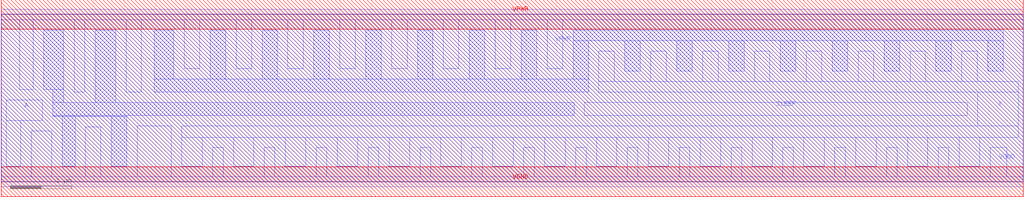
<source format=lef>


VERSION 5.7 ;
NAMESCASESENSITIVE ON ;
BUSBITCHARS "[]" ;
DIVIDERCHAR "/" ;


UNITS
  TIME NANOSECONDS 1 ;
  CAPACITANCE PICOFARADS 1 ;
  RESISTANCE OHMS 1 ;
  DATABASE MICRONS 1000 ;
END UNITS

MANUFACTURINGGRID 0.005 ;
USEMINSPACING OBS OFF ;

PROPERTYDEFINITIONS
  LAYER LEF58_TYPE STRING ;
END PROPERTYDEFINITIONS

# High density, single height
SITE unithd
  SYMMETRY Y ;
  CLASS CORE ;
  SIZE 0.46 BY 2.72 ;
END unithd

# High density, double height
SITE unithddbl
  SYMMETRY Y ;
  CLASS CORE ;
  SIZE 0.46 BY 5.44 ;
END unithddbl

LAYER nwell
  TYPE MASTERSLICE ;
  PROPERTY LEF58_TYPE "TYPE NWELL ;" ;
END nwell

LAYER pwell
  TYPE MASTERSLICE ;
  PROPERTY LEF58_TYPE "TYPE PWELL ;" ;
END pwell

LAYER licon
  TYPE CUT ;
END licon

LAYER li1
  TYPE ROUTING ;
  DIRECTION VERTICAL ;

  PITCH 0.46 0.34 ;
  OFFSET 0.23 0.17 ;

  WIDTH 0.17 ;          # LI 1
  # SPACING  0.17 ;     # LI 2
  SPACINGTABLE
     PARALLELRUNLENGTH 0
     WIDTH 0 0.17 ;
  AREA 0.0561 ;         # LI 6
  THICKNESS 0.1 ;
  EDGECAPACITANCE 40.697E-6 ;
  CAPACITANCE CPERSQDIST 36.9866E-6 ;
  RESISTANCE RPERSQ 17.0 ;

  ANTENNAMODEL OXIDE1 ;
  ANTENNADIFFSIDEAREARATIO PWL ( ( 0 75 ) ( 0.0125 75 ) ( 0.0225 85.125 ) ( 22.5 10200 ) ) ;
END li1

LAYER mcon
  TYPE CUT ;

  WIDTH 0.17 ;                # Mcon 1
  SPACING 0.19 ;              # Mcon 2
  ENCLOSURE BELOW 0 0 ;       # Mcon 4
  ENCLOSURE ABOVE 0.03 0.06 ; # Met1 4 / Met1 5
  RESISTANCE 23.0 ;

  ANTENNADIFFAREARATIO PWL ( ( 0 3 ) ( 0.0125 3 ) ( 0.0225 3.405 ) ( 22.5 408 ) ) ;
  DCCURRENTDENSITY AVERAGE 0.36 ; # mA per via Iavg_max at Tj = 90oC

END mcon

LAYER met1
  TYPE ROUTING ;
  DIRECTION HORIZONTAL ;

  PITCH 0.34 ;
  OFFSET 0.17 ;

  WIDTH 0.14 ;                     # Met1 1
  # SPACING 0.14 ;                 # Met1 2
  # SPACING 0.28 RANGE 3.001 100 ; # Met1 3b
  SPACINGTABLE
     PARALLELRUNLENGTH 0
     WIDTH 0 0.14
     WIDTH 3 0.28 ;
  AREA 0.083 ;                     # Met1 6
  THICKNESS 0.35 ;
  MINENCLOSEDAREA 0.14 ;

  ANTENNAMODEL OXIDE1 ;
  ANTENNADIFFSIDEAREARATIO PWL ( ( 0 400 ) ( 0.0125 400 ) ( 0.0225 2609 ) ( 22.5 11600 ) ) ;

  EDGECAPACITANCE 40.567E-6 ;
  CAPACITANCE CPERSQDIST 25.7784E-6 ;
  DCCURRENTDENSITY AVERAGE 2.8 ; # mA/um Iavg_max at Tj = 90oC
  ACCURRENTDENSITY RMS 6.1 ; # mA/um Irms_max at Tj = 90oC
  MAXIMUMDENSITY 70 ;
  DENSITYCHECKWINDOW 700 700 ;
  DENSITYCHECKSTEP 70 ;

  RESISTANCE RPERSQ 0.145 ;
END met1

LAYER via
  TYPE CUT ;
  WIDTH 0.15 ;                  # Via 1a
  SPACING 0.17 ;                # Via 2
  ENCLOSURE BELOW 0.055 0.085 ; # Via 4a / Via 5a
  ENCLOSURE ABOVE 0.055 0.085 ; # Met2 4 / Met2 5
  RESISTANCE 15.0 ;

  ANTENNADIFFAREARATIO PWL ( ( 0 6 ) ( 0.0125 6 ) ( 0.0225 6.81 ) ( 22.5 816 ) ) ;
  DCCURRENTDENSITY AVERAGE 0.29 ; # mA per via Iavg_max at Tj = 90oC
END via

LAYER met2
  TYPE ROUTING ;
  DIRECTION VERTICAL ;

  PITCH 0.46 ;
  OFFSET 0.23 ;

  WIDTH 0.14 ;                        # Met2 1
  # SPACING  0.14 ;                   # Met2 2
  # SPACING  0.28 RANGE 3.001 100 ;   # Met2 3b
  SPACINGTABLE
     PARALLELRUNLENGTH 0
     WIDTH 0 0.14
     WIDTH 3 0.28 ;
  AREA 0.0676 ;                       # Met2 6
  THICKNESS 0.35 ;
  MINENCLOSEDAREA 0.14 ;

  EDGECAPACITANCE 37.759E-6 ;
  CAPACITANCE CPERSQDIST 16.9423E-6 ;
  RESISTANCE RPERSQ 0.145 ;
  DCCURRENTDENSITY AVERAGE 2.8 ; # mA/um Iavg_max at Tj = 90oC
  ACCURRENTDENSITY RMS 6.1 ; # mA/um Irms_max at Tj = 90oC

  ANTENNAMODEL OXIDE1 ;
  ANTENNADIFFSIDEAREARATIO PWL ( ( 0 400 ) ( 0.0125 400 ) ( 0.0225 2609 ) ( 22.5 11600 ) ) ;

  MAXIMUMDENSITY 70 ;
  DENSITYCHECKWINDOW 700 700 ;
  DENSITYCHECKSTEP 70 ;
END met2

# ******** Layer via2, type routing, number 44 **************
LAYER via2
  TYPE CUT ;
  WIDTH 0.2 ;                   # Via2 1
  SPACING 0.2 ;                 # Via2 2
  ENCLOSURE BELOW 0.04 0.085 ;  # Via2 4
  ENCLOSURE ABOVE 0.065 0.065 ; # Met3 4
  RESISTANCE 8.0 ;
  ANTENNADIFFAREARATIO PWL ( ( 0 6 ) ( 0.0125 6 ) ( 0.0225 6.81 ) ( 22.5 816 ) ) ;
  DCCURRENTDENSITY AVERAGE 0.48 ; # mA per via Iavg_max at Tj = 90oC
END via2

LAYER met3
  TYPE ROUTING ;
  DIRECTION HORIZONTAL ;

  PITCH 0.68 ;
  OFFSET 0.34 ;

  WIDTH 0.3 ;              # Met3 1
  # SPACING 0.3 ;          # Met3 2
  SPACINGTABLE
     PARALLELRUNLENGTH 0
     WIDTH 0 0.3
     WIDTH 3 0.4 ;
  AREA 0.24 ;              # Met3 6
  THICKNESS 0.8 ;

  EDGECAPACITANCE 40.989E-6 ;
  CAPACITANCE CPERSQDIST 12.3729E-6 ;
  RESISTANCE RPERSQ 0.056 ;
  DCCURRENTDENSITY AVERAGE 6.8 ; # mA/um Iavg_max at Tj = 90oC
  ACCURRENTDENSITY RMS 14.9 ; # mA/um Irms_max at Tj = 90oC

  ANTENNAMODEL OXIDE1 ;
  ANTENNADIFFSIDEAREARATIO PWL ( ( 0 400 ) ( 0.0125 400 ) ( 0.0225 2609 ) ( 22.5 11600 ) ) ;

  MAXIMUMDENSITY 70 ;
  DENSITYCHECKWINDOW 700 700 ;
  DENSITYCHECKSTEP 70 ;
END met3

LAYER via3
  TYPE CUT ;
  WIDTH 0.2 ;                   # Via3 1
  SPACING 0.2 ;                 # Via3 2
  ENCLOSURE BELOW 0.06 0.09 ;   # Via3 4 / Via3 5
  ENCLOSURE ABOVE 0.065 0.065 ; # Met4 3
  RESISTANCE 8.0 ;
  ANTENNADIFFAREARATIO PWL ( ( 0 6 ) ( 0.0125 6 ) ( 0.0225 6.81 ) ( 22.5 816 ) ) ;
  DCCURRENTDENSITY AVERAGE 0.48 ; # mA per via Iavg_max at Tj = 90oC
END via3

LAYER met4
  TYPE ROUTING ;
  DIRECTION VERTICAL ;

  PITCH 0.92 ;
  OFFSET 0.46 ;

  WIDTH 0.3 ;             # Met4 1
  # SPACING  0.3 ;             # Met4 2
  SPACINGTABLE
     PARALLELRUNLENGTH 0
     WIDTH 0 0.3
     WIDTH 3 0.4 ;
  AREA 0.24 ;            # Met4 4a

  THICKNESS 0.8 ;

  EDGECAPACITANCE 36.676E-6 ;
  CAPACITANCE CPERSQDIST 8.41537E-6 ;
  RESISTANCE RPERSQ 0.056 ;
  DCCURRENTDENSITY AVERAGE 6.8 ; # mA/um Iavg_max at Tj = 90oC
  ACCURRENTDENSITY RMS 14.9 ; # mA/um Irms_max at Tj = 90oC

  ANTENNAMODEL OXIDE1 ;
  ANTENNADIFFSIDEAREARATIO PWL ( ( 0 400 ) ( 0.0125 400 ) ( 0.0225 2609 ) ( 22.5 11600 ) ) ;

  MAXIMUMDENSITY 70 ;
  DENSITYCHECKWINDOW 700 700 ;
  DENSITYCHECKSTEP 70 ;
END met4

LAYER via4
  TYPE CUT ;

  WIDTH 0.8 ;                 # Via4 1
  SPACING 0.8 ;               # Via4 2
  ENCLOSURE BELOW 0.19 0.19 ; # Via4 4
  ENCLOSURE ABOVE 0.31 0.31 ; # Met5 3
  RESISTANCE 0.891 ;
  ANTENNADIFFAREARATIO PWL ( ( 0 6 ) ( 0.0125 6 ) ( 0.0225 6.81 ) ( 22.5 816 ) ) ;
  DCCURRENTDENSITY AVERAGE 2.49 ; # mA per via Iavg_max at Tj = 90oC
END via4

LAYER met5
  TYPE ROUTING ;
  DIRECTION HORIZONTAL ;

  PITCH 3.4 ;
  OFFSET 1.7 ;

  WIDTH 1.6 ;            # Met5 1
  #SPACING  1.6 ;        # Met5 2
  SPACINGTABLE
     PARALLELRUNLENGTH 0
     WIDTH 0 1.6 ;
  AREA 4 ;               # Met5 4

  THICKNESS 1.2 ;

  EDGECAPACITANCE 38.851E-6 ;
  CAPACITANCE CPERSQDIST 6.32063E-6 ;
  RESISTANCE RPERSQ 0.0358 ;
  DCCURRENTDENSITY AVERAGE 10.17 ; # mA/um Iavg_max at Tj = 90oC
  ACCURRENTDENSITY RMS 22.34 ; # mA/um Irms_max at Tj = 90oC

  ANTENNAMODEL OXIDE1 ;
  ANTENNADIFFSIDEAREARATIO PWL ( ( 0 400 ) ( 0.0125 400 ) ( 0.0225 2609 ) ( 22.5 11600 ) ) ;
END met5


### Routing via cells section   ###
# Plus via rule, metals are along the prefered direction
VIA L1M1_PR DEFAULT
  LAYER mcon ;
  RECT -0.085 -0.085 0.085 0.085 ;
  LAYER li1 ;
  RECT -0.085 -0.085 0.085 0.085 ;
  LAYER met1 ;
  RECT -0.145 -0.115 0.145 0.115 ;
END L1M1_PR

VIARULE L1M1_PR GENERATE
  LAYER li1 ;
  ENCLOSURE 0 0 ;
  LAYER met1 ;
  ENCLOSURE 0.06 0.03 ;
  LAYER mcon ;
  RECT -0.085 -0.085 0.085 0.085 ;
  SPACING 0.36 BY 0.36 ;
END L1M1_PR

# Plus via rule, metals are along the non prefered direction
VIA L1M1_PR_R DEFAULT
  LAYER mcon ;
  RECT -0.085 -0.085 0.085 0.085 ;
  LAYER li1 ;
  RECT -0.085 -0.085 0.085 0.085 ;
  LAYER met1 ;
  RECT -0.115 -0.145 0.115 0.145 ;
END L1M1_PR_R

VIARULE L1M1_PR_R GENERATE
  LAYER li1 ;
  ENCLOSURE 0 0 ;
  LAYER met1 ;
  ENCLOSURE 0.03 0.06 ;
  LAYER mcon ;
  RECT -0.085 -0.085 0.085 0.085 ;
  SPACING 0.36 BY 0.36 ;
END L1M1_PR_R

# Minus via rule, lower layer metal is along prefered direction
VIA L1M1_PR_M DEFAULT
  LAYER mcon ;
  RECT -0.085 -0.085 0.085 0.085 ;
  LAYER li1 ;
  RECT -0.085 -0.085 0.085 0.085 ;
  LAYER met1 ;
  RECT -0.115 -0.145 0.115 0.145 ;
END L1M1_PR_M

VIARULE L1M1_PR_M GENERATE
  LAYER li1 ;
  ENCLOSURE 0 0 ;
  LAYER met1 ;
  ENCLOSURE 0.03 0.06 ;
  LAYER mcon ;
  RECT -0.085 -0.085 0.085 0.085 ;
  SPACING 0.36 BY 0.36 ;
END L1M1_PR_M

# Minus via rule, upper layer metal is along prefered direction
VIA L1M1_PR_MR DEFAULT
  LAYER mcon ;
  RECT -0.085 -0.085 0.085 0.085 ;
  LAYER li1 ;
  RECT -0.085 -0.085 0.085 0.085 ;
  LAYER met1 ;
  RECT -0.145 -0.115 0.145 0.115 ;
END L1M1_PR_MR

VIARULE L1M1_PR_MR GENERATE
  LAYER li1 ;
  ENCLOSURE 0 0 ;
  LAYER met1 ;
  ENCLOSURE 0.06 0.03 ;
  LAYER mcon ;
  RECT -0.085 -0.085 0.085 0.085 ;
  SPACING 0.36 BY 0.36 ;
END L1M1_PR_MR

# Centered via rule, we really do not want to use it
VIA L1M1_PR_C DEFAULT
  LAYER mcon ;
  RECT -0.085 -0.085 0.085 0.085 ;
  LAYER li1 ;
  RECT -0.085 -0.085 0.085 0.085 ;
  LAYER met1 ;
  RECT -0.145 -0.145 0.145 0.145 ;
END L1M1_PR_C

VIARULE L1M1_PR_C GENERATE
  LAYER li1 ;
  ENCLOSURE 0 0 ;
  LAYER met1 ;
  ENCLOSURE 0.06 0.06 ;
  LAYER mcon ;
  RECT -0.085 -0.085 0.085 0.085 ;
  SPACING 0.36 BY 0.36 ;
END L1M1_PR_C

# Plus via rule, metals are along the prefered direction
VIA M1M2_PR DEFAULT
  LAYER via ;
  RECT -0.075 -0.075 0.075 0.075 ;
  LAYER met1 ;
  RECT -0.16 -0.13 0.16 0.13 ;
  LAYER met2 ;
  RECT -0.13 -0.16 0.13 0.16 ;
END M1M2_PR

VIARULE M1M2_PR GENERATE
  LAYER met1 ;
  ENCLOSURE 0.085 0.055 ;
  LAYER met2 ;
  ENCLOSURE 0.055 0.085 ;
  LAYER via ;
  RECT -0.075 -0.075 0.075 0.075 ;
  SPACING 0.32 BY 0.32 ;
END M1M2_PR

# Plus via rule, metals are along the non prefered direction
VIA M1M2_PR_R DEFAULT
  LAYER via ;
  RECT -0.075 -0.075 0.075 0.075 ;
  LAYER met1 ;
  RECT -0.13 -0.16 0.13 0.16 ;
  LAYER met2 ;
  RECT -0.16 -0.13 0.16 0.13 ;
END M1M2_PR_R

VIARULE M1M2_PR_R GENERATE
  LAYER met1 ;
  ENCLOSURE 0.055 0.085 ;
  LAYER met2 ;
  ENCLOSURE 0.085 0.055 ;
  LAYER via ;
  RECT -0.075 -0.075 0.075 0.075 ;
  SPACING 0.32 BY 0.32 ;
END M1M2_PR_R

# Minus via rule, lower layer metal is along prefered direction
VIA M1M2_PR_M DEFAULT
  LAYER via ;
  RECT -0.075 -0.075 0.075 0.075 ;
  LAYER met1 ;
  RECT -0.16 -0.13 0.16 0.13 ;
  LAYER met2 ;
  RECT -0.16 -0.13 0.16 0.13 ;
END M1M2_PR_M

VIARULE M1M2_PR_M GENERATE
  LAYER met1 ;
  ENCLOSURE 0.085 0.055 ;
  LAYER met2 ;
  ENCLOSURE 0.085 0.055 ;
  LAYER via ;
  RECT -0.075 -0.075 0.075 0.075 ;
  SPACING 0.32 BY 0.32 ;
END M1M2_PR_M

# Minus via rule, upper layer metal is along prefered direction
VIA M1M2_PR_MR DEFAULT
  LAYER via ;
  RECT -0.075 -0.075 0.075 0.075 ;
  LAYER met1 ;
  RECT -0.13 -0.16 0.13 0.16 ;
  LAYER met2 ;
  RECT -0.13 -0.16 0.13 0.16 ;
END M1M2_PR_MR

VIARULE M1M2_PR_MR GENERATE
  LAYER met1 ;
  ENCLOSURE 0.055 0.085 ;
  LAYER met2 ;
  ENCLOSURE 0.055 0.085 ;
  LAYER via ;
  RECT -0.075 -0.075 0.075 0.075 ;
  SPACING 0.32 BY 0.32 ;
END M1M2_PR_MR

# Centered via rule, we really do not want to use it
VIA M1M2_PR_C DEFAULT
  LAYER via ;
  RECT -0.075 -0.075 0.075 0.075 ;
  LAYER met1 ;
  RECT -0.16 -0.16 0.16 0.16 ;
  LAYER met2 ;
  RECT -0.16 -0.16 0.16 0.16 ;
END M1M2_PR_C

VIARULE M1M2_PR_C GENERATE
  LAYER met1 ;
  ENCLOSURE 0.085 0.085 ;
  LAYER met2 ;
  ENCLOSURE 0.085 0.085 ;
  LAYER via ;
  RECT -0.075 -0.075 0.075 0.075 ;
  SPACING 0.32 BY 0.32 ;
END M1M2_PR_C

# Plus via rule, metals are along the prefered direction
VIA M2M3_PR DEFAULT
  LAYER via2 ;
  RECT -0.1 -0.1 0.1 0.1 ;
  LAYER met2 ;
  RECT -0.14 -0.185 0.14 0.185 ;
  LAYER met3 ;
  RECT -0.165 -0.165 0.165 0.165 ;
END M2M3_PR

VIARULE M2M3_PR GENERATE
  LAYER met2 ;
  ENCLOSURE 0.04 0.085 ;
  LAYER met3 ;
  ENCLOSURE 0.065 0.065 ;
  LAYER via2 ;
  RECT -0.1 -0.1 0.1 0.1 ;
  SPACING 0.4 BY 0.4 ;
END M2M3_PR

# Plus via rule, metals are along the non prefered direction
VIA M2M3_PR_R DEFAULT
  LAYER via2 ;
  RECT -0.1 -0.1 0.1 0.1 ;
  LAYER met2 ;
  RECT -0.185 -0.14 0.185 0.14 ;
  LAYER met3 ;
  RECT -0.165 -0.165 0.165 0.165 ;
END M2M3_PR_R

VIARULE M2M3_PR_R GENERATE
  LAYER met2 ;
  ENCLOSURE 0.085 0.04 ;
  LAYER met3 ;
  ENCLOSURE 0.065 0.065 ;
  LAYER via2 ;
  RECT -0.1 -0.1 0.1 0.1 ;
  SPACING 0.4 BY 0.4 ;
END M2M3_PR_R

# Minus via rule, lower layer metal is along prefered direction
VIA M2M3_PR_M DEFAULT
  LAYER via2 ;
  RECT -0.1 -0.1 0.1 0.1 ;
  LAYER met2 ;
  RECT -0.14 -0.185 0.14 0.185 ;
  LAYER met3 ;
  RECT -0.165 -0.165 0.165 0.165 ;
END M2M3_PR_M

VIARULE M2M3_PR_M GENERATE
  LAYER met2 ;
  ENCLOSURE 0.04 0.085 ;
  LAYER met3 ;
  ENCLOSURE 0.065 0.065 ;
  LAYER via2 ;
  RECT -0.1 -0.1 0.1 0.1 ;
  SPACING 0.4 BY 0.4 ;
END M2M3_PR_M

# Minus via rule, upper layer metal is along prefered direction
VIA M2M3_PR_MR DEFAULT
  LAYER via2 ;
  RECT -0.1 -0.1 0.1 0.1 ;
  LAYER met2 ;
  RECT -0.185 -0.14 0.185 0.14 ;
  LAYER met3 ;
  RECT -0.165 -0.165 0.165 0.165 ;
END M2M3_PR_MR

VIARULE M2M3_PR_MR GENERATE
  LAYER met2 ;
  ENCLOSURE 0.085 0.04 ;
  LAYER met3 ;
  ENCLOSURE 0.065 0.065 ;
  LAYER via2 ;
  RECT -0.1 -0.1 0.1 0.1 ;
  SPACING 0.4 BY 0.4 ;
END M2M3_PR_MR

# Centered via rule, we really do not want to use it
VIA M2M3_PR_C DEFAULT
  LAYER via2 ;
  RECT -0.1 -0.1 0.1 0.1 ;
  LAYER met2 ;
  RECT -0.185 -0.185 0.185 0.185 ;
  LAYER met3 ;
  RECT -0.165 -0.165 0.165 0.165 ;
END M2M3_PR_C

VIARULE M2M3_PR_C GENERATE
  LAYER met2 ;
  ENCLOSURE 0.085 0.085 ;
  LAYER met3 ;
  ENCLOSURE 0.065 0.065 ;
  LAYER via2 ;
  RECT -0.1 -0.1 0.1 0.1 ;
  SPACING 0.4 BY 0.4 ;
END M2M3_PR_C

# Plus via rule, metals are along the prefered direction
VIA M3M4_PR DEFAULT
  LAYER via3 ;
  RECT -0.1 -0.1 0.1 0.1 ;
  LAYER met3 ;
  RECT -0.19 -0.16 0.19 0.16 ;
  LAYER met4 ;
  RECT -0.165 -0.165 0.165 0.165 ;
END M3M4_PR

VIARULE M3M4_PR GENERATE
  LAYER met3 ;
  ENCLOSURE 0.09 0.06 ;
  LAYER met4 ;
  ENCLOSURE 0.065 0.065 ;
  LAYER via3 ;
  RECT -0.1 -0.1 0.1 0.1 ;
  SPACING 0.4 BY 0.4 ;
END M3M4_PR

# Plus via rule, metals are along the non prefered direction
VIA M3M4_PR_R DEFAULT
  LAYER via3 ;
  RECT -0.1 -0.1 0.1 0.1 ;
  LAYER met3 ;
  RECT -0.16 -0.19 0.16 0.19 ;
  LAYER met4 ;
  RECT -0.165 -0.165 0.165 0.165 ;
END M3M4_PR_R

VIARULE M3M4_PR_R GENERATE
  LAYER met3 ;
  ENCLOSURE 0.06 0.09 ;
  LAYER met4 ;
  ENCLOSURE 0.065 0.065 ;
  LAYER via3 ;
  RECT -0.1 -0.1 0.1 0.1 ;
  SPACING 0.4 BY 0.4 ;
END M3M4_PR_R

# Minus via rule, lower layer metal is along prefered direction
VIA M3M4_PR_M DEFAULT
  LAYER via3 ;
  RECT -0.1 -0.1 0.1 0.1 ;
  LAYER met3 ;
  RECT -0.19 -0.16 0.19 0.16 ;
  LAYER met4 ;
  RECT -0.165 -0.165 0.165 0.165 ;
END M3M4_PR_M

VIARULE M3M4_PR_M GENERATE
  LAYER met3 ;
  ENCLOSURE 0.09 0.06 ;
  LAYER met4 ;
  ENCLOSURE 0.065 0.065 ;
  LAYER via3 ;
  RECT -0.1 -0.1 0.1 0.1 ;
  SPACING 0.4 BY 0.4 ;
END M3M4_PR_M

# Minus via rule, upper layer metal is along prefered direction
VIA M3M4_PR_MR DEFAULT
  LAYER via3 ;
  RECT -0.1 -0.1 0.1 0.1 ;
  LAYER met3 ;
  RECT -0.16 -0.19 0.16 0.19 ;
  LAYER met4 ;
  RECT -0.165 -0.165 0.165 0.165 ;
END M3M4_PR_MR

VIARULE M3M4_PR_MR GENERATE
  LAYER met3 ;
  ENCLOSURE 0.06 0.09 ;
  LAYER met4 ;
  ENCLOSURE 0.065 0.065 ;
  LAYER via3 ;
  RECT -0.1 -0.1 0.1 0.1 ;
  SPACING 0.4 BY 0.4 ;
END M3M4_PR_MR

# Centered via rule, we really do not want to use it
VIA M3M4_PR_C DEFAULT
  LAYER via3 ;
  RECT -0.1 -0.1 0.1 0.1 ;
  LAYER met3 ;
  RECT -0.19 -0.19 0.19 0.19 ;
  LAYER met4 ;
  RECT -0.165 -0.165 0.165 0.165 ;
END M3M4_PR_C

VIARULE M3M4_PR_C GENERATE
  LAYER met3 ;
  ENCLOSURE 0.09 0.09 ;
  LAYER met4 ;
  ENCLOSURE 0.065 0.065 ;
  LAYER via3 ;
  RECT -0.1 -0.1 0.1 0.1 ;
  SPACING 0.4 BY 0.4 ;
END M3M4_PR_C

# Plus via rule, metals are along the prefered direction
VIA M4M5_PR DEFAULT
  LAYER via4 ;
  RECT -0.4 -0.4 0.4 0.4 ;
  LAYER met4 ;
  RECT -0.59 -0.59 0.59 0.59 ;
  LAYER met5 ;
  RECT -0.71 -0.71 0.71 0.71 ;
END M4M5_PR

VIARULE M4M5_PR GENERATE
  LAYER met4 ;
  ENCLOSURE 0.19 0.19 ;
  LAYER met5 ;
  ENCLOSURE 0.31 0.31 ;
  LAYER via4 ;
  RECT -0.4 -0.4 0.4 0.4 ;
  SPACING 1.6 BY 1.6 ;
END M4M5_PR

# Plus via rule, metals are along the non prefered direction
VIA M4M5_PR_R DEFAULT
  LAYER via4 ;
  RECT -0.4 -0.4 0.4 0.4 ;
  LAYER met4 ;
  RECT -0.59 -0.59 0.59 0.59 ;
  LAYER met5 ;
  RECT -0.71 -0.71 0.71 0.71 ;
END M4M5_PR_R

VIARULE M4M5_PR_R GENERATE
  LAYER met4 ;
  ENCLOSURE 0.19 0.19 ;
  LAYER met5 ;
  ENCLOSURE 0.31 0.31 ;
  LAYER via4 ;
  RECT -0.4 -0.4 0.4 0.4 ;
  SPACING 1.6 BY 1.6 ;
END M4M5_PR_R

# Minus via rule, lower layer metal is along prefered direction
VIA M4M5_PR_M DEFAULT
  LAYER via4 ;
  RECT -0.4 -0.4 0.4 0.4 ;
  LAYER met4 ;
  RECT -0.59 -0.59 0.59 0.59 ;
  LAYER met5 ;
  RECT -0.71 -0.71 0.71 0.71 ;
END M4M5_PR_M

VIARULE M4M5_PR_M GENERATE
  LAYER met4 ;
  ENCLOSURE 0.19 0.19 ;
  LAYER met5 ;
  ENCLOSURE 0.31 0.31 ;
  LAYER via4 ;
  RECT -0.4 -0.4 0.4 0.4 ;
  SPACING 1.6 BY 1.6 ;
END M4M5_PR_M

# Minus via rule, upper layer metal is along prefered direction
VIA M4M5_PR_MR DEFAULT
  LAYER via4 ;
  RECT -0.4 -0.4 0.4 0.4 ;
  LAYER met4 ;
  RECT -0.59 -0.59 0.59 0.59 ;
  LAYER met5 ;
  RECT -0.71 -0.71 0.71 0.71 ;
END M4M5_PR_MR

VIARULE M4M5_PR_MR GENERATE
  LAYER met4 ;
  ENCLOSURE 0.19 0.19 ;
  LAYER met5 ;
  ENCLOSURE 0.31 0.31 ;
  LAYER via4 ;
  RECT -0.4 -0.4 0.4 0.4 ;
  SPACING 1.6 BY 1.6 ;
END M4M5_PR_MR

# Centered via rule, we really do not want to use it
VIA M4M5_PR_C DEFAULT
  LAYER via4 ;
  RECT -0.4 -0.4 0.4 0.4 ;
  LAYER met4 ;
  RECT -0.59 -0.59 0.59 0.59 ;
  LAYER met5 ;
  RECT -0.71 -0.71 0.71 0.71 ;
END M4M5_PR_C

VIARULE M4M5_PR_C GENERATE
  LAYER met4 ;
  ENCLOSURE 0.19 0.19 ;
  LAYER met5 ;
  ENCLOSURE 0.31 0.31 ;
  LAYER via4 ;
  RECT -0.4 -0.4 0.4 0.4 ;
  SPACING 1.6 BY 1.6 ;
END M4M5_PR_C
###  end of single via cells   ###




MACRO sky130_fd_sc_hd__a2bb2o_1
  CLASS CORE ;
  SOURCE USER ;
  ORIGIN  0.000000  0.000000 ;
  SIZE  3.680000 BY  2.720000 ;
  SYMMETRY X Y R90 ;
  SITE unithd ;
  PIN A1_N
    ANTENNAGATEAREA  0.126000 ;
    DIRECTION INPUT ;
    USE SIGNAL ;
    PORT
      LAYER li1 ;
        RECT 0.910000 0.995000 1.240000 1.615000 ;
    END
  END A1_N
  PIN A2_N
    ANTENNAGATEAREA  0.126000 ;
    DIRECTION INPUT ;
    USE SIGNAL ;
    PORT
      LAYER li1 ;
        RECT 1.410000 0.995000 1.700000 1.375000 ;
    END
  END A2_N
  PIN B1
    ANTENNAGATEAREA  0.126000 ;
    DIRECTION INPUT ;
    USE SIGNAL ;
    PORT
      LAYER li1 ;
        RECT 3.280000 0.765000 3.540000 1.655000 ;
    END
  END B1
  PIN B2
    ANTENNAGATEAREA  0.126000 ;
    DIRECTION INPUT ;
    USE SIGNAL ;
    PORT
      LAYER li1 ;
        RECT 2.600000 1.355000 3.080000 1.655000 ;
        RECT 2.820000 0.765000 3.080000 1.355000 ;
    END
  END B2
  PIN X
    ANTENNADIFFAREA  0.429000 ;
    DIRECTION OUTPUT ;
    USE SIGNAL ;
    PORT
      LAYER li1 ;
        RECT 0.085000 0.255000 0.345000 0.810000 ;
        RECT 0.085000 0.810000 0.260000 1.525000 ;
        RECT 0.085000 1.525000 0.345000 2.465000 ;
    END
  END X
  PIN VGND
    DIRECTION INOUT ;
    SHAPE ABUTMENT ;
    USE GROUND ;
    PORT
      LAYER li1 ;
        RECT 0.000000 -0.085000 3.680000 0.085000 ;
        RECT 0.515000  0.085000 0.945000 0.530000 ;
        RECT 1.520000  0.085000 2.240000 0.485000 ;
        RECT 3.155000  0.085000 3.555000 0.595000 ;
    END
    PORT
      LAYER met1 ;
        RECT 0.000000 -0.240000 3.680000 0.240000 ;
    END
  END VGND
  PIN VNB
    DIRECTION INOUT ;
    USE GROUND ;
    PORT
    END
  END VNB
  PIN VPB
    DIRECTION INOUT ;
    USE POWER ;
    PORT
    END
  END VPB
  PIN VPWR
    DIRECTION INOUT ;
    SHAPE ABUTMENT ;
    USE POWER ;
    PORT
      LAYER li1 ;
        RECT 0.000000 2.635000 3.680000 2.805000 ;
        RECT 0.515000 2.235000 0.845000 2.635000 ;
        RECT 2.915000 2.175000 3.165000 2.635000 ;
    END
    PORT
      LAYER met1 ;
        RECT 0.000000 2.480000 3.680000 2.960000 ;
    END
  END VPWR
  OBS
    LAYER li1 ;
      RECT 0.430000 0.995000 0.685000 1.325000 ;
      RECT 0.515000 1.325000 0.685000 1.805000 ;
      RECT 0.515000 1.805000 1.275000 1.975000 ;
      RECT 1.105000 1.975000 1.275000 2.200000 ;
      RECT 1.105000 2.200000 2.245000 2.370000 ;
      RECT 1.180000 0.255000 1.350000 0.655000 ;
      RECT 1.180000 0.655000 2.060000 0.825000 ;
      RECT 1.540000 1.545000 2.060000 1.715000 ;
      RECT 1.540000 1.715000 1.710000 1.905000 ;
      RECT 1.890000 0.825000 2.060000 1.545000 ;
      RECT 1.990000 1.895000 2.400000 2.065000 ;
      RECT 1.990000 2.065000 2.245000 2.200000 ;
      RECT 1.990000 2.370000 2.245000 2.465000 ;
      RECT 2.230000 0.700000 2.580000 0.870000 ;
      RECT 2.230000 0.870000 2.400000 1.895000 ;
      RECT 2.410000 0.255000 2.580000 0.700000 ;
      RECT 2.415000 2.255000 2.745000 2.425000 ;
      RECT 2.575000 1.835000 3.515000 2.005000 ;
      RECT 2.575000 2.005000 2.745000 2.255000 ;
      RECT 3.335000 2.005000 3.515000 2.465000 ;
  END
END sky130_fd_sc_hd__a2bb2o_1
#--------EOF---------

MACRO sky130_fd_sc_hd__a2bb2o_2
  CLASS CORE ;
  SOURCE USER ;
  ORIGIN  0.000000  0.000000 ;
  SIZE  4.140000 BY  2.720000 ;
  SYMMETRY X Y R90 ;
  SITE unithd ;
  PIN A1_N
    ANTENNAGATEAREA  0.159000 ;
    DIRECTION INPUT ;
    USE SIGNAL ;
    PORT
      LAYER li1 ;
        RECT 1.345000 0.995000 1.675000 1.615000 ;
    END
  END A1_N
  PIN A2_N
    ANTENNAGATEAREA  0.159000 ;
    DIRECTION INPUT ;
    USE SIGNAL ;
    PORT
      LAYER li1 ;
        RECT 1.845000 0.995000 2.135000 1.375000 ;
    END
  END A2_N
  PIN B1
    ANTENNAGATEAREA  0.159000 ;
    DIRECTION INPUT ;
    USE SIGNAL ;
    PORT
      LAYER li1 ;
        RECT 3.730000 0.765000 3.990000 1.655000 ;
    END
  END B1
  PIN B2
    ANTENNAGATEAREA  0.159000 ;
    DIRECTION INPUT ;
    USE SIGNAL ;
    PORT
      LAYER li1 ;
        RECT 3.050000 1.355000 3.530000 1.655000 ;
        RECT 3.270000 0.765000 3.530000 1.355000 ;
    END
  END B2
  PIN X
    ANTENNADIFFAREA  0.445500 ;
    DIRECTION OUTPUT ;
    USE SIGNAL ;
    PORT
      LAYER li1 ;
        RECT 0.525000 0.255000 0.780000 0.810000 ;
        RECT 0.525000 0.810000 0.695000 1.525000 ;
        RECT 0.525000 1.525000 0.780000 2.465000 ;
    END
  END X
  PIN VGND
    DIRECTION INOUT ;
    SHAPE ABUTMENT ;
    USE GROUND ;
    PORT
      LAYER li1 ;
        RECT 0.000000 -0.085000 4.140000 0.085000 ;
        RECT 0.185000  0.085000 0.355000 0.930000 ;
        RECT 0.950000  0.085000 1.380000 0.530000 ;
        RECT 1.955000  0.085000 2.690000 0.485000 ;
        RECT 3.605000  0.085000 4.005000 0.595000 ;
    END
    PORT
      LAYER met1 ;
        RECT 0.000000 -0.240000 4.140000 0.240000 ;
    END
  END VGND
  PIN VNB
    DIRECTION INOUT ;
    USE GROUND ;
    PORT
    END
  END VNB
  PIN VPB
    DIRECTION INOUT ;
    USE POWER ;
    PORT
    END
  END VPB
  PIN VPWR
    DIRECTION INOUT ;
    SHAPE ABUTMENT ;
    USE POWER ;
    PORT
      LAYER li1 ;
        RECT 0.000000 2.635000 4.140000 2.805000 ;
        RECT 0.185000 1.445000 0.355000 2.635000 ;
        RECT 0.950000 2.235000 1.280000 2.635000 ;
        RECT 3.375000 2.175000 3.625000 2.635000 ;
    END
    PORT
      LAYER met1 ;
        RECT 0.000000 2.480000 4.140000 2.960000 ;
    END
  END VPWR
  OBS
    LAYER li1 ;
      RECT 0.865000 0.995000 1.120000 1.325000 ;
      RECT 0.950000 1.325000 1.120000 1.805000 ;
      RECT 0.950000 1.805000 1.710000 1.975000 ;
      RECT 1.540000 1.975000 1.710000 2.200000 ;
      RECT 1.540000 2.200000 2.670000 2.370000 ;
      RECT 1.615000 0.255000 1.785000 0.655000 ;
      RECT 1.615000 0.655000 2.510000 0.825000 ;
      RECT 1.975000 1.545000 2.510000 1.715000 ;
      RECT 1.975000 1.715000 2.145000 1.905000 ;
      RECT 2.340000 0.825000 2.510000 1.545000 ;
      RECT 2.440000 1.895000 2.850000 2.065000 ;
      RECT 2.440000 2.065000 2.670000 2.200000 ;
      RECT 2.500000 2.370000 2.670000 2.465000 ;
      RECT 2.680000 0.700000 3.030000 0.870000 ;
      RECT 2.680000 0.870000 2.850000 1.895000 ;
      RECT 2.860000 0.255000 3.030000 0.700000 ;
      RECT 2.875000 2.255000 3.205000 2.425000 ;
      RECT 3.035000 1.835000 3.965000 2.005000 ;
      RECT 3.035000 2.005000 3.205000 2.255000 ;
      RECT 3.795000 2.005000 3.965000 2.465000 ;
  END
END sky130_fd_sc_hd__a2bb2o_2
#--------EOF---------

MACRO sky130_fd_sc_hd__a2bb2o_4
  CLASS CORE ;
  SOURCE USER ;
  ORIGIN  0.000000  0.000000 ;
  SIZE  7.360000 BY  2.720000 ;
  SYMMETRY X Y R90 ;
  SITE unithd ;
  PIN A1_N
    ANTENNAGATEAREA  0.495000 ;
    DIRECTION INPUT ;
    USE SIGNAL ;
    PORT
      LAYER li1 ;
        RECT 3.315000 1.075000 3.645000 1.325000 ;
        RECT 3.475000 1.325000 3.645000 1.445000 ;
        RECT 3.475000 1.445000 4.965000 1.615000 ;
        RECT 4.605000 1.075000 4.965000 1.445000 ;
    END
  END A1_N
  PIN A2_N
    ANTENNAGATEAREA  0.495000 ;
    DIRECTION INPUT ;
    USE SIGNAL ;
    PORT
      LAYER li1 ;
        RECT 3.815000 1.075000 4.435000 1.275000 ;
    END
  END A2_N
  PIN B1
    ANTENNAGATEAREA  0.495000 ;
    DIRECTION INPUT ;
    USE SIGNAL ;
    PORT
      LAYER li1 ;
        RECT 0.085000 1.075000 0.575000 1.445000 ;
        RECT 0.085000 1.445000 1.685000 1.615000 ;
        RECT 1.515000 1.075000 1.895000 1.245000 ;
        RECT 1.515000 1.245000 1.685000 1.445000 ;
    END
  END B1
  PIN B2
    ANTENNAGATEAREA  0.495000 ;
    DIRECTION INPUT ;
    USE SIGNAL ;
    PORT
      LAYER li1 ;
        RECT 0.805000 1.075000 1.345000 1.275000 ;
    END
  END B2
  PIN X
    ANTENNADIFFAREA  0.891000 ;
    DIRECTION OUTPUT ;
    USE SIGNAL ;
    PORT
      LAYER li1 ;
        RECT 5.235000 0.275000 5.565000 0.725000 ;
        RECT 5.235000 0.725000 6.920000 0.905000 ;
        RECT 5.275000 1.785000 6.365000 1.955000 ;
        RECT 5.275000 1.955000 5.525000 2.465000 ;
        RECT 6.075000 0.275000 6.405000 0.725000 ;
        RECT 6.115000 1.415000 6.920000 1.655000 ;
        RECT 6.115000 1.655000 6.365000 1.785000 ;
        RECT 6.115000 1.955000 6.365000 2.465000 ;
        RECT 6.610000 0.905000 6.920000 1.415000 ;
    END
  END X
  PIN VGND
    DIRECTION INOUT ;
    SHAPE ABUTMENT ;
    USE GROUND ;
    PORT
      LAYER li1 ;
        RECT 0.000000 -0.085000 7.360000 0.085000 ;
        RECT 0.175000  0.085000 0.345000 0.895000 ;
        RECT 1.855000  0.085000 2.025000 0.555000 ;
        RECT 2.695000  0.085000 3.385000 0.555000 ;
        RECT 4.055000  0.085000 4.225000 0.555000 ;
        RECT 4.895000  0.085000 5.065000 0.895000 ;
        RECT 5.735000  0.085000 5.905000 0.555000 ;
        RECT 6.575000  0.085000 6.745000 0.555000 ;
    END
    PORT
      LAYER met1 ;
        RECT 0.000000 -0.240000 7.360000 0.240000 ;
    END
  END VGND
  PIN VNB
    DIRECTION INOUT ;
    USE GROUND ;
    PORT
    END
  END VNB
  PIN VPB
    DIRECTION INOUT ;
    USE POWER ;
    PORT
    END
  END VPB
  PIN VPWR
    DIRECTION INOUT ;
    SHAPE ABUTMENT ;
    USE POWER ;
    PORT
      LAYER li1 ;
        RECT 0.000000 2.635000 7.360000 2.805000 ;
        RECT 0.555000 2.125000 0.805000 2.635000 ;
        RECT 1.395000 2.125000 1.645000 2.635000 ;
        RECT 3.175000 2.135000 3.425000 2.635000 ;
        RECT 4.855000 1.795000 5.105000 2.635000 ;
        RECT 5.695000 2.165000 5.945000 2.635000 ;
        RECT 6.535000 1.825000 6.785000 2.635000 ;
    END
    PORT
      LAYER met1 ;
        RECT 0.000000 2.480000 7.360000 2.960000 ;
    END
  END VPWR
  OBS
    LAYER li1 ;
      RECT 0.135000 1.785000 2.065000 1.955000 ;
      RECT 0.135000 1.955000 0.385000 2.465000 ;
      RECT 0.515000 0.255000 1.685000 0.475000 ;
      RECT 0.515000 0.475000 0.765000 0.905000 ;
      RECT 0.935000 0.645000 1.270000 0.735000 ;
      RECT 0.935000 0.735000 2.525000 0.905000 ;
      RECT 0.975000 1.955000 1.225000 2.465000 ;
      RECT 1.815000 1.955000 2.065000 2.295000 ;
      RECT 1.815000 2.295000 2.905000 2.465000 ;
      RECT 1.855000 1.455000 2.065000 1.785000 ;
      RECT 2.195000 0.255000 2.525000 0.735000 ;
      RECT 2.235000 0.905000 2.445000 1.415000 ;
      RECT 2.235000 1.415000 2.620000 1.965000 ;
      RECT 2.235000 1.965000 2.485000 2.125000 ;
      RECT 2.615000 1.075000 3.145000 1.245000 ;
      RECT 2.655000 2.135000 2.905000 2.295000 ;
      RECT 2.955000 0.725000 4.725000 0.905000 ;
      RECT 2.955000 0.905000 3.145000 1.075000 ;
      RECT 2.955000 1.245000 3.145000 1.495000 ;
      RECT 2.955000 1.495000 3.305000 1.665000 ;
      RECT 3.135000 1.665000 3.305000 1.785000 ;
      RECT 3.135000 1.785000 4.265000 1.965000 ;
      RECT 3.555000 0.255000 3.885000 0.725000 ;
      RECT 3.595000 2.135000 3.845000 2.295000 ;
      RECT 3.595000 2.295000 4.685000 2.465000 ;
      RECT 4.015000 1.965000 4.265000 2.125000 ;
      RECT 4.395000 0.255000 4.725000 0.725000 ;
      RECT 4.435000 1.785000 4.685000 2.295000 ;
      RECT 5.135000 1.075000 6.440000 1.245000 ;
      RECT 5.135000 1.245000 5.460000 1.615000 ;
    LAYER mcon ;
      RECT 2.450000 1.445000 2.620000 1.615000 ;
      RECT 5.230000 1.445000 5.400000 1.615000 ;
    LAYER met1 ;
      RECT 2.390000 1.415000 2.680000 1.460000 ;
      RECT 2.390000 1.460000 5.460000 1.600000 ;
      RECT 2.390000 1.600000 2.680000 1.645000 ;
      RECT 5.170000 1.415000 5.460000 1.460000 ;
      RECT 5.170000 1.600000 5.460000 1.645000 ;
  END
END sky130_fd_sc_hd__a2bb2o_4
#--------EOF---------

MACRO sky130_fd_sc_hd__a2bb2oi_1
  CLASS CORE ;
  SOURCE USER ;
  ORIGIN  0.000000  0.000000 ;
  SIZE  3.220000 BY  2.720000 ;
  SYMMETRY X Y R90 ;
  SITE unithd ;
  PIN A1_N
    ANTENNAGATEAREA  0.247500 ;
    DIRECTION INPUT ;
    USE SIGNAL ;
    PORT
      LAYER li1 ;
        RECT 0.150000 0.995000 0.520000 1.615000 ;
    END
  END A1_N
  PIN A2_N
    ANTENNAGATEAREA  0.247500 ;
    DIRECTION INPUT ;
    USE SIGNAL ;
    PORT
      LAYER li1 ;
        RECT 0.725000 1.010000 1.240000 1.275000 ;
    END
  END A2_N
  PIN B1
    ANTENNAGATEAREA  0.247500 ;
    DIRECTION INPUT ;
    USE SIGNAL ;
    PORT
      LAYER li1 ;
        RECT 2.780000 0.995000 3.070000 1.615000 ;
    END
  END B1
  PIN B2
    ANTENNAGATEAREA  0.247500 ;
    DIRECTION INPUT ;
    USE SIGNAL ;
    PORT
      LAYER li1 ;
        RECT 2.245000 0.995000 2.610000 1.615000 ;
        RECT 2.440000 0.425000 2.610000 0.995000 ;
    END
  END B2
  PIN Y
    ANTENNADIFFAREA  0.515500 ;
    DIRECTION OUTPUT ;
    USE SIGNAL ;
    PORT
      LAYER li1 ;
        RECT 1.420000 1.785000 1.945000 1.955000 ;
        RECT 1.420000 1.955000 1.785000 2.465000 ;
        RECT 1.775000 0.255000 2.205000 0.825000 ;
        RECT 1.775000 0.825000 1.945000 1.785000 ;
    END
  END Y
  PIN VGND
    DIRECTION INOUT ;
    SHAPE ABUTMENT ;
    USE GROUND ;
    PORT
      LAYER li1 ;
        RECT 0.000000 -0.085000 3.220000 0.085000 ;
        RECT 0.095000  0.085000 0.425000 0.825000 ;
        RECT 0.935000  0.085000 1.605000 0.490000 ;
        RECT 2.795000  0.085000 3.125000 0.825000 ;
    END
    PORT
      LAYER met1 ;
        RECT 0.000000 -0.240000 3.220000 0.240000 ;
    END
  END VGND
  PIN VNB
    DIRECTION INOUT ;
    USE GROUND ;
    PORT
    END
  END VNB
  PIN VPB
    DIRECTION INOUT ;
    USE POWER ;
    PORT
    END
  END VPB
  PIN VPWR
    DIRECTION INOUT ;
    SHAPE ABUTMENT ;
    USE POWER ;
    PORT
      LAYER li1 ;
        RECT 0.000000 2.635000 3.220000 2.805000 ;
        RECT 0.095000 1.805000 0.425000 2.635000 ;
        RECT 2.455000 2.135000 2.705000 2.635000 ;
    END
    PORT
      LAYER met1 ;
        RECT 0.000000 2.480000 3.220000 2.960000 ;
    END
  END VPWR
  OBS
    LAYER li1 ;
      RECT 0.595000 0.255000 0.765000 0.660000 ;
      RECT 0.595000 0.660000 1.580000 0.830000 ;
      RECT 0.875000 1.445000 1.580000 1.615000 ;
      RECT 0.875000 1.615000 1.205000 2.465000 ;
      RECT 1.410000 0.830000 1.580000 1.445000 ;
      RECT 1.955000 2.235000 2.285000 2.465000 ;
      RECT 2.115000 1.785000 3.130000 1.955000 ;
      RECT 2.115000 1.955000 2.285000 2.235000 ;
      RECT 2.875000 1.955000 3.130000 2.465000 ;
  END
END sky130_fd_sc_hd__a2bb2oi_1
#--------EOF---------

MACRO sky130_fd_sc_hd__a2bb2oi_2
  CLASS CORE ;
  SOURCE USER ;
  ORIGIN  0.000000  0.000000 ;
  SIZE  5.520000 BY  2.720000 ;
  SYMMETRY X Y R90 ;
  SITE unithd ;
  PIN A1_N
    ANTENNAGATEAREA  0.495000 ;
    DIRECTION INPUT ;
    USE SIGNAL ;
    PORT
      LAYER li1 ;
        RECT 3.310000 1.075000 4.205000 1.275000 ;
    END
  END A1_N
  PIN A2_N
    ANTENNAGATEAREA  0.495000 ;
    DIRECTION INPUT ;
    USE SIGNAL ;
    PORT
      LAYER li1 ;
        RECT 4.455000 1.075000 5.435000 1.275000 ;
    END
  END A2_N
  PIN B1
    ANTENNAGATEAREA  0.495000 ;
    DIRECTION INPUT ;
    USE SIGNAL ;
    PORT
      LAYER li1 ;
        RECT 0.085000 1.075000 0.710000 1.445000 ;
        RECT 0.085000 1.445000 2.030000 1.615000 ;
        RECT 1.700000 1.075000 2.030000 1.445000 ;
    END
  END B1
  PIN B2
    ANTENNAGATEAREA  0.495000 ;
    DIRECTION INPUT ;
    USE SIGNAL ;
    PORT
      LAYER li1 ;
        RECT 0.940000 1.075000 1.480000 1.275000 ;
    END
  END B2
  PIN Y
    ANTENNADIFFAREA  0.621000 ;
    DIRECTION OUTPUT ;
    USE SIGNAL ;
    PORT
      LAYER li1 ;
        RECT 1.070000 0.645000 1.400000 0.725000 ;
        RECT 1.070000 0.725000 2.660000 0.905000 ;
        RECT 2.330000 0.255000 2.660000 0.725000 ;
        RECT 2.370000 0.905000 2.660000 1.660000 ;
        RECT 2.370000 1.660000 2.620000 2.125000 ;
    END
  END Y
  PIN VGND
    DIRECTION INOUT ;
    SHAPE ABUTMENT ;
    USE GROUND ;
    PORT
      LAYER li1 ;
        RECT 0.000000 -0.085000 5.520000 0.085000 ;
        RECT 0.310000  0.085000 0.480000 0.895000 ;
        RECT 1.990000  0.085000 2.160000 0.555000 ;
        RECT 2.830000  0.085000 3.520000 0.555000 ;
        RECT 4.190000  0.085000 4.360000 0.555000 ;
        RECT 5.030000  0.085000 5.200000 0.905000 ;
    END
    PORT
      LAYER met1 ;
        RECT 0.000000 -0.240000 5.520000 0.240000 ;
    END
  END VGND
  PIN VNB
    DIRECTION INOUT ;
    USE GROUND ;
    PORT
    END
  END VNB
  PIN VPB
    DIRECTION INOUT ;
    USE POWER ;
    PORT
    END
  END VPB
  PIN VPWR
    DIRECTION INOUT ;
    SHAPE ABUTMENT ;
    USE POWER ;
    PORT
      LAYER li1 ;
        RECT 0.000000 2.635000 5.520000 2.805000 ;
        RECT 0.690000 2.135000 0.940000 2.635000 ;
        RECT 1.530000 2.135000 1.780000 2.635000 ;
        RECT 3.730000 2.135000 3.980000 2.635000 ;
    END
    PORT
      LAYER met1 ;
        RECT 0.000000 2.480000 5.520000 2.960000 ;
    END
  END VPWR
  OBS
    LAYER li1 ;
      RECT 0.270000 1.785000 2.200000 1.955000 ;
      RECT 0.270000 1.955000 0.520000 2.465000 ;
      RECT 0.650000 0.255000 1.820000 0.475000 ;
      RECT 0.650000 0.475000 0.900000 0.895000 ;
      RECT 1.110000 1.955000 1.360000 2.465000 ;
      RECT 1.950000 1.955000 2.200000 2.295000 ;
      RECT 1.950000 2.295000 3.040000 2.465000 ;
      RECT 2.790000 1.795000 3.040000 2.295000 ;
      RECT 2.830000 0.995000 3.120000 1.325000 ;
      RECT 2.950000 0.725000 4.860000 0.905000 ;
      RECT 2.950000 0.905000 3.120000 0.995000 ;
      RECT 2.950000 1.325000 3.120000 1.445000 ;
      RECT 2.950000 1.445000 4.820000 1.615000 ;
      RECT 3.310000 1.785000 4.400000 1.965000 ;
      RECT 3.310000 1.965000 3.560000 2.465000 ;
      RECT 3.690000 0.255000 4.020000 0.725000 ;
      RECT 4.150000 1.965000 4.400000 2.295000 ;
      RECT 4.150000 2.295000 5.240000 2.465000 ;
      RECT 4.530000 0.255000 4.860000 0.725000 ;
      RECT 4.570000 1.615000 4.820000 2.125000 ;
      RECT 4.990000 1.455000 5.240000 2.295000 ;
  END
END sky130_fd_sc_hd__a2bb2oi_2
#--------EOF---------

MACRO sky130_fd_sc_hd__a2bb2oi_4
  CLASS CORE ;
  SOURCE USER ;
  ORIGIN  0.000000  0.000000 ;
  SIZE  9.660000 BY  2.720000 ;
  SYMMETRY X Y R90 ;
  SITE unithd ;
  PIN A1_N
    ANTENNAGATEAREA  0.990000 ;
    DIRECTION INPUT ;
    USE SIGNAL ;
    PORT
      LAYER li1 ;
        RECT 5.945000 1.075000 7.320000 1.275000 ;
    END
  END A1_N
  PIN A2_N
    ANTENNAGATEAREA  0.990000 ;
    DIRECTION INPUT ;
    USE SIGNAL ;
    PORT
      LAYER li1 ;
        RECT 7.595000 1.075000 9.045000 1.275000 ;
    END
  END A2_N
  PIN B1
    ANTENNAGATEAREA  0.990000 ;
    DIRECTION INPUT ;
    USE SIGNAL ;
    PORT
      LAYER li1 ;
        RECT 0.100000 1.075000 1.555000 1.285000 ;
        RECT 1.385000 1.285000 1.555000 1.445000 ;
        RECT 1.385000 1.445000 3.575000 1.615000 ;
        RECT 3.245000 1.075000 3.575000 1.445000 ;
    END
  END B1
  PIN B2
    ANTENNAGATEAREA  0.990000 ;
    DIRECTION INPUT ;
    USE SIGNAL ;
    PORT
      LAYER li1 ;
        RECT 1.725000 1.075000 3.075000 1.275000 ;
    END
  END B2
  PIN Y
    ANTENNADIFFAREA  1.242000 ;
    DIRECTION OUTPUT ;
    USE SIGNAL ;
    PORT
      LAYER li1 ;
        RECT 1.775000 0.645000 2.995000 0.725000 ;
        RECT 1.775000 0.725000 5.045000 0.905000 ;
        RECT 3.745000 0.905000 3.915000 1.415000 ;
        RECT 3.745000 1.415000 4.965000 1.615000 ;
        RECT 3.875000 0.275000 4.205000 0.725000 ;
        RECT 3.915000 1.615000 4.165000 2.125000 ;
        RECT 4.715000 0.275000 5.045000 0.725000 ;
        RECT 4.745000 1.615000 4.965000 2.125000 ;
    END
  END Y
  PIN VGND
    DIRECTION INOUT ;
    SHAPE ABUTMENT ;
    USE GROUND ;
    PORT
      LAYER li1 ;
        RECT 0.000000 -0.085000 9.660000 0.085000 ;
        RECT 0.175000  0.085000 0.345000 0.895000 ;
        RECT 1.015000  0.085000 1.185000 0.555000 ;
        RECT 3.535000  0.085000 3.705000 0.555000 ;
        RECT 4.375000  0.085000 4.545000 0.555000 ;
        RECT 5.215000  0.085000 5.905000 0.555000 ;
        RECT 6.575000  0.085000 6.745000 0.555000 ;
        RECT 7.415000  0.085000 7.585000 0.555000 ;
        RECT 8.255000  0.085000 8.425000 0.555000 ;
        RECT 9.095000  0.085000 9.265000 0.555000 ;
    END
    PORT
      LAYER met1 ;
        RECT 0.000000 -0.240000 9.660000 0.240000 ;
    END
  END VGND
  PIN VNB
    DIRECTION INOUT ;
    USE GROUND ;
    PORT
    END
  END VNB
  PIN VPB
    DIRECTION INOUT ;
    USE POWER ;
    PORT
    END
  END VPB
  PIN VPWR
    DIRECTION INOUT ;
    SHAPE ABUTMENT ;
    USE POWER ;
    PORT
      LAYER li1 ;
        RECT 0.000000 2.635000 9.660000 2.805000 ;
        RECT 0.595000 1.795000 0.805000 2.635000 ;
        RECT 1.395000 2.135000 1.645000 2.635000 ;
        RECT 2.235000 2.135000 2.485000 2.635000 ;
        RECT 3.075000 2.135000 3.325000 2.635000 ;
        RECT 6.155000 1.795000 6.365000 2.635000 ;
        RECT 6.955000 1.795000 7.205000 2.635000 ;
    END
    PORT
      LAYER met1 ;
        RECT 0.000000 2.480000 9.660000 2.960000 ;
    END
  END VPWR
  OBS
    LAYER li1 ;
      RECT 0.085000 1.455000 1.215000 1.625000 ;
      RECT 0.085000 1.625000 0.425000 2.465000 ;
      RECT 0.515000 0.255000 0.845000 0.725000 ;
      RECT 0.515000 0.725000 1.605000 0.905000 ;
      RECT 0.975000 1.625000 1.215000 1.795000 ;
      RECT 0.975000 1.795000 3.745000 1.965000 ;
      RECT 0.975000 1.965000 1.215000 2.465000 ;
      RECT 1.355000 0.255000 3.365000 0.475000 ;
      RECT 1.355000 0.475000 1.605000 0.725000 ;
      RECT 1.815000 1.965000 2.065000 2.465000 ;
      RECT 2.655000 1.965000 2.905000 2.465000 ;
      RECT 3.495000 1.965000 3.745000 2.295000 ;
      RECT 3.495000 2.295000 5.465000 2.465000 ;
      RECT 4.085000 1.075000 5.725000 1.245000 ;
      RECT 4.335000 1.795000 4.575000 2.295000 ;
      RECT 5.135000 1.455000 5.465000 2.295000 ;
      RECT 5.555000 0.735000 9.575000 0.905000 ;
      RECT 5.555000 0.905000 5.725000 1.075000 ;
      RECT 5.655000 1.455000 7.625000 1.625000 ;
      RECT 5.655000 1.625000 5.985000 2.465000 ;
      RECT 6.075000 0.255000 6.405000 0.725000 ;
      RECT 6.075000 0.725000 8.925000 0.735000 ;
      RECT 6.540000 1.625000 6.780000 2.465000 ;
      RECT 6.915000 0.255000 7.245000 0.725000 ;
      RECT 7.375000 1.625000 7.625000 2.295000 ;
      RECT 7.375000 2.295000 9.310000 2.465000 ;
      RECT 7.755000 0.255000 8.085000 0.725000 ;
      RECT 7.795000 1.455000 9.575000 1.625000 ;
      RECT 7.795000 1.625000 8.045000 2.125000 ;
      RECT 8.215000 1.795000 8.465000 2.295000 ;
      RECT 8.595000 0.255000 8.925000 0.725000 ;
      RECT 8.635000 1.625000 8.885000 2.125000 ;
      RECT 9.060000 1.795000 9.310000 2.295000 ;
      RECT 9.215000 0.905000 9.575000 1.455000 ;
  END
END sky130_fd_sc_hd__a2bb2oi_4
#--------EOF---------

MACRO sky130_fd_sc_hd__a21bo_1
  CLASS CORE ;
  SOURCE USER ;
  ORIGIN  0.000000  0.000000 ;
  SIZE  3.680000 BY  2.720000 ;
  SYMMETRY X Y R90 ;
  SITE unithd ;
  PIN A1
    ANTENNAGATEAREA  0.247500 ;
    DIRECTION INPUT ;
    USE SIGNAL ;
    PORT
      LAYER li1 ;
        RECT 1.750000 0.995000 2.175000 1.615000 ;
    END
  END A1
  PIN A2
    ANTENNAGATEAREA  0.247500 ;
    DIRECTION INPUT ;
    USE SIGNAL ;
    PORT
      LAYER li1 ;
        RECT 2.370000 0.995000 2.630000 1.615000 ;
    END
  END A2
  PIN B1_N
    ANTENNAGATEAREA  0.126000 ;
    DIRECTION INPUT ;
    USE SIGNAL ;
    PORT
      LAYER li1 ;
        RECT 0.105000 0.325000 0.335000 1.665000 ;
    END
  END B1_N
  PIN X
    ANTENNADIFFAREA  0.429000 ;
    DIRECTION OUTPUT ;
    USE SIGNAL ;
    PORT
      LAYER li1 ;
        RECT 3.300000 0.265000 3.580000 2.455000 ;
    END
  END X
  PIN VGND
    DIRECTION INOUT ;
    SHAPE ABUTMENT ;
    USE GROUND ;
    PORT
      LAYER li1 ;
        RECT 0.000000 -0.085000 3.680000 0.085000 ;
        RECT 0.945000  0.085000 1.190000 0.865000 ;
        RECT 2.370000  0.085000 3.100000 0.455000 ;
    END
    PORT
      LAYER met1 ;
        RECT 0.000000 -0.240000 3.680000 0.240000 ;
    END
  END VGND
  PIN VNB
    DIRECTION INOUT ;
    USE GROUND ;
    PORT
    END
  END VNB
  PIN VPB
    DIRECTION INOUT ;
    USE POWER ;
    PORT
    END
  END VPB
  PIN VPWR
    DIRECTION INOUT ;
    SHAPE ABUTMENT ;
    USE POWER ;
    PORT
      LAYER li1 ;
        RECT 0.000000 2.635000 3.680000 2.805000 ;
        RECT 0.515000 2.225000 0.865000 2.635000 ;
        RECT 1.885000 2.155000 2.215000 2.635000 ;
        RECT 2.825000 1.495000 3.110000 2.635000 ;
    END
    PORT
      LAYER met1 ;
        RECT 0.000000 2.480000 3.680000 2.960000 ;
    END
  END VPWR
  OBS
    LAYER li1 ;
      RECT 0.105000 1.845000 0.855000 2.045000 ;
      RECT 0.105000 2.045000 0.345000 2.435000 ;
      RECT 0.515000 0.265000 0.745000 1.165000 ;
      RECT 0.515000 1.165000 0.855000 1.845000 ;
      RECT 1.035000 1.045000 1.580000 1.345000 ;
      RECT 1.035000 1.345000 1.365000 2.455000 ;
      RECT 1.360000 0.265000 1.790000 0.625000 ;
      RECT 1.360000 0.625000 3.100000 0.815000 ;
      RECT 1.360000 0.815000 1.580000 1.045000 ;
      RECT 1.535000 1.785000 2.560000 1.985000 ;
      RECT 1.535000 1.985000 1.715000 2.455000 ;
      RECT 2.390000 1.985000 2.560000 2.455000 ;
      RECT 2.840000 0.815000 3.100000 1.325000 ;
  END
END sky130_fd_sc_hd__a21bo_1
#--------EOF---------

MACRO sky130_fd_sc_hd__a21bo_2
  CLASS CORE ;
  SOURCE USER ;
  ORIGIN  0.000000  0.000000 ;
  SIZE  3.680000 BY  2.720000 ;
  SYMMETRY X Y R90 ;
  SITE unithd ;
  PIN A1
    ANTENNAGATEAREA  0.247500 ;
    DIRECTION INPUT ;
    USE SIGNAL ;
    PORT
      LAYER li1 ;
        RECT 2.685000 0.995000 3.100000 1.615000 ;
    END
  END A1
  PIN A2
    ANTENNAGATEAREA  0.247500 ;
    DIRECTION INPUT ;
    USE SIGNAL ;
    PORT
      LAYER li1 ;
        RECT 3.270000 0.995000 3.560000 1.615000 ;
    END
  END A2
  PIN B1_N
    ANTENNAGATEAREA  0.126000 ;
    DIRECTION INPUT ;
    USE SIGNAL ;
    PORT
      LAYER li1 ;
        RECT 1.070000 1.035000 1.525000 1.325000 ;
        RECT 1.330000 0.995000 1.525000 1.035000 ;
    END
  END B1_N
  PIN X
    ANTENNADIFFAREA  0.462000 ;
    DIRECTION OUTPUT ;
    USE SIGNAL ;
    PORT
      LAYER li1 ;
        RECT 0.150000 0.715000 0.850000 0.885000 ;
        RECT 0.150000 0.885000 0.380000 1.835000 ;
        RECT 0.150000 1.835000 0.850000 2.005000 ;
        RECT 0.520000 0.315000 0.850000 0.715000 ;
        RECT 0.595000 2.005000 0.850000 2.425000 ;
    END
  END X
  PIN VGND
    DIRECTION INOUT ;
    SHAPE ABUTMENT ;
    USE GROUND ;
    PORT
      LAYER li1 ;
        RECT 0.000000 -0.085000 3.680000 0.085000 ;
        RECT 0.090000  0.085000 0.345000 0.545000 ;
        RECT 1.020000  0.085000 1.220000 0.865000 ;
        RECT 1.975000  0.085000 2.305000 0.465000 ;
        RECT 3.235000  0.085000 3.565000 0.825000 ;
    END
    PORT
      LAYER met1 ;
        RECT 0.000000 -0.240000 3.680000 0.240000 ;
    END
  END VGND
  PIN VNB
    DIRECTION INOUT ;
    USE GROUND ;
    PORT
    END
  END VNB
  PIN VPB
    DIRECTION INOUT ;
    USE POWER ;
    PORT
    END
  END VPB
  PIN VPWR
    DIRECTION INOUT ;
    SHAPE ABUTMENT ;
    USE POWER ;
    PORT
      LAYER li1 ;
        RECT 0.000000 2.635000 3.680000 2.805000 ;
        RECT 0.090000 2.255000 0.425000 2.635000 ;
        RECT 1.040000 2.275000 1.370000 2.635000 ;
        RECT 2.895000 2.185000 3.065000 2.635000 ;
    END
    PORT
      LAYER met1 ;
        RECT 0.000000 2.480000 3.680000 2.960000 ;
    END
  END VPWR
  OBS
    LAYER li1 ;
      RECT 0.570000 1.075000 0.900000 1.495000 ;
      RECT 0.570000 1.495000 1.285000 1.665000 ;
      RECT 1.115000 1.665000 1.285000 1.895000 ;
      RECT 1.115000 1.895000 2.225000 2.105000 ;
      RECT 1.455000 0.655000 1.865000 0.825000 ;
      RECT 1.455000 1.555000 1.865000 1.725000 ;
      RECT 1.695000 0.825000 1.865000 0.995000 ;
      RECT 1.695000 0.995000 2.175000 1.325000 ;
      RECT 1.695000 1.325000 1.865000 1.555000 ;
      RECT 1.975000 2.105000 2.225000 2.465000 ;
      RECT 2.055000 1.505000 2.515000 1.675000 ;
      RECT 2.055000 1.675000 2.225000 1.895000 ;
      RECT 2.345000 0.635000 2.740000 0.825000 ;
      RECT 2.345000 0.825000 2.515000 1.505000 ;
      RECT 2.395000 1.845000 3.565000 2.015000 ;
      RECT 2.395000 2.015000 2.725000 2.465000 ;
      RECT 3.235000 2.015000 3.565000 2.465000 ;
  END
END sky130_fd_sc_hd__a21bo_2
#--------EOF---------

MACRO sky130_fd_sc_hd__a21bo_4
  CLASS CORE ;
  SOURCE USER ;
  ORIGIN  0.000000  0.000000 ;
  SIZE  5.980000 BY  2.720000 ;
  SYMMETRY X Y R90 ;
  SITE unithd ;
  PIN A1
    ANTENNAGATEAREA  0.495000 ;
    DIRECTION INPUT ;
    USE SIGNAL ;
    PORT
      LAYER li1 ;
        RECT 4.590000 1.010000 4.955000 1.360000 ;
    END
  END A1
  PIN A2
    ANTENNAGATEAREA  0.495000 ;
    DIRECTION INPUT ;
    USE SIGNAL ;
    PORT
      LAYER li1 ;
        RECT 4.025000 1.010000 4.420000 1.275000 ;
        RECT 4.245000 1.275000 4.420000 1.595000 ;
        RECT 4.245000 1.595000 5.390000 1.765000 ;
        RECT 5.220000 1.055000 5.700000 1.290000 ;
        RECT 5.220000 1.290000 5.390000 1.595000 ;
    END
  END A2
  PIN B1_N
    ANTENNAGATEAREA  0.247500 ;
    DIRECTION INPUT ;
    USE SIGNAL ;
    PORT
      LAYER li1 ;
        RECT 0.500000 1.010000 0.830000 1.625000 ;
    END
  END B1_N
  PIN X
    ANTENNADIFFAREA  0.924000 ;
    DIRECTION OUTPUT ;
    USE SIGNAL ;
    PORT
      LAYER li1 ;
        RECT 1.000000 0.615000 2.340000 0.785000 ;
        RECT 1.000000 0.785000 1.235000 1.595000 ;
        RECT 1.000000 1.595000 2.410000 1.765000 ;
    END
  END X
  PIN VGND
    DIRECTION INOUT ;
    SHAPE ABUTMENT ;
    USE GROUND ;
    PORT
      LAYER li1 ;
        RECT 0.000000 -0.085000 5.980000 0.085000 ;
        RECT 0.710000  0.085000 1.050000 0.445000 ;
        RECT 1.580000  0.085000 1.910000 0.445000 ;
        RECT 2.515000  0.085000 3.285000 0.445000 ;
        RECT 3.855000  0.085000 4.185000 0.445000 ;
        RECT 5.545000  0.085000 5.825000 0.885000 ;
    END
    PORT
      LAYER met1 ;
        RECT 0.000000 -0.240000 5.980000 0.240000 ;
    END
  END VGND
  PIN VNB
    DIRECTION INOUT ;
    USE GROUND ;
    PORT
    END
  END VNB
  PIN VPB
    DIRECTION INOUT ;
    USE POWER ;
    PORT
    END
  END VPB
  PIN VPWR
    DIRECTION INOUT ;
    SHAPE ABUTMENT ;
    USE POWER ;
    PORT
      LAYER li1 ;
        RECT 0.000000 2.635000 5.980000 2.805000 ;
        RECT 0.720000 2.275000 1.050000 2.635000 ;
        RECT 1.580000 2.275000 1.910000 2.635000 ;
        RECT 2.435000 2.275000 2.770000 2.635000 ;
        RECT 4.235000 2.275000 4.565000 2.635000 ;
        RECT 5.075000 2.275000 5.405000 2.635000 ;
    END
    PORT
      LAYER met1 ;
        RECT 0.000000 2.480000 5.980000 2.960000 ;
    END
  END VPWR
  OBS
    LAYER li1 ;
      RECT 0.105000 0.255000 0.540000 0.840000 ;
      RECT 0.105000 0.840000 0.330000 1.795000 ;
      RECT 0.105000 1.795000 0.565000 1.935000 ;
      RECT 0.105000 1.935000 2.870000 2.105000 ;
      RECT 0.105000 2.105000 0.550000 2.465000 ;
      RECT 1.405000 0.995000 2.810000 1.185000 ;
      RECT 1.405000 1.185000 2.530000 1.325000 ;
      RECT 2.640000 0.615000 3.645000 0.670000 ;
      RECT 2.640000 0.670000 4.965000 0.785000 ;
      RECT 2.640000 0.785000 3.010000 0.800000 ;
      RECT 2.640000 0.800000 2.810000 0.995000 ;
      RECT 2.700000 1.355000 3.305000 1.525000 ;
      RECT 2.700000 1.525000 2.870000 1.935000 ;
      RECT 2.995000 0.995000 3.305000 1.355000 ;
      RECT 3.055000 1.695000 3.225000 2.210000 ;
      RECT 3.055000 2.210000 4.065000 2.380000 ;
      RECT 3.475000 0.255000 3.645000 0.615000 ;
      RECT 3.475000 0.785000 4.965000 0.840000 ;
      RECT 3.475000 0.840000 3.645000 1.805000 ;
      RECT 3.885000 1.445000 4.065000 1.935000 ;
      RECT 3.885000 1.935000 5.825000 2.105000 ;
      RECT 3.885000 2.105000 4.065000 2.210000 ;
      RECT 4.685000 0.405000 4.965000 0.670000 ;
      RECT 5.570000 1.460000 5.825000 1.935000 ;
  END
END sky130_fd_sc_hd__a21bo_4
#--------EOF---------

MACRO sky130_fd_sc_hd__a21boi_0
  CLASS CORE ;
  SOURCE USER ;
  ORIGIN  0.000000  0.000000 ;
  SIZE  2.760000 BY  2.720000 ;
  SYMMETRY X Y R90 ;
  SITE unithd ;
  PIN A1
    ANTENNAGATEAREA  0.159000 ;
    DIRECTION INPUT ;
    USE SIGNAL ;
    PORT
      LAYER li1 ;
        RECT 1.780000 0.765000 2.170000 1.615000 ;
    END
  END A1
  PIN A2
    ANTENNAGATEAREA  0.159000 ;
    DIRECTION INPUT ;
    USE SIGNAL ;
    PORT
      LAYER li1 ;
        RECT 2.340000 0.765000 2.615000 1.435000 ;
    END
  END A2
  PIN B1_N
    ANTENNAGATEAREA  0.126000 ;
    DIRECTION INPUT ;
    USE SIGNAL ;
    PORT
      LAYER li1 ;
        RECT 0.470000 1.200000 0.895000 1.955000 ;
    END
  END B1_N
  PIN Y
    ANTENNADIFFAREA  0.392200 ;
    DIRECTION OUTPUT ;
    USE SIGNAL ;
    PORT
      LAYER li1 ;
        RECT 1.065000 1.200000 1.610000 1.655000 ;
        RECT 1.065000 1.655000 1.305000 2.465000 ;
        RECT 1.315000 0.255000 1.610000 1.200000 ;
    END
  END Y
  PIN VGND
    DIRECTION INOUT ;
    SHAPE ABUTMENT ;
    USE GROUND ;
    PORT
      LAYER li1 ;
        RECT 0.000000 -0.085000 2.760000 0.085000 ;
        RECT 0.550000  0.085000 1.145000 0.610000 ;
        RECT 2.335000  0.085000 2.665000 0.595000 ;
    END
    PORT
      LAYER met1 ;
        RECT 0.000000 -0.240000 2.760000 0.240000 ;
    END
  END VGND
  PIN VNB
    DIRECTION INOUT ;
    USE GROUND ;
    PORT
    END
  END VNB
  PIN VPB
    DIRECTION INOUT ;
    USE POWER ;
    PORT
    END
  END VPB
  PIN VPWR
    DIRECTION INOUT ;
    SHAPE ABUTMENT ;
    USE POWER ;
    PORT
      LAYER li1 ;
        RECT 0.000000 2.635000 2.760000 2.805000 ;
        RECT 0.525000 2.175000 0.855000 2.635000 ;
        RECT 1.975000 2.175000 2.165000 2.635000 ;
    END
    PORT
      LAYER met1 ;
        RECT 0.000000 2.480000 2.760000 2.960000 ;
    END
  END VPWR
  OBS
    LAYER li1 ;
      RECT 0.095000 0.280000 0.380000 0.780000 ;
      RECT 0.095000 0.780000 1.145000 1.030000 ;
      RECT 0.095000 1.030000 0.300000 2.085000 ;
      RECT 0.095000 2.085000 0.355000 2.465000 ;
      RECT 1.475000 1.825000 2.665000 2.005000 ;
      RECT 1.475000 2.005000 1.805000 2.465000 ;
      RECT 2.335000 2.005000 2.665000 2.465000 ;
  END
END sky130_fd_sc_hd__a21boi_0
#--------EOF---------

MACRO sky130_fd_sc_hd__a21boi_1
  CLASS CORE ;
  SOURCE USER ;
  ORIGIN  0.000000  0.000000 ;
  SIZE  2.760000 BY  2.720000 ;
  SYMMETRY X Y R90 ;
  SITE unithd ;
  PIN A1
    ANTENNAGATEAREA  0.247500 ;
    DIRECTION INPUT ;
    USE SIGNAL ;
    PORT
      LAYER li1 ;
        RECT 1.760000 0.995000 2.155000 1.345000 ;
        RECT 1.945000 0.375000 2.155000 0.995000 ;
    END
  END A1
  PIN A2
    ANTENNAGATEAREA  0.247500 ;
    DIRECTION INPUT ;
    USE SIGNAL ;
    PORT
      LAYER li1 ;
        RECT 2.350000 0.995000 2.640000 1.345000 ;
    END
  END A2
  PIN B1_N
    ANTENNAGATEAREA  0.126000 ;
    DIRECTION INPUT ;
    USE SIGNAL ;
    PORT
      LAYER li1 ;
        RECT 0.105000 0.975000 0.335000 1.665000 ;
    END
  END B1_N
  PIN Y
    ANTENNADIFFAREA  0.551000 ;
    DIRECTION OUTPUT ;
    USE SIGNAL ;
    PORT
      LAYER li1 ;
        RECT 1.045000 1.045000 1.580000 1.345000 ;
        RECT 1.045000 1.345000 1.375000 2.455000 ;
        RECT 1.335000 0.265000 1.765000 0.795000 ;
        RECT 1.335000 0.795000 1.580000 1.045000 ;
    END
  END Y
  PIN VGND
    DIRECTION INOUT ;
    SHAPE ABUTMENT ;
    USE GROUND ;
    PORT
      LAYER li1 ;
        RECT 0.000000 -0.085000 2.760000 0.085000 ;
        RECT 0.925000  0.085000 1.155000 0.865000 ;
        RECT 2.325000  0.085000 2.655000 0.815000 ;
    END
    PORT
      LAYER met1 ;
        RECT 0.000000 -0.240000 2.760000 0.240000 ;
    END
  END VGND
  PIN VNB
    DIRECTION INOUT ;
    USE GROUND ;
    PORT
    END
  END VNB
  PIN VPB
    DIRECTION INOUT ;
    USE POWER ;
    PORT
    END
  END VPB
  PIN VPWR
    DIRECTION INOUT ;
    SHAPE ABUTMENT ;
    USE POWER ;
    PORT
      LAYER li1 ;
        RECT 0.000000 2.635000 2.760000 2.805000 ;
        RECT 0.525000 2.225000 0.855000 2.635000 ;
        RECT 1.905000 1.905000 2.235000 2.635000 ;
    END
    PORT
      LAYER met1 ;
        RECT 0.000000 2.480000 2.760000 2.960000 ;
    END
  END VPWR
  OBS
    LAYER li1 ;
      RECT 0.095000 1.845000 0.855000 2.045000 ;
      RECT 0.095000 2.045000 0.355000 2.435000 ;
      RECT 0.365000 0.265000 0.745000 0.715000 ;
      RECT 0.515000 0.715000 0.745000 1.165000 ;
      RECT 0.515000 1.165000 0.855000 1.845000 ;
      RECT 1.545000 1.525000 2.585000 1.725000 ;
      RECT 1.545000 1.725000 1.735000 2.455000 ;
      RECT 2.415000 1.725000 2.585000 2.455000 ;
  END
END sky130_fd_sc_hd__a21boi_1
#--------EOF---------

MACRO sky130_fd_sc_hd__a21boi_2
  CLASS CORE ;
  SOURCE USER ;
  ORIGIN  0.000000  0.000000 ;
  SIZE  4.140000 BY  2.720000 ;
  SYMMETRY X Y R90 ;
  SITE unithd ;
  PIN A1
    ANTENNAGATEAREA  0.495000 ;
    DIRECTION INPUT ;
    USE SIGNAL ;
    PORT
      LAYER li1 ;
        RECT 2.605000 0.995000 3.215000 1.325000 ;
    END
  END A1
  PIN A2
    ANTENNAGATEAREA  0.495000 ;
    DIRECTION INPUT ;
    USE SIGNAL ;
    PORT
      LAYER li1 ;
        RECT 2.095000 1.075000 2.425000 1.245000 ;
        RECT 2.100000 1.245000 2.425000 1.495000 ;
        RECT 2.100000 1.495000 3.675000 1.675000 ;
        RECT 3.385000 1.035000 3.795000 1.295000 ;
        RECT 3.385000 1.295000 3.675000 1.495000 ;
    END
  END A2
  PIN B1_N
    ANTENNAGATEAREA  0.126000 ;
    DIRECTION INPUT ;
    USE SIGNAL ;
    PORT
      LAYER li1 ;
        RECT 0.120000 0.765000 0.425000 1.805000 ;
    END
  END B1_N
  PIN Y
    ANTENNADIFFAREA  0.627500 ;
    DIRECTION OUTPUT ;
    USE SIGNAL ;
    PORT
      LAYER li1 ;
        RECT 1.520000 0.255000 1.720000 0.615000 ;
        RECT 1.520000 0.615000 3.060000 0.785000 ;
        RECT 1.520000 0.785000 1.715000 2.115000 ;
        RECT 2.730000 0.255000 3.060000 0.615000 ;
    END
  END Y
  PIN VGND
    DIRECTION INOUT ;
    SHAPE ABUTMENT ;
    USE GROUND ;
    PORT
      LAYER li1 ;
        RECT 0.000000 -0.085000 4.140000 0.085000 ;
        RECT 0.985000  0.085000 1.225000 0.885000 ;
        RECT 1.940000  0.085000 2.270000 0.445000 ;
        RECT 3.635000  0.085000 3.930000 0.865000 ;
    END
    PORT
      LAYER met1 ;
        RECT 0.000000 -0.240000 4.140000 0.240000 ;
    END
  END VGND
  PIN VNB
    DIRECTION INOUT ;
    USE GROUND ;
    PORT
    END
  END VNB
  PIN VPB
    DIRECTION INOUT ;
    USE POWER ;
    PORT
    END
  END VPB
  PIN VPWR
    DIRECTION INOUT ;
    SHAPE ABUTMENT ;
    USE POWER ;
    PORT
      LAYER li1 ;
        RECT 0.000000 2.635000 4.140000 2.805000 ;
        RECT 0.095000 2.080000 0.425000 2.635000 ;
        RECT 2.385000 2.195000 2.555000 2.635000 ;
        RECT 3.160000 2.275000 3.490000 2.635000 ;
    END
    PORT
      LAYER met1 ;
        RECT 0.000000 2.480000 4.140000 2.960000 ;
    END
  END VPWR
  OBS
    LAYER li1 ;
      RECT 0.265000 0.360000 0.795000 0.530000 ;
      RECT 0.595000 0.530000 0.795000 1.070000 ;
      RECT 0.595000 1.070000 1.325000 1.285000 ;
      RECT 0.595000 1.285000 0.855000 2.265000 ;
      RECT 1.045000 1.795000 1.350000 2.285000 ;
      RECT 1.045000 2.285000 2.215000 2.465000 ;
      RECT 1.885000 1.855000 3.920000 2.025000 ;
      RECT 1.885000 2.025000 2.215000 2.285000 ;
      RECT 2.810000 2.025000 3.920000 2.105000 ;
      RECT 2.810000 2.105000 2.980000 2.465000 ;
      RECT 3.660000 2.105000 3.920000 2.465000 ;
  END
END sky130_fd_sc_hd__a21boi_2
#--------EOF---------

MACRO sky130_fd_sc_hd__a21boi_4
  CLASS CORE ;
  SOURCE USER ;
  ORIGIN  0.000000  0.000000 ;
  SIZE  6.900000 BY  2.720000 ;
  SYMMETRY X Y R90 ;
  SITE unithd ;
  PIN A1
    ANTENNAGATEAREA  0.990000 ;
    DIRECTION INPUT ;
    USE SIGNAL ;
    PORT
      LAYER li1 ;
        RECT 3.545000 1.065000 4.970000 1.310000 ;
    END
  END A1
  PIN A2
    ANTENNAGATEAREA  0.990000 ;
    DIRECTION INPUT ;
    USE SIGNAL ;
    PORT
      LAYER li1 ;
        RECT 3.030000 1.065000 3.375000 1.480000 ;
        RECT 3.030000 1.480000 6.450000 1.705000 ;
        RECT 5.205000 1.075000 6.450000 1.480000 ;
    END
  END A2
  PIN B1_N
    ANTENNAGATEAREA  0.247500 ;
    DIRECTION INPUT ;
    USE SIGNAL ;
    PORT
      LAYER li1 ;
        RECT 0.145000 1.075000 0.650000 1.615000 ;
        RECT 0.480000 0.995000 0.650000 1.075000 ;
    END
  END B1_N
  PIN Y
    ANTENNADIFFAREA  1.288000 ;
    DIRECTION OUTPUT ;
    USE SIGNAL ;
    PORT
      LAYER li1 ;
        RECT 1.275000 0.370000 1.465000 0.615000 ;
        RECT 1.275000 0.615000 2.325000 0.695000 ;
        RECT 1.275000 0.695000 4.885000 0.865000 ;
        RECT 1.560000 1.585000 2.860000 1.705000 ;
        RECT 1.560000 1.705000 2.725000 2.035000 ;
        RECT 2.135000 0.255000 2.325000 0.615000 ;
        RECT 2.570000 0.865000 4.885000 0.895000 ;
        RECT 2.570000 0.895000 2.860000 1.585000 ;
        RECT 3.255000 0.675000 4.885000 0.695000 ;
    END
  END Y
  PIN VGND
    DIRECTION INOUT ;
    SHAPE ABUTMENT ;
    USE GROUND ;
    PORT
      LAYER li1 ;
        RECT 0.000000 -0.085000 6.900000 0.085000 ;
        RECT 0.720000  0.085000 1.105000 0.445000 ;
        RECT 1.635000  0.085000 1.965000 0.445000 ;
        RECT 2.495000  0.085000 3.085000 0.525000 ;
        RECT 5.485000  0.085000 5.675000 0.565000 ;
        RECT 6.345000  0.085000 6.605000 0.885000 ;
    END
    PORT
      LAYER met1 ;
        RECT 0.000000 -0.240000 6.900000 0.240000 ;
    END
  END VGND
  PIN VNB
    DIRECTION INOUT ;
    USE GROUND ;
    PORT
    END
  END VNB
  PIN VPB
    DIRECTION INOUT ;
    USE POWER ;
    PORT
    END
  END VPB
  PIN VPWR
    DIRECTION INOUT ;
    SHAPE ABUTMENT ;
    USE POWER ;
    PORT
      LAYER li1 ;
        RECT 0.000000 2.635000 6.900000 2.805000 ;
        RECT 0.625000 2.175000 0.885000 2.635000 ;
        RECT 3.265000 2.275000 3.595000 2.635000 ;
        RECT 4.125000 2.275000 4.455000 2.635000 ;
        RECT 4.985000 2.275000 5.315000 2.635000 ;
        RECT 5.845000 2.275000 6.175000 2.635000 ;
    END
    PORT
      LAYER met1 ;
        RECT 0.000000 2.480000 6.900000 2.960000 ;
    END
  END VPWR
  OBS
    LAYER li1 ;
      RECT 0.090000 0.255000 0.445000 0.615000 ;
      RECT 0.090000 0.615000 1.105000 0.795000 ;
      RECT 0.125000 1.785000 0.990000 2.005000 ;
      RECT 0.125000 2.005000 0.455000 2.465000 ;
      RECT 0.820000 0.795000 1.105000 1.035000 ;
      RECT 0.820000 1.035000 2.400000 1.345000 ;
      RECT 0.820000 1.345000 0.990000 1.785000 ;
      RECT 1.160000 1.795000 1.355000 2.215000 ;
      RECT 1.160000 2.215000 3.095000 2.465000 ;
      RECT 1.935000 2.205000 3.095000 2.215000 ;
      RECT 2.895000 1.875000 6.605000 2.105000 ;
      RECT 2.895000 2.105000 3.095000 2.205000 ;
      RECT 3.265000 0.255000 5.315000 0.505000 ;
      RECT 4.625000 2.105000 4.815000 2.465000 ;
      RECT 5.055000 0.505000 5.315000 0.735000 ;
      RECT 5.055000 0.735000 6.175000 0.905000 ;
      RECT 5.485000 2.105000 5.665000 2.465000 ;
      RECT 5.845000 0.255000 6.175000 0.735000 ;
      RECT 6.345000 2.105000 6.605000 2.465000 ;
  END
END sky130_fd_sc_hd__a21boi_4
#--------EOF---------

MACRO sky130_fd_sc_hd__a21o_1
  CLASS CORE ;
  SOURCE USER ;
  ORIGIN  0.000000  0.000000 ;
  SIZE  2.760000 BY  2.720000 ;
  SYMMETRY X Y R90 ;
  SITE unithd ;
  PIN A1
    ANTENNAGATEAREA  0.247500 ;
    DIRECTION INPUT ;
    USE SIGNAL ;
    PORT
      LAYER li1 ;
        RECT 1.660000 1.015000 2.185000 1.325000 ;
        RECT 1.955000 0.375000 2.185000 1.015000 ;
    END
  END A1
  PIN A2
    ANTENNAGATEAREA  0.247500 ;
    DIRECTION INPUT ;
    USE SIGNAL ;
    PORT
      LAYER li1 ;
        RECT 2.365000 0.995000 2.665000 1.325000 ;
    END
  END A2
  PIN B1
    ANTENNAGATEAREA  0.247500 ;
    DIRECTION INPUT ;
    USE SIGNAL ;
    PORT
      LAYER li1 ;
        RECT 1.015000 1.015000 1.480000 1.325000 ;
    END
  END B1
  PIN X
    ANTENNADIFFAREA  0.429000 ;
    DIRECTION OUTPUT ;
    USE SIGNAL ;
    PORT
      LAYER li1 ;
        RECT 0.095000 0.265000 0.355000 2.455000 ;
    END
  END X
  PIN VGND
    DIRECTION INOUT ;
    SHAPE ABUTMENT ;
    USE GROUND ;
    PORT
      LAYER li1 ;
        RECT 0.000000 -0.085000 2.760000 0.085000 ;
        RECT 0.615000  0.085000 1.285000 0.455000 ;
        RECT 2.365000  0.085000 2.655000 0.815000 ;
    END
    PORT
      LAYER met1 ;
        RECT 0.000000 -0.240000 2.760000 0.240000 ;
    END
  END VGND
  PIN VNB
    DIRECTION INOUT ;
    USE GROUND ;
    PORT
    END
  END VNB
  PIN VPB
    DIRECTION INOUT ;
    USE POWER ;
    PORT
    END
  END VPB
  PIN VPWR
    DIRECTION INOUT ;
    SHAPE ABUTMENT ;
    USE POWER ;
    PORT
      LAYER li1 ;
        RECT 0.000000 2.635000 2.760000 2.805000 ;
        RECT 0.525000 1.905000 0.865000 2.635000 ;
        RECT 1.895000 1.925000 2.225000 2.635000 ;
    END
    PORT
      LAYER met1 ;
        RECT 0.000000 2.480000 2.760000 2.960000 ;
    END
  END VPWR
  OBS
    LAYER li1 ;
      RECT 0.545000 0.635000 1.775000 0.835000 ;
      RECT 0.545000 0.835000 0.835000 1.505000 ;
      RECT 0.545000 1.505000 1.315000 1.725000 ;
      RECT 1.045000 1.725000 1.315000 2.455000 ;
      RECT 1.465000 0.265000 1.775000 0.635000 ;
      RECT 1.495000 1.505000 2.655000 1.745000 ;
      RECT 1.495000 1.745000 1.725000 2.455000 ;
      RECT 2.395000 1.745000 2.655000 2.455000 ;
  END
END sky130_fd_sc_hd__a21o_1
#--------EOF---------

MACRO sky130_fd_sc_hd__a21o_2
  CLASS CORE ;
  SOURCE USER ;
  ORIGIN  0.000000  0.000000 ;
  SIZE  3.220000 BY  2.720000 ;
  SYMMETRY X Y R90 ;
  SITE unithd ;
  PIN A1
    ANTENNAGATEAREA  0.247500 ;
    DIRECTION INPUT ;
    USE SIGNAL ;
    PORT
      LAYER li1 ;
        RECT 2.240000 0.365000 2.620000 1.325000 ;
    END
  END A1
  PIN A2
    ANTENNAGATEAREA  0.247500 ;
    DIRECTION INPUT ;
    USE SIGNAL ;
    PORT
      LAYER li1 ;
        RECT 2.810000 0.750000 3.125000 1.325000 ;
    END
  END A2
  PIN B1
    ANTENNAGATEAREA  0.247500 ;
    DIRECTION INPUT ;
    USE SIGNAL ;
    PORT
      LAYER li1 ;
        RECT 1.465000 0.995000 1.790000 1.410000 ;
    END
  END B1
  PIN X
    ANTENNADIFFAREA  0.462000 ;
    DIRECTION OUTPUT ;
    USE SIGNAL ;
    PORT
      LAYER li1 ;
        RECT 0.555000 0.635000 0.955000 0.825000 ;
        RECT 0.555000 0.825000 0.785000 2.465000 ;
        RECT 0.765000 0.255000 0.955000 0.635000 ;
    END
  END X
  PIN VGND
    DIRECTION INOUT ;
    SHAPE ABUTMENT ;
    USE GROUND ;
    PORT
      LAYER li1 ;
        RECT 0.000000 -0.085000 3.220000 0.085000 ;
        RECT 0.265000  0.085000 0.595000 0.465000 ;
        RECT 1.125000  0.085000 1.455000 0.445000 ;
        RECT 2.805000  0.085000 3.135000 0.565000 ;
    END
    PORT
      LAYER met1 ;
        RECT 0.000000 -0.240000 3.220000 0.240000 ;
    END
  END VGND
  PIN VNB
    DIRECTION INOUT ;
    USE GROUND ;
    PORT
    END
  END VNB
  PIN VPB
    DIRECTION INOUT ;
    USE POWER ;
    PORT
    END
  END VPB
  PIN VPWR
    DIRECTION INOUT ;
    SHAPE ABUTMENT ;
    USE POWER ;
    PORT
      LAYER li1 ;
        RECT 0.000000 2.635000 3.220000 2.805000 ;
        RECT 0.095000 1.665000 0.385000 2.635000 ;
        RECT 0.955000 2.220000 1.285000 2.635000 ;
        RECT 2.355000 2.125000 2.685000 2.635000 ;
    END
    PORT
      LAYER met1 ;
        RECT 0.000000 2.480000 3.220000 2.960000 ;
    END
  END VPWR
  OBS
    LAYER li1 ;
      RECT 0.955000 0.995000 1.295000 1.690000 ;
      RECT 0.955000 1.690000 1.790000 1.920000 ;
      RECT 1.125000 0.655000 1.865000 0.825000 ;
      RECT 1.125000 0.825000 1.295000 0.995000 ;
      RECT 1.475000 1.920000 1.790000 2.465000 ;
      RECT 1.675000 0.255000 1.865000 0.655000 ;
      RECT 1.960000 1.670000 3.075000 1.935000 ;
      RECT 1.960000 1.935000 2.185000 2.465000 ;
      RECT 2.855000 1.935000 3.075000 2.465000 ;
  END
END sky130_fd_sc_hd__a21o_2
#--------EOF---------

MACRO sky130_fd_sc_hd__a21o_4
  CLASS CORE ;
  SOURCE USER ;
  ORIGIN  0.000000  0.000000 ;
  SIZE  5.520000 BY  2.720000 ;
  SYMMETRY X Y R90 ;
  SITE unithd ;
  PIN A1
    ANTENNAGATEAREA  0.495000 ;
    DIRECTION INPUT ;
    USE SIGNAL ;
    PORT
      LAYER li1 ;
        RECT 3.990000 1.010000 4.515000 1.275000 ;
    END
  END A1
  PIN A2
    ANTENNAGATEAREA  0.495000 ;
    DIRECTION INPUT ;
    USE SIGNAL ;
    PORT
      LAYER li1 ;
        RECT 3.425000 1.010000 3.820000 1.275000 ;
        RECT 3.645000 1.275000 3.820000 1.510000 ;
        RECT 3.645000 1.510000 4.935000 1.680000 ;
        RECT 4.685000 1.055000 5.100000 1.290000 ;
        RECT 4.685000 1.290000 4.935000 1.510000 ;
    END
  END A2
  PIN B1
    ANTENNAGATEAREA  0.495000 ;
    DIRECTION INPUT ;
    USE SIGNAL ;
    PORT
      LAYER li1 ;
        RECT 2.395000 0.995000 2.705000 1.525000 ;
    END
  END B1
  PIN X
    ANTENNADIFFAREA  0.924000 ;
    DIRECTION OUTPUT ;
    USE SIGNAL ;
    PORT
      LAYER li1 ;
        RECT 0.145000 0.615000 1.735000 0.785000 ;
        RECT 0.145000 0.785000 0.630000 1.585000 ;
        RECT 0.145000 1.585000 1.735000 1.755000 ;
        RECT 0.625000 1.755000 0.795000 2.185000 ;
        RECT 1.485000 1.755000 1.735000 2.185000 ;
    END
  END X
  PIN VGND
    DIRECTION INOUT ;
    SHAPE ABUTMENT ;
    USE GROUND ;
    PORT
      LAYER li1 ;
        RECT 0.000000 -0.085000 5.520000 0.085000 ;
        RECT 0.105000  0.085000 0.445000 0.445000 ;
        RECT 0.975000  0.085000 1.305000 0.445000 ;
        RECT 1.910000  0.085000 2.685000 0.445000 ;
        RECT 3.255000  0.085000 3.585000 0.445000 ;
        RECT 4.945000  0.085000 5.225000 0.885000 ;
    END
    PORT
      LAYER met1 ;
        RECT 0.000000 -0.240000 5.520000 0.240000 ;
    END
  END VGND
  PIN VNB
    DIRECTION INOUT ;
    USE GROUND ;
    PORT
    END
  END VNB
  PIN VPB
    DIRECTION INOUT ;
    USE POWER ;
    PORT
    END
  END VPB
  PIN VPWR
    DIRECTION INOUT ;
    SHAPE ABUTMENT ;
    USE POWER ;
    PORT
      LAYER li1 ;
        RECT 0.000000 2.635000 5.520000 2.805000 ;
        RECT 0.115000 1.935000 0.445000 2.635000 ;
        RECT 0.975000 1.935000 1.305000 2.635000 ;
        RECT 1.915000 1.515000 2.165000 2.635000 ;
        RECT 3.635000 2.275000 3.965000 2.635000 ;
        RECT 4.475000 2.275000 4.805000 2.635000 ;
    END
    PORT
      LAYER met1 ;
        RECT 0.000000 2.480000 5.520000 2.960000 ;
    END
  END VPWR
  OBS
    LAYER li1 ;
      RECT 0.800000 0.995000 2.205000 1.325000 ;
      RECT 2.035000 0.615000 3.045000 0.670000 ;
      RECT 2.035000 0.670000 4.365000 0.785000 ;
      RECT 2.035000 0.785000 2.205000 0.995000 ;
      RECT 2.455000 1.695000 2.625000 2.295000 ;
      RECT 2.455000 2.295000 3.465000 2.465000 ;
      RECT 2.875000 0.255000 3.045000 0.615000 ;
      RECT 2.875000 0.785000 4.365000 0.840000 ;
      RECT 2.875000 0.840000 3.045000 2.125000 ;
      RECT 3.285000 1.445000 3.465000 1.850000 ;
      RECT 3.285000 1.850000 5.360000 2.020000 ;
      RECT 3.285000 2.020000 3.465000 2.295000 ;
      RECT 4.085000 0.405000 4.365000 0.670000 ;
      RECT 4.135000 2.020000 4.305000 2.465000 ;
      RECT 5.030000 2.020000 5.360000 2.395000 ;
      RECT 5.105000 1.460000 5.360000 1.850000 ;
  END
END sky130_fd_sc_hd__a21o_4
#--------EOF---------

MACRO sky130_fd_sc_hd__a21oi_1
  CLASS CORE ;
  SOURCE USER ;
  ORIGIN  0.000000  0.000000 ;
  SIZE  1.840000 BY  2.720000 ;
  SYMMETRY X Y R90 ;
  SITE unithd ;
  PIN A1
    ANTENNAGATEAREA  0.247500 ;
    DIRECTION INPUT ;
    USE SIGNAL ;
    PORT
      LAYER li1 ;
        RECT 0.850000 0.995000 1.265000 1.325000 ;
        RECT 1.035000 0.375000 1.265000 0.995000 ;
    END
  END A1
  PIN A2
    ANTENNAGATEAREA  0.247500 ;
    DIRECTION INPUT ;
    USE SIGNAL ;
    PORT
      LAYER li1 ;
        RECT 1.445000 0.995000 1.740000 1.325000 ;
    END
  END A2
  PIN B1
    ANTENNAGATEAREA  0.247500 ;
    DIRECTION INPUT ;
    USE SIGNAL ;
    PORT
      LAYER li1 ;
        RECT 0.095000 0.675000 0.335000 1.325000 ;
    END
  END B1
  PIN Y
    ANTENNADIFFAREA  0.447000 ;
    DIRECTION OUTPUT ;
    USE SIGNAL ;
    PORT
      LAYER li1 ;
        RECT 0.095000 1.495000 0.680000 1.685000 ;
        RECT 0.095000 1.685000 0.370000 2.455000 ;
        RECT 0.505000 0.645000 0.835000 0.825000 ;
        RECT 0.505000 0.825000 0.680000 1.495000 ;
        RECT 0.610000 0.265000 0.835000 0.645000 ;
    END
  END Y
  PIN VGND
    DIRECTION INOUT ;
    SHAPE ABUTMENT ;
    USE GROUND ;
    PORT
      LAYER li1 ;
        RECT 0.000000 -0.085000 1.840000 0.085000 ;
        RECT 0.110000  0.085000 0.440000 0.475000 ;
        RECT 1.445000  0.085000 1.745000 0.815000 ;
    END
    PORT
      LAYER met1 ;
        RECT 0.000000 -0.240000 1.840000 0.240000 ;
    END
  END VGND
  PIN VNB
    DIRECTION INOUT ;
    USE GROUND ;
    PORT
    END
  END VNB
  PIN VPB
    DIRECTION INOUT ;
    USE POWER ;
    PORT
    END
  END VPB
  PIN VPWR
    DIRECTION INOUT ;
    SHAPE ABUTMENT ;
    USE POWER ;
    PORT
      LAYER li1 ;
        RECT 0.000000 2.635000 1.840000 2.805000 ;
        RECT 1.040000 2.195000 1.235000 2.635000 ;
    END
    PORT
      LAYER met1 ;
        RECT 0.000000 2.480000 1.840000 2.960000 ;
    END
  END VPWR
  OBS
    LAYER li1 ;
      RECT 0.540000 1.855000 1.745000 2.025000 ;
      RECT 0.540000 2.025000 0.870000 2.455000 ;
      RECT 0.850000 1.525000 1.745000 1.855000 ;
      RECT 1.415000 2.025000 1.745000 2.455000 ;
  END
END sky130_fd_sc_hd__a21oi_1
#--------EOF---------

MACRO sky130_fd_sc_hd__a21oi_2
  CLASS CORE ;
  SOURCE USER ;
  ORIGIN  0.000000  0.000000 ;
  SIZE  3.220000 BY  2.720000 ;
  SYMMETRY X Y R90 ;
  SITE unithd ;
  PIN A1
    ANTENNAGATEAREA  0.495000 ;
    DIRECTION INPUT ;
    USE SIGNAL ;
    PORT
      LAYER li1 ;
        RECT 0.815000 0.995000 1.425000 1.325000 ;
    END
  END A1
  PIN A2
    ANTENNAGATEAREA  0.495000 ;
    DIRECTION INPUT ;
    USE SIGNAL ;
    PORT
      LAYER li1 ;
        RECT 0.145000 1.035000 0.645000 1.495000 ;
        RECT 0.145000 1.495000 1.930000 1.675000 ;
        RECT 1.605000 1.075000 1.935000 1.245000 ;
        RECT 1.605000 1.245000 1.930000 1.495000 ;
    END
  END A2
  PIN B1
    ANTENNAGATEAREA  0.495000 ;
    DIRECTION INPUT ;
    USE SIGNAL ;
    PORT
      LAYER li1 ;
        RECT 2.800000 0.995000 3.075000 1.625000 ;
    END
  END B1
  PIN Y
    ANTENNADIFFAREA  0.627500 ;
    DIRECTION OUTPUT ;
    USE SIGNAL ;
    PORT
      LAYER li1 ;
        RECT 0.955000 0.255000 1.300000 0.615000 ;
        RECT 0.955000 0.615000 2.615000 0.785000 ;
        RECT 2.295000 0.255000 2.615000 0.615000 ;
        RECT 2.315000 0.785000 2.615000 2.115000 ;
    END
  END Y
  PIN VGND
    DIRECTION INOUT ;
    SHAPE ABUTMENT ;
    USE GROUND ;
    PORT
      LAYER li1 ;
        RECT 0.000000 -0.085000 3.220000 0.085000 ;
        RECT 0.100000  0.085000 0.395000 0.865000 ;
        RECT 1.760000  0.085000 2.090000 0.445000 ;
        RECT 2.795000  0.085000 3.125000 0.825000 ;
    END
    PORT
      LAYER met1 ;
        RECT 0.000000 -0.240000 3.220000 0.240000 ;
    END
  END VGND
  PIN VNB
    DIRECTION INOUT ;
    USE GROUND ;
    PORT
    END
  END VNB
  PIN VPB
    DIRECTION INOUT ;
    USE POWER ;
    PORT
    END
  END VPB
  PIN VPWR
    DIRECTION INOUT ;
    SHAPE ABUTMENT ;
    USE POWER ;
    PORT
      LAYER li1 ;
        RECT 0.000000 2.635000 3.220000 2.805000 ;
        RECT 0.540000 2.275000 0.870000 2.635000 ;
        RECT 1.475000 2.195000 1.645000 2.635000 ;
    END
    PORT
      LAYER met1 ;
        RECT 0.000000 2.480000 3.220000 2.960000 ;
    END
  END VPWR
  OBS
    LAYER li1 ;
      RECT 0.110000 1.855000 2.145000 2.025000 ;
      RECT 0.110000 2.025000 1.220000 2.105000 ;
      RECT 0.110000 2.105000 0.370000 2.465000 ;
      RECT 1.050000 2.105000 1.220000 2.465000 ;
      RECT 1.815000 2.025000 2.145000 2.285000 ;
      RECT 1.815000 2.285000 3.090000 2.465000 ;
      RECT 2.785000 1.795000 3.090000 2.285000 ;
  END
END sky130_fd_sc_hd__a21oi_2
#--------EOF---------

MACRO sky130_fd_sc_hd__a21oi_4
  CLASS CORE ;
  SOURCE USER ;
  ORIGIN  0.000000  0.000000 ;
  SIZE  5.980000 BY  2.720000 ;
  SYMMETRY X Y R90 ;
  SITE unithd ;
  PIN A1
    ANTENNAGATEAREA  0.990000 ;
    DIRECTION INPUT ;
    USE SIGNAL ;
    PORT
      LAYER li1 ;
        RECT 2.565000 1.065000 4.000000 1.310000 ;
    END
  END A1
  PIN A2
    ANTENNAGATEAREA  0.990000 ;
    DIRECTION INPUT ;
    USE SIGNAL ;
    PORT
      LAYER li1 ;
        RECT 2.050000 1.065000 2.395000 1.480000 ;
        RECT 2.050000 1.480000 5.470000 1.705000 ;
        RECT 4.225000 1.075000 5.470000 1.480000 ;
    END
  END A2
  PIN B1
    ANTENNAGATEAREA  0.990000 ;
    DIRECTION INPUT ;
    USE SIGNAL ;
    PORT
      LAYER li1 ;
        RECT 0.090000 0.995000 0.400000 1.035000 ;
        RECT 0.090000 1.035000 1.430000 1.415000 ;
    END
  END B1
  PIN Y
    ANTENNADIFFAREA  1.288000 ;
    DIRECTION OUTPUT ;
    USE SIGNAL ;
    PORT
      LAYER li1 ;
        RECT 0.580000 1.585000 1.880000 1.705000 ;
        RECT 0.580000 1.705000 1.745000 2.035000 ;
        RECT 0.595000 0.370000 0.785000 0.615000 ;
        RECT 0.595000 0.615000 1.645000 0.695000 ;
        RECT 0.595000 0.695000 3.905000 0.865000 ;
        RECT 1.455000 0.255000 1.645000 0.615000 ;
        RECT 1.600000 0.865000 3.905000 0.895000 ;
        RECT 1.600000 0.895000 1.880000 1.585000 ;
        RECT 2.275000 0.675000 3.905000 0.695000 ;
    END
  END Y
  PIN VGND
    DIRECTION INOUT ;
    SHAPE ABUTMENT ;
    USE GROUND ;
    PORT
      LAYER li1 ;
        RECT 0.000000 -0.085000 5.980000 0.085000 ;
        RECT 0.090000  0.085000 0.425000 0.805000 ;
        RECT 0.955000  0.085000 1.285000 0.445000 ;
        RECT 1.835000  0.085000 2.115000 0.525000 ;
        RECT 4.505000  0.085000 4.695000 0.565000 ;
        RECT 5.365000  0.085000 5.625000 0.885000 ;
    END
    PORT
      LAYER met1 ;
        RECT 0.000000 -0.240000 5.980000 0.240000 ;
    END
  END VGND
  PIN VNB
    DIRECTION INOUT ;
    USE GROUND ;
    PORT
    END
  END VNB
  PIN VPB
    DIRECTION INOUT ;
    USE POWER ;
    PORT
    END
  END VPB
  PIN VPWR
    DIRECTION INOUT ;
    SHAPE ABUTMENT ;
    USE POWER ;
    PORT
      LAYER li1 ;
        RECT 0.000000 2.635000 5.980000 2.805000 ;
        RECT 2.285000 2.275000 2.615000 2.635000 ;
        RECT 3.145000 2.275000 3.475000 2.635000 ;
        RECT 4.005000 2.275000 4.335000 2.635000 ;
        RECT 4.865000 2.275000 5.195000 2.635000 ;
    END
    PORT
      LAYER met1 ;
        RECT 0.000000 2.480000 5.980000 2.960000 ;
    END
  END VPWR
  OBS
    LAYER li1 ;
      RECT 0.180000 1.795000 0.375000 2.215000 ;
      RECT 0.180000 2.215000 2.115000 2.465000 ;
      RECT 0.955000 2.205000 2.115000 2.215000 ;
      RECT 1.915000 1.875000 5.625000 2.105000 ;
      RECT 1.915000 2.105000 2.115000 2.205000 ;
      RECT 2.285000 0.255000 4.335000 0.505000 ;
      RECT 2.785000 2.105000 2.975000 2.465000 ;
      RECT 3.645000 2.105000 3.835000 2.465000 ;
      RECT 4.075000 0.505000 4.335000 0.735000 ;
      RECT 4.075000 0.735000 5.195000 0.905000 ;
      RECT 4.505000 2.105000 4.685000 2.465000 ;
      RECT 4.865000 0.255000 5.195000 0.735000 ;
      RECT 5.365000 2.105000 5.625000 2.465000 ;
  END
END sky130_fd_sc_hd__a21oi_4
#--------EOF---------

MACRO sky130_fd_sc_hd__a22o_1
  CLASS CORE ;
  SOURCE USER ;
  ORIGIN  0.000000  0.000000 ;
  SIZE  3.220000 BY  2.720000 ;
  SYMMETRY X Y R90 ;
  SITE unithd ;
  PIN A1
    ANTENNAGATEAREA  0.247500 ;
    DIRECTION INPUT ;
    USE SIGNAL ;
    PORT
      LAYER li1 ;
        RECT 1.485000 0.675000 1.695000 1.075000 ;
        RECT 1.485000 1.075000 1.815000 1.285000 ;
    END
  END A1
  PIN A2
    ANTENNAGATEAREA  0.247500 ;
    DIRECTION INPUT ;
    USE SIGNAL ;
    PORT
      LAYER li1 ;
        RECT 1.985000 1.040000 2.395000 1.345000 ;
    END
  END A2
  PIN B1
    ANTENNAGATEAREA  0.247500 ;
    DIRECTION INPUT ;
    USE SIGNAL ;
    PORT
      LAYER li1 ;
        RECT 0.765000 1.075000 1.240000 1.285000 ;
        RECT 1.020000 0.675000 1.240000 1.075000 ;
    END
  END B1
  PIN B2
    ANTENNAGATEAREA  0.247500 ;
    DIRECTION INPUT ;
    USE SIGNAL ;
    PORT
      LAYER li1 ;
        RECT 0.085000 1.075000 0.575000 1.275000 ;
    END
  END B2
  PIN X
    ANTENNADIFFAREA  0.429000 ;
    DIRECTION OUTPUT ;
    USE SIGNAL ;
    PORT
      LAYER li1 ;
        RECT 2.875000 0.255000 3.135000 0.585000 ;
        RECT 2.875000 1.785000 3.135000 2.465000 ;
        RECT 2.965000 0.585000 3.135000 1.785000 ;
    END
  END X
  PIN VGND
    DIRECTION INOUT ;
    SHAPE ABUTMENT ;
    USE GROUND ;
    PORT
      LAYER li1 ;
        RECT 0.000000 -0.085000 3.220000 0.085000 ;
        RECT 0.090000  0.085000 0.545000 0.850000 ;
        RECT 2.375000  0.085000 2.705000 0.445000 ;
    END
    PORT
      LAYER met1 ;
        RECT 0.000000 -0.240000 3.220000 0.240000 ;
    END
  END VGND
  PIN VNB
    DIRECTION INOUT ;
    USE GROUND ;
    PORT
    END
  END VNB
  PIN VPB
    DIRECTION INOUT ;
    USE POWER ;
    PORT
    END
  END VPB
  PIN VPWR
    DIRECTION INOUT ;
    SHAPE ABUTMENT ;
    USE POWER ;
    PORT
      LAYER li1 ;
        RECT 0.000000 2.635000 3.220000 2.805000 ;
        RECT 1.430000 2.255000 1.785000 2.635000 ;
        RECT 2.455000 1.855000 2.705000 2.635000 ;
    END
    PORT
      LAYER met1 ;
        RECT 0.000000 2.480000 3.220000 2.960000 ;
    END
  END VPWR
  OBS
    LAYER li1 ;
      RECT 0.090000 1.455000 1.265000 1.515000 ;
      RECT 0.090000 1.515000 2.795000 1.625000 ;
      RECT 0.090000 1.625000 0.345000 2.245000 ;
      RECT 0.090000 2.245000 0.425000 2.465000 ;
      RECT 0.595000 1.795000 0.780000 1.885000 ;
      RECT 0.595000 1.885000 2.205000 2.085000 ;
      RECT 0.595000 2.085000 0.825000 2.125000 ;
      RECT 0.820000 0.255000 2.120000 0.465000 ;
      RECT 0.935000 1.625000 2.735000 1.685000 ;
      RECT 0.935000 1.685000 1.265000 1.715000 ;
      RECT 1.370000 1.875000 2.205000 1.885000 ;
      RECT 1.950000 0.465000 2.120000 0.615000 ;
      RECT 1.950000 0.615000 2.705000 0.740000 ;
      RECT 1.950000 0.740000 2.795000 0.785000 ;
      RECT 1.955000 2.085000 2.205000 2.465000 ;
      RECT 2.525000 0.785000 2.795000 0.905000 ;
      RECT 2.595000 1.480000 2.795000 1.515000 ;
      RECT 2.625000 0.905000 2.795000 1.480000 ;
  END
END sky130_fd_sc_hd__a22o_1
#--------EOF---------

MACRO sky130_fd_sc_hd__a22o_2
  CLASS CORE ;
  SOURCE USER ;
  ORIGIN  0.000000  0.000000 ;
  SIZE  3.680000 BY  2.720000 ;
  SYMMETRY X Y R90 ;
  SITE unithd ;
  PIN A1
    ANTENNAGATEAREA  0.247500 ;
    DIRECTION INPUT ;
    USE SIGNAL ;
    PORT
      LAYER li1 ;
        RECT 1.510000 0.675000 1.720000 1.075000 ;
        RECT 1.510000 1.075000 1.840000 1.285000 ;
    END
  END A1
  PIN A2
    ANTENNAGATEAREA  0.247500 ;
    DIRECTION INPUT ;
    USE SIGNAL ;
    PORT
      LAYER li1 ;
        RECT 2.010000 1.075000 2.415000 1.275000 ;
    END
  END A2
  PIN B1
    ANTENNAGATEAREA  0.247500 ;
    DIRECTION INPUT ;
    USE SIGNAL ;
    PORT
      LAYER li1 ;
        RECT 0.765000 1.075000 1.240000 1.285000 ;
        RECT 1.020000 0.675000 1.240000 1.075000 ;
    END
  END B1
  PIN B2
    ANTENNAGATEAREA  0.247500 ;
    DIRECTION INPUT ;
    USE SIGNAL ;
    PORT
      LAYER li1 ;
        RECT 0.090000 1.075000 0.575000 1.275000 ;
    END
  END B2
  PIN X
    ANTENNADIFFAREA  0.445500 ;
    DIRECTION OUTPUT ;
    USE SIGNAL ;
    PORT
      LAYER li1 ;
        RECT 2.900000 0.255000 3.160000 0.585000 ;
        RECT 2.900000 1.785000 3.160000 2.465000 ;
        RECT 2.990000 0.585000 3.160000 1.785000 ;
    END
  END X
  PIN VGND
    DIRECTION INOUT ;
    SHAPE ABUTMENT ;
    USE GROUND ;
    PORT
      LAYER li1 ;
        RECT 0.000000 -0.085000 3.680000 0.085000 ;
        RECT 0.095000  0.085000 0.545000 0.850000 ;
        RECT 2.355000  0.085000 2.685000 0.565000 ;
        RECT 3.330000  0.085000 3.500000 0.985000 ;
    END
    PORT
      LAYER met1 ;
        RECT 0.000000 -0.240000 3.680000 0.240000 ;
    END
  END VGND
  PIN VNB
    DIRECTION INOUT ;
    USE GROUND ;
    PORT
    END
  END VNB
  PIN VPB
    DIRECTION INOUT ;
    USE POWER ;
    PORT
    END
  END VPB
  PIN VPWR
    DIRECTION INOUT ;
    SHAPE ABUTMENT ;
    USE POWER ;
    PORT
      LAYER li1 ;
        RECT 0.000000 2.635000 3.680000 2.805000 ;
        RECT 1.455000 2.215000 1.810000 2.635000 ;
        RECT 2.400000 1.875000 2.730000 2.635000 ;
        RECT 3.330000 1.445000 3.500000 2.635000 ;
    END
    PORT
      LAYER met1 ;
        RECT 0.000000 2.480000 3.680000 2.960000 ;
    END
  END VPWR
  OBS
    LAYER li1 ;
      RECT 0.095000 1.455000 2.815000 1.625000 ;
      RECT 0.095000 1.625000 0.425000 2.295000 ;
      RECT 0.095000 2.295000 1.265000 2.465000 ;
      RECT 0.595000 1.795000 2.230000 2.035000 ;
      RECT 0.595000 2.035000 0.825000 2.125000 ;
      RECT 0.820000 0.255000 2.145000 0.505000 ;
      RECT 0.935000 2.255000 1.265000 2.295000 ;
      RECT 1.975000 0.505000 2.145000 0.735000 ;
      RECT 1.975000 0.735000 2.815000 0.905000 ;
      RECT 1.980000 2.035000 2.230000 2.465000 ;
      RECT 2.645000 0.905000 2.815000 1.455000 ;
  END
END sky130_fd_sc_hd__a22o_2
#--------EOF---------

MACRO sky130_fd_sc_hd__a22o_4
  CLASS CORE ;
  SOURCE USER ;
  ORIGIN  0.000000  0.000000 ;
  SIZE  6.440000 BY  2.720000 ;
  SYMMETRY X Y R90 ;
  SITE unithd ;
  PIN A1
    ANTENNAGATEAREA  0.495000 ;
    DIRECTION INPUT ;
    USE SIGNAL ;
    PORT
      LAYER li1 ;
        RECT 4.900000 1.075000 5.395000 1.275000 ;
    END
  END A1
  PIN A2
    ANTENNAGATEAREA  0.495000 ;
    DIRECTION INPUT ;
    USE SIGNAL ;
    PORT
      LAYER li1 ;
        RECT 4.350000 1.075000 4.680000 1.445000 ;
        RECT 4.350000 1.445000 5.735000 1.615000 ;
        RECT 5.565000 1.075000 6.355000 1.275000 ;
        RECT 5.565000 1.275000 5.735000 1.445000 ;
    END
  END A2
  PIN B1
    ANTENNAGATEAREA  0.495000 ;
    DIRECTION INPUT ;
    USE SIGNAL ;
    PORT
      LAYER li1 ;
        RECT 3.125000 1.075000 3.680000 1.275000 ;
    END
  END B1
  PIN B2
    ANTENNAGATEAREA  0.495000 ;
    DIRECTION INPUT ;
    USE SIGNAL ;
    PORT
      LAYER li1 ;
        RECT 2.420000 1.075000 2.955000 1.445000 ;
        RECT 2.420000 1.445000 4.180000 1.615000 ;
        RECT 3.850000 1.075000 4.180000 1.445000 ;
    END
  END B2
  PIN X
    ANTENNADIFFAREA  0.891000 ;
    DIRECTION OUTPUT ;
    USE SIGNAL ;
    PORT
      LAYER li1 ;
        RECT 0.085000 0.725000 1.770000 0.905000 ;
        RECT 0.085000 0.905000 0.370000 1.445000 ;
        RECT 0.085000 1.445000 1.730000 1.615000 ;
        RECT 0.600000 0.265000 0.930000 0.725000 ;
        RECT 0.640000 1.615000 0.890000 2.465000 ;
        RECT 1.440000 0.255000 1.770000 0.725000 ;
        RECT 1.480000 1.615000 1.730000 2.465000 ;
    END
  END X
  PIN VGND
    DIRECTION INOUT ;
    SHAPE ABUTMENT ;
    USE GROUND ;
    PORT
      LAYER li1 ;
        RECT 0.000000 -0.085000 6.440000 0.085000 ;
        RECT 0.260000  0.085000 0.430000 0.555000 ;
        RECT 1.100000  0.085000 1.270000 0.555000 ;
        RECT 1.940000  0.085000 2.630000 0.555000 ;
        RECT 4.185000  0.085000 4.355000 0.555000 ;
        RECT 5.900000  0.085000 6.070000 0.895000 ;
    END
    PORT
      LAYER met1 ;
        RECT 0.000000 -0.240000 6.440000 0.240000 ;
    END
  END VGND
  PIN VNB
    DIRECTION INOUT ;
    USE GROUND ;
    PORT
    END
  END VNB
  PIN VPB
    DIRECTION INOUT ;
    USE POWER ;
    PORT
    END
  END VPB
  PIN VPWR
    DIRECTION INOUT ;
    SHAPE ABUTMENT ;
    USE POWER ;
    PORT
      LAYER li1 ;
        RECT 0.000000 2.635000 6.440000 2.805000 ;
        RECT 0.220000 1.825000 0.470000 2.635000 ;
        RECT 1.060000 1.795000 1.310000 2.635000 ;
        RECT 1.900000 2.125000 2.150000 2.635000 ;
        RECT 4.600000 2.125000 4.850000 2.635000 ;
        RECT 5.440000 2.125000 5.690000 2.635000 ;
    END
    PORT
      LAYER met1 ;
        RECT 0.000000 2.480000 6.440000 2.960000 ;
    END
  END VPWR
  OBS
    LAYER li1 ;
      RECT 0.540000 1.075000 2.230000 1.275000 ;
      RECT 1.900000 1.275000 2.230000 1.785000 ;
      RECT 1.900000 1.785000 3.930000 1.955000 ;
      RECT 1.940000 0.735000 5.310000 0.905000 ;
      RECT 1.940000 0.905000 2.230000 1.075000 ;
      RECT 2.420000 2.125000 2.670000 2.295000 ;
      RECT 2.420000 2.295000 4.430000 2.465000 ;
      RECT 2.800000 0.255000 3.970000 0.475000 ;
      RECT 2.840000 1.955000 3.090000 2.125000 ;
      RECT 3.170000 0.645000 3.605000 0.735000 ;
      RECT 3.260000 2.125000 3.510000 2.295000 ;
      RECT 3.680000 1.955000 3.930000 2.125000 ;
      RECT 4.100000 1.785000 6.110000 1.955000 ;
      RECT 4.100000 1.955000 4.430000 2.295000 ;
      RECT 4.560000 0.255000 5.730000 0.475000 ;
      RECT 4.935000 0.645000 5.310000 0.735000 ;
      RECT 5.020000 1.955000 5.270000 2.465000 ;
      RECT 5.480000 0.475000 5.730000 0.895000 ;
      RECT 5.905000 1.455000 6.110000 1.785000 ;
      RECT 5.905000 1.955000 6.110000 2.465000 ;
  END
END sky130_fd_sc_hd__a22o_4
#--------EOF---------

MACRO sky130_fd_sc_hd__a22oi_1
  CLASS CORE ;
  SOURCE USER ;
  ORIGIN  0.000000  0.000000 ;
  SIZE  2.760000 BY  2.720000 ;
  SYMMETRY X Y R90 ;
  SITE unithd ;
  PIN A1
    ANTENNAGATEAREA  0.247500 ;
    DIRECTION INPUT ;
    USE SIGNAL ;
    PORT
      LAYER li1 ;
        RECT 1.490000 0.675000 1.700000 1.075000 ;
        RECT 1.490000 1.075000 1.840000 1.275000 ;
    END
  END A1
  PIN A2
    ANTENNAGATEAREA  0.247500 ;
    DIRECTION INPUT ;
    USE SIGNAL ;
    PORT
      LAYER li1 ;
        RECT 2.010000 0.995000 2.335000 1.325000 ;
    END
  END A2
  PIN B1
    ANTENNAGATEAREA  0.247500 ;
    DIRECTION INPUT ;
    USE SIGNAL ;
    PORT
      LAYER li1 ;
        RECT 0.765000 1.075000 1.240000 1.275000 ;
        RECT 0.990000 0.675000 1.240000 1.075000 ;
    END
  END B1
  PIN B2
    ANTENNAGATEAREA  0.247500 ;
    DIRECTION INPUT ;
    USE SIGNAL ;
    PORT
      LAYER li1 ;
        RECT 0.125000 0.765000 0.575000 1.275000 ;
    END
  END B2
  PIN Y
    ANTENNADIFFAREA  0.858000 ;
    DIRECTION OUTPUT ;
    USE SIGNAL ;
    PORT
      LAYER li1 ;
        RECT 0.095000 1.445000 1.840000 1.495000 ;
        RECT 0.095000 1.495000 2.675000 1.625000 ;
        RECT 0.095000 1.625000 0.425000 2.295000 ;
        RECT 0.095000 2.295000 1.265000 2.465000 ;
        RECT 0.820000 0.255000 2.125000 0.505000 ;
        RECT 0.935000 2.255000 1.265000 2.295000 ;
        RECT 1.615000 1.625000 2.675000 1.665000 ;
        RECT 1.945000 0.505000 2.125000 0.655000 ;
        RECT 1.945000 0.655000 2.675000 0.825000 ;
        RECT 2.505000 0.825000 2.675000 1.495000 ;
    END
  END Y
  PIN VGND
    DIRECTION INOUT ;
    SHAPE ABUTMENT ;
    USE GROUND ;
    PORT
      LAYER li1 ;
        RECT 0.000000 -0.085000 2.760000 0.085000 ;
        RECT 0.095000  0.085000 0.545000 0.595000 ;
        RECT 2.305000  0.085000 2.635000 0.485000 ;
    END
    PORT
      LAYER met1 ;
        RECT 0.000000 -0.240000 2.760000 0.240000 ;
    END
  END VGND
  PIN VNB
    DIRECTION INOUT ;
    USE GROUND ;
    PORT
    END
  END VNB
  PIN VPB
    DIRECTION INOUT ;
    USE POWER ;
    PORT
    END
  END VPB
  PIN VPWR
    DIRECTION INOUT ;
    SHAPE ABUTMENT ;
    USE POWER ;
    PORT
      LAYER li1 ;
        RECT 0.000000 2.635000 2.760000 2.805000 ;
        RECT 1.435000 2.255000 1.810000 2.635000 ;
        RECT 2.360000 1.855000 2.625000 2.635000 ;
    END
    PORT
      LAYER met1 ;
        RECT 0.000000 2.480000 2.760000 2.960000 ;
    END
  END VPWR
  OBS
    LAYER li1 ;
      RECT 0.595000 1.795000 1.475000 1.835000 ;
      RECT 0.595000 1.835000 2.125000 2.035000 ;
      RECT 0.595000 2.035000 1.210000 2.085000 ;
      RECT 0.595000 2.085000 0.825000 2.125000 ;
      RECT 1.955000 2.035000 2.125000 2.165000 ;
  END
END sky130_fd_sc_hd__a22oi_1
#--------EOF---------

MACRO sky130_fd_sc_hd__a22oi_2
  CLASS CORE ;
  SOURCE USER ;
  ORIGIN  0.000000  0.000000 ;
  SIZE  4.600000 BY  2.720000 ;
  SYMMETRY X Y R90 ;
  SITE unithd ;
  PIN A1
    ANTENNAGATEAREA  0.495000 ;
    DIRECTION INPUT ;
    USE SIGNAL ;
    PORT
      LAYER li1 ;
        RECT 2.445000 1.075000 3.100000 1.275000 ;
    END
  END A1
  PIN A2
    ANTENNAGATEAREA  0.495000 ;
    DIRECTION INPUT ;
    USE SIGNAL ;
    PORT
      LAYER li1 ;
        RECT 3.390000 1.075000 4.500000 1.275000 ;
    END
  END A2
  PIN B1
    ANTENNAGATEAREA  0.495000 ;
    DIRECTION INPUT ;
    USE SIGNAL ;
    PORT
      LAYER li1 ;
        RECT 1.070000 1.075000 1.700000 1.275000 ;
    END
  END B1
  PIN B2
    ANTENNAGATEAREA  0.495000 ;
    DIRECTION INPUT ;
    USE SIGNAL ;
    PORT
      LAYER li1 ;
        RECT 0.150000 1.075000 0.780000 1.275000 ;
    END
  END B2
  PIN Y
    ANTENNADIFFAREA  1.141000 ;
    DIRECTION OUTPUT ;
    USE SIGNAL ;
    PORT
      LAYER li1 ;
        RECT 0.095000 1.485000 2.160000 1.655000 ;
        RECT 0.095000 1.655000 0.345000 2.465000 ;
        RECT 0.935000 1.655000 1.265000 2.125000 ;
        RECT 1.355000 0.675000 3.045000 0.845000 ;
        RECT 1.775000 1.655000 2.160000 2.125000 ;
        RECT 1.870000 0.845000 2.160000 1.485000 ;
    END
  END Y
  PIN VGND
    DIRECTION INOUT ;
    SHAPE ABUTMENT ;
    USE GROUND ;
    PORT
      LAYER li1 ;
        RECT 0.000000 -0.085000 4.600000 0.085000 ;
        RECT 0.515000  0.085000 0.845000 0.510000 ;
        RECT 3.555000  0.085000 3.885000 0.510000 ;
    END
    PORT
      LAYER met1 ;
        RECT 0.000000 -0.240000 4.600000 0.240000 ;
    END
  END VGND
  PIN VNB
    DIRECTION INOUT ;
    USE GROUND ;
    PORT
    END
  END VNB
  PIN VPB
    DIRECTION INOUT ;
    USE POWER ;
    PORT
    END
  END VPB
  PIN VPWR
    DIRECTION INOUT ;
    SHAPE ABUTMENT ;
    USE POWER ;
    PORT
      LAYER li1 ;
        RECT 0.000000 2.635000 4.600000 2.805000 ;
        RECT 2.795000 1.825000 2.965000 2.635000 ;
        RECT 3.635000 1.825000 3.805000 2.635000 ;
    END
    PORT
      LAYER met1 ;
        RECT 0.000000 2.480000 4.600000 2.960000 ;
    END
  END VPWR
  OBS
    LAYER li1 ;
      RECT 0.095000 0.255000 0.345000 0.680000 ;
      RECT 0.095000 0.680000 1.185000 0.850000 ;
      RECT 0.515000 1.825000 0.765000 2.295000 ;
      RECT 0.515000 2.295000 2.625000 2.465000 ;
      RECT 1.015000 0.255000 2.105000 0.505000 ;
      RECT 1.015000 0.505000 1.185000 0.680000 ;
      RECT 1.435000 1.825000 1.605000 2.295000 ;
      RECT 2.295000 0.255000 3.385000 0.505000 ;
      RECT 2.375000 1.485000 4.305000 1.655000 ;
      RECT 2.375000 1.655000 2.625000 2.295000 ;
      RECT 3.135000 1.655000 3.465000 2.465000 ;
      RECT 3.215000 0.505000 3.385000 0.680000 ;
      RECT 3.215000 0.680000 4.375000 0.850000 ;
      RECT 3.975000 1.655000 4.305000 2.465000 ;
      RECT 4.055000 0.255000 4.375000 0.680000 ;
  END
END sky130_fd_sc_hd__a22oi_2
#--------EOF---------

MACRO sky130_fd_sc_hd__a22oi_4
  CLASS CORE ;
  SOURCE USER ;
  ORIGIN  0.000000  0.000000 ;
  SIZE  7.820000 BY  2.720000 ;
  SYMMETRY X Y R90 ;
  SITE unithd ;
  PIN A1
    ANTENNAGATEAREA  0.990000 ;
    DIRECTION INPUT ;
    USE SIGNAL ;
    PORT
      LAYER li1 ;
        RECT 4.275000 1.075000 5.685000 1.285000 ;
    END
  END A1
  PIN A2
    ANTENNAGATEAREA  0.990000 ;
    DIRECTION INPUT ;
    USE SIGNAL ;
    PORT
      LAYER li1 ;
        RECT 5.910000 1.075000 7.735000 1.285000 ;
    END
  END A2
  PIN B1
    ANTENNAGATEAREA  0.990000 ;
    DIRECTION INPUT ;
    USE SIGNAL ;
    PORT
      LAYER li1 ;
        RECT 2.615000 1.075000 4.040000 1.275000 ;
    END
  END B1
  PIN B2
    ANTENNAGATEAREA  0.990000 ;
    DIRECTION INPUT ;
    USE SIGNAL ;
    PORT
      LAYER li1 ;
        RECT 0.090000 1.075000 1.895000 1.275000 ;
    END
  END B2
  PIN Y
    ANTENNADIFFAREA  1.782000 ;
    DIRECTION OUTPUT ;
    USE SIGNAL ;
    PORT
      LAYER li1 ;
        RECT 0.595000 1.445000 3.325000 1.625000 ;
        RECT 0.595000 1.625000 0.805000 2.125000 ;
        RECT 1.395000 1.625000 1.645000 2.125000 ;
        RECT 2.195000 0.645000 5.565000 0.885000 ;
        RECT 2.195000 0.885000 2.445000 1.445000 ;
        RECT 2.235000 1.625000 2.485000 2.125000 ;
        RECT 3.075000 1.625000 3.325000 2.125000 ;
    END
  END Y
  PIN VGND
    DIRECTION INOUT ;
    SHAPE ABUTMENT ;
    USE GROUND ;
    PORT
      LAYER li1 ;
        RECT 0.000000 -0.085000 7.820000 0.085000 ;
        RECT 0.595000  0.085000 0.765000 0.555000 ;
        RECT 1.435000  0.085000 1.605000 0.555000 ;
        RECT 6.155000  0.085000 6.325000 0.555000 ;
        RECT 6.995000  0.085000 7.165000 0.555000 ;
    END
    PORT
      LAYER met1 ;
        RECT 0.000000 -0.240000 7.820000 0.240000 ;
    END
  END VGND
  PIN VNB
    DIRECTION INOUT ;
    USE GROUND ;
    PORT
    END
  END VNB
  PIN VPB
    DIRECTION INOUT ;
    USE POWER ;
    PORT
    END
  END VPB
  PIN VPWR
    DIRECTION INOUT ;
    SHAPE ABUTMENT ;
    USE POWER ;
    PORT
      LAYER li1 ;
        RECT 0.000000 2.635000 7.820000 2.805000 ;
        RECT 4.435000 1.795000 4.685000 2.635000 ;
        RECT 5.275000 1.795000 5.525000 2.635000 ;
        RECT 6.115000 1.795000 6.365000 2.635000 ;
        RECT 6.955000 1.795000 7.205000 2.635000 ;
    END
    PORT
      LAYER met1 ;
        RECT 0.000000 2.480000 7.820000 2.960000 ;
    END
  END VPWR
  OBS
    LAYER li1 ;
      RECT 0.090000 1.455000 0.425000 2.295000 ;
      RECT 0.090000 2.295000 4.265000 2.465000 ;
      RECT 0.095000 0.255000 0.425000 0.725000 ;
      RECT 0.095000 0.725000 2.025000 0.905000 ;
      RECT 0.935000 0.255000 1.265000 0.725000 ;
      RECT 0.975000 1.795000 1.225000 2.295000 ;
      RECT 1.775000 0.255000 3.785000 0.475000 ;
      RECT 1.775000 0.475000 2.025000 0.725000 ;
      RECT 1.815000 1.795000 2.065000 2.295000 ;
      RECT 2.655000 1.795000 2.905000 2.295000 ;
      RECT 3.495000 1.455000 7.625000 1.625000 ;
      RECT 3.495000 1.625000 4.265000 2.295000 ;
      RECT 3.975000 0.255000 5.985000 0.475000 ;
      RECT 4.855000 1.625000 5.105000 2.465000 ;
      RECT 5.695000 1.625000 5.945000 2.465000 ;
      RECT 5.735000 0.475000 5.985000 0.725000 ;
      RECT 5.735000 0.725000 7.665000 0.905000 ;
      RECT 6.495000 0.255000 6.825000 0.725000 ;
      RECT 6.535000 1.625000 6.785000 2.465000 ;
      RECT 7.335000 0.255000 7.665000 0.725000 ;
      RECT 7.375000 1.625000 7.625000 2.465000 ;
  END
END sky130_fd_sc_hd__a22oi_4
#--------EOF---------

MACRO sky130_fd_sc_hd__a31o_1
  CLASS CORE ;
  SOURCE USER ;
  ORIGIN  0.000000  0.000000 ;
  SIZE  3.220000 BY  2.720000 ;
  SYMMETRY X Y R90 ;
  SITE unithd ;
  PIN A1
    ANTENNAGATEAREA  0.247500 ;
    DIRECTION INPUT ;
    USE SIGNAL ;
    PORT
      LAYER li1 ;
        RECT 1.895000 0.995000 2.160000 1.655000 ;
    END
  END A1
  PIN A2
    ANTENNAGATEAREA  0.247500 ;
    DIRECTION INPUT ;
    USE SIGNAL ;
    PORT
      LAYER li1 ;
        RECT 1.415000 0.995000 1.700000 1.655000 ;
    END
  END A2
  PIN A3
    ANTENNAGATEAREA  0.247500 ;
    DIRECTION INPUT ;
    USE SIGNAL ;
    PORT
      LAYER li1 ;
        RECT 0.935000 0.995000 1.240000 1.325000 ;
        RECT 1.025000 1.325000 1.240000 1.655000 ;
    END
  END A3
  PIN B1
    ANTENNAGATEAREA  0.247500 ;
    DIRECTION INPUT ;
    USE SIGNAL ;
    PORT
      LAYER li1 ;
        RECT 2.375000 0.995000 2.620000 1.655000 ;
    END
  END B1
  PIN X
    ANTENNADIFFAREA  0.437250 ;
    DIRECTION OUTPUT ;
    USE SIGNAL ;
    PORT
      LAYER li1 ;
        RECT 0.095000 0.300000 0.425000 0.810000 ;
        RECT 0.095000 0.810000 0.285000 1.575000 ;
        RECT 0.095000 1.575000 0.425000 2.425000 ;
    END
  END X
  PIN VGND
    DIRECTION INOUT ;
    SHAPE ABUTMENT ;
    USE GROUND ;
    PORT
      LAYER li1 ;
        RECT 0.000000 -0.085000 3.220000 0.085000 ;
        RECT 0.595000  0.085000 0.925000 0.485000 ;
        RECT 2.475000  0.085000 2.805000 0.485000 ;
    END
    PORT
      LAYER met1 ;
        RECT 0.000000 -0.240000 3.220000 0.240000 ;
    END
  END VGND
  PIN VNB
    DIRECTION INOUT ;
    USE GROUND ;
    PORT
    END
  END VNB
  PIN VPB
    DIRECTION INOUT ;
    USE POWER ;
    PORT
    END
  END VPB
  PIN VPWR
    DIRECTION INOUT ;
    SHAPE ABUTMENT ;
    USE POWER ;
    PORT
      LAYER li1 ;
        RECT 0.000000 2.635000 3.220000 2.805000 ;
        RECT 0.595000 1.495000 0.845000 2.635000 ;
        RECT 1.515000 2.165000 1.845000 2.635000 ;
    END
    PORT
      LAYER met1 ;
        RECT 0.000000 2.480000 3.220000 2.960000 ;
    END
  END VPWR
  OBS
    LAYER li1 ;
      RECT 0.455000 0.995000 0.765000 1.325000 ;
      RECT 0.595000 0.655000 2.960000 0.825000 ;
      RECT 0.595000 0.825000 0.765000 0.995000 ;
      RECT 1.035000 1.825000 2.325000 1.995000 ;
      RECT 1.035000 1.995000 1.285000 2.415000 ;
      RECT 1.975000 0.315000 2.305000 0.655000 ;
      RECT 2.075000 1.995000 2.325000 2.415000 ;
      RECT 2.505000 1.825000 2.960000 1.995000 ;
      RECT 2.505000 1.995000 2.835000 2.425000 ;
      RECT 2.790000 0.825000 2.960000 1.825000 ;
  END
END sky130_fd_sc_hd__a31o_1
#--------EOF---------

MACRO sky130_fd_sc_hd__a31o_2
  CLASS CORE ;
  SOURCE USER ;
  ORIGIN  0.000000  0.000000 ;
  SIZE  3.220000 BY  2.720000 ;
  SYMMETRY X Y R90 ;
  SITE unithd ;
  PIN A1
    ANTENNAGATEAREA  0.247500 ;
    DIRECTION INPUT ;
    USE SIGNAL ;
    PORT
      LAYER li1 ;
        RECT 1.965000 0.415000 2.175000 0.700000 ;
        RECT 1.965000 0.700000 2.355000 0.870000 ;
        RECT 2.185000 0.870000 2.355000 1.325000 ;
    END
  END A1
  PIN A2
    ANTENNAGATEAREA  0.247500 ;
    DIRECTION INPUT ;
    USE SIGNAL ;
    PORT
      LAYER li1 ;
        RECT 1.530000 0.400000 1.700000 0.695000 ;
        RECT 1.530000 0.695000 1.795000 0.865000 ;
        RECT 1.625000 0.865000 1.795000 1.075000 ;
        RECT 1.625000 1.075000 1.955000 1.245000 ;
        RECT 1.625000 1.245000 1.795000 1.260000 ;
    END
  END A2
  PIN A3
    ANTENNAGATEAREA  0.247500 ;
    DIRECTION INPUT ;
    USE SIGNAL ;
    PORT
      LAYER li1 ;
        RECT 1.065000 0.760000 1.270000 0.995000 ;
        RECT 1.065000 0.995000 1.395000 1.325000 ;
    END
  END A3
  PIN B1
    ANTENNAGATEAREA  0.247500 ;
    DIRECTION INPUT ;
    USE SIGNAL ;
    PORT
      LAYER li1 ;
        RECT 2.895000 0.755000 3.090000 1.325000 ;
    END
  END B1
  PIN X
    ANTENNADIFFAREA  0.445500 ;
    DIRECTION OUTPUT ;
    USE SIGNAL ;
    PORT
      LAYER li1 ;
        RECT 0.090000 0.715000 0.765000 0.885000 ;
        RECT 0.090000 0.885000 0.345000 1.835000 ;
        RECT 0.090000 1.835000 0.765000 2.005000 ;
        RECT 0.595000 0.255000 0.765000 0.715000 ;
        RECT 0.595000 2.005000 0.765000 2.465000 ;
    END
  END X
  PIN VGND
    DIRECTION INOUT ;
    SHAPE ABUTMENT ;
    USE GROUND ;
    PORT
      LAYER li1 ;
        RECT 0.000000 -0.085000 3.220000 0.085000 ;
        RECT 0.090000  0.085000 0.345000 0.545000 ;
        RECT 0.955000  0.085000 1.285000 0.465000 ;
        RECT 1.015000  0.465000 1.185000 0.545000 ;
        RECT 2.875000  0.085000 3.135000 0.565000 ;
    END
    PORT
      LAYER met1 ;
        RECT 0.000000 -0.240000 3.220000 0.240000 ;
    END
  END VGND
  PIN VNB
    DIRECTION INOUT ;
    USE GROUND ;
    PORT
    END
  END VNB
  PIN VPB
    DIRECTION INOUT ;
    USE POWER ;
    PORT
    END
  END VPB
  PIN VPWR
    DIRECTION INOUT ;
    SHAPE ABUTMENT ;
    USE POWER ;
    PORT
      LAYER li1 ;
        RECT 0.000000 2.635000 3.220000 2.805000 ;
        RECT 0.135000 2.175000 0.385000 2.635000 ;
        RECT 0.935000 1.835000 1.185000 2.635000 ;
        RECT 1.815000 2.175000 2.145000 2.635000 ;
    END
    PORT
      LAYER met1 ;
        RECT 0.000000 2.480000 3.220000 2.960000 ;
    END
  END VPWR
  OBS
    LAYER li1 ;
      RECT 0.555000 1.075000 0.885000 1.245000 ;
      RECT 0.555000 1.245000 0.725000 1.495000 ;
      RECT 0.555000 1.495000 3.045000 1.665000 ;
      RECT 1.355000 1.835000 2.645000 2.005000 ;
      RECT 1.355000 2.005000 1.605000 2.425000 ;
      RECT 2.335000 2.005000 2.585000 2.425000 ;
      RECT 2.375000 0.335000 2.705000 0.505000 ;
      RECT 2.460000 0.255000 2.705000 0.335000 ;
      RECT 2.535000 0.505000 2.705000 1.495000 ;
      RECT 2.875000 1.665000 3.045000 2.465000 ;
  END
END sky130_fd_sc_hd__a31o_2
#--------EOF---------

MACRO sky130_fd_sc_hd__a31o_4
  CLASS CORE ;
  SOURCE USER ;
  ORIGIN  0.000000  0.000000 ;
  SIZE  6.440000 BY  2.720000 ;
  SYMMETRY X Y R90 ;
  SITE unithd ;
  PIN A1
    ANTENNAGATEAREA  0.495000 ;
    DIRECTION INPUT ;
    USE SIGNAL ;
    PORT
      LAYER li1 ;
        RECT 1.355000 1.075000 1.705000 1.275000 ;
    END
  END A1
  PIN A2
    ANTENNAGATEAREA  0.495000 ;
    DIRECTION INPUT ;
    USE SIGNAL ;
    PORT
      LAYER li1 ;
        RECT 0.725000 1.075000 1.055000 1.245000 ;
        RECT 0.805000 0.735000 2.170000 0.905000 ;
        RECT 0.805000 0.905000 0.975000 1.075000 ;
        RECT 1.985000 0.905000 2.170000 1.075000 ;
        RECT 1.985000 1.075000 2.315000 1.275000 ;
    END
  END A2
  PIN A3
    ANTENNAGATEAREA  0.495000 ;
    DIRECTION INPUT ;
    USE SIGNAL ;
    PORT
      LAYER li1 ;
        RECT 0.150000 1.075000 0.525000 1.445000 ;
        RECT 0.150000 1.445000 2.855000 1.615000 ;
        RECT 2.525000 1.075000 2.855000 1.445000 ;
    END
  END A3
  PIN B1
    ANTENNAGATEAREA  0.495000 ;
    DIRECTION INPUT ;
    USE SIGNAL ;
    PORT
      LAYER li1 ;
        RECT 3.575000 1.075000 4.030000 1.285000 ;
        RECT 3.815000 0.745000 4.030000 1.075000 ;
    END
  END B1
  PIN X
    ANTENNADIFFAREA  0.891000 ;
    DIRECTION OUTPUT ;
    USE SIGNAL ;
    PORT
      LAYER li1 ;
        RECT 4.505000 0.655000 6.295000 0.825000 ;
        RECT 4.535000 1.785000 6.295000 1.955000 ;
        RECT 4.595000 1.955000 4.765000 2.465000 ;
        RECT 5.435000 1.955000 5.605000 2.465000 ;
        RECT 6.125000 0.825000 6.295000 1.785000 ;
    END
  END X
  PIN VGND
    DIRECTION INOUT ;
    SHAPE ABUTMENT ;
    USE GROUND ;
    PORT
      LAYER li1 ;
        RECT 0.000000 -0.085000 6.440000 0.085000 ;
        RECT 0.175000  0.085000 0.345000 0.905000 ;
        RECT 2.700000  0.085000 2.985000 0.530000 ;
        RECT 3.735000  0.085000 4.265000 0.565000 ;
        RECT 4.935000  0.085000 5.265000 0.485000 ;
        RECT 5.775000  0.085000 6.105000 0.485000 ;
    END
    PORT
      LAYER met1 ;
        RECT 0.000000 -0.240000 6.440000 0.240000 ;
    END
  END VGND
  PIN VNB
    DIRECTION INOUT ;
    USE GROUND ;
    PORT
    END
  END VNB
  PIN VPB
    DIRECTION INOUT ;
    USE POWER ;
    PORT
    END
  END VPB
  PIN VPWR
    DIRECTION INOUT ;
    SHAPE ABUTMENT ;
    USE POWER ;
    PORT
      LAYER li1 ;
        RECT 0.000000 2.635000 6.440000 2.805000 ;
        RECT 0.515000 2.125000 0.845000 2.635000 ;
        RECT 1.355000 2.125000 1.685000 2.635000 ;
        RECT 2.195000 2.125000 2.525000 2.635000 ;
        RECT 4.095000 2.125000 4.425000 2.635000 ;
        RECT 4.935000 2.125000 5.265000 2.635000 ;
        RECT 5.775000 2.125000 6.105000 2.635000 ;
    END
    PORT
      LAYER met1 ;
        RECT 0.000000 2.480000 6.440000 2.960000 ;
    END
  END VPWR
  OBS
    LAYER li1 ;
      RECT 0.175000 1.785000 2.985000 1.955000 ;
      RECT 0.175000 1.955000 0.345000 2.465000 ;
      RECT 1.015000 1.955000 1.185000 2.465000 ;
      RECT 1.355000 0.395000 2.520000 0.565000 ;
      RECT 1.855000 1.955000 2.025000 2.465000 ;
      RECT 2.350000 0.565000 2.520000 0.700000 ;
      RECT 2.350000 0.700000 3.485000 0.805000 ;
      RECT 2.350000 0.805000 3.345000 0.870000 ;
      RECT 2.815000 1.955000 2.985000 2.295000 ;
      RECT 2.815000 2.295000 3.825000 2.465000 ;
      RECT 3.155000 0.295000 3.485000 0.700000 ;
      RECT 3.155000 0.870000 3.345000 1.455000 ;
      RECT 3.155000 1.455000 4.395000 1.625000 ;
      RECT 3.155000 1.625000 3.485000 2.115000 ;
      RECT 3.655000 1.795000 3.825000 2.295000 ;
      RECT 4.225000 0.995000 5.935000 1.325000 ;
      RECT 4.225000 1.325000 4.395000 1.455000 ;
  END
END sky130_fd_sc_hd__a31o_4
#--------EOF---------

MACRO sky130_fd_sc_hd__a31oi_1
  CLASS CORE ;
  SOURCE USER ;
  ORIGIN  0.000000  0.000000 ;
  SIZE  2.300000 BY  2.720000 ;
  SYMMETRY X Y R90 ;
  SITE unithd ;
  PIN A1
    ANTENNAGATEAREA  0.247500 ;
    DIRECTION INPUT ;
    USE SIGNAL ;
    PORT
      LAYER li1 ;
        RECT 1.070000 1.445000 1.455000 1.665000 ;
        RECT 1.270000 0.995000 1.455000 1.445000 ;
    END
  END A1
  PIN A2
    ANTENNAGATEAREA  0.247500 ;
    DIRECTION INPUT ;
    USE SIGNAL ;
    PORT
      LAYER li1 ;
        RECT 0.610000 0.335000 1.055000 1.275000 ;
    END
  END A2
  PIN A3
    ANTENNAGATEAREA  0.247500 ;
    DIRECTION INPUT ;
    USE SIGNAL ;
    PORT
      LAYER li1 ;
        RECT 0.085000 0.995000 0.365000 1.325000 ;
    END
  END A3
  PIN B1
    ANTENNAGATEAREA  0.247500 ;
    DIRECTION INPUT ;
    USE SIGNAL ;
    PORT
      LAYER li1 ;
        RECT 1.965000 0.995000 2.215000 1.325000 ;
    END
  END B1
  PIN Y
    ANTENNADIFFAREA  0.481250 ;
    DIRECTION OUTPUT ;
    USE SIGNAL ;
    PORT
      LAYER li1 ;
        RECT 1.380000 0.295000 1.785000 0.715000 ;
        RECT 1.380000 0.715000 1.795000 0.825000 ;
        RECT 1.625000 0.825000 1.795000 1.495000 ;
        RECT 1.625000 1.495000 2.210000 1.665000 ;
        RECT 1.875000 1.665000 2.210000 2.445000 ;
    END
  END Y
  PIN VGND
    DIRECTION INOUT ;
    SHAPE ABUTMENT ;
    USE GROUND ;
    PORT
      LAYER li1 ;
        RECT 0.000000 -0.085000 2.300000 0.085000 ;
        RECT 0.090000  0.085000 0.430000 0.815000 ;
        RECT 1.955000  0.085000 2.215000 0.565000 ;
    END
    PORT
      LAYER met1 ;
        RECT 0.000000 -0.240000 2.300000 0.240000 ;
    END
  END VGND
  PIN VNB
    DIRECTION INOUT ;
    USE GROUND ;
    PORT
    END
  END VNB
  PIN VPB
    DIRECTION INOUT ;
    USE POWER ;
    PORT
    END
  END VPB
  PIN VPWR
    DIRECTION INOUT ;
    SHAPE ABUTMENT ;
    USE POWER ;
    PORT
      LAYER li1 ;
        RECT 0.000000 2.635000 2.300000 2.805000 ;
        RECT 0.090000 1.495000 0.420000 2.635000 ;
        RECT 0.935000 2.175000 1.265000 2.635000 ;
    END
    PORT
      LAYER met1 ;
        RECT 0.000000 2.480000 2.300000 2.960000 ;
    END
  END VPWR
  OBS
    LAYER li1 ;
      RECT 0.590000 1.835000 1.695000 2.005000 ;
      RECT 0.590000 2.005000 0.765000 2.415000 ;
      RECT 1.470000 2.005000 1.695000 2.415000 ;
  END
END sky130_fd_sc_hd__a31oi_1
#--------EOF---------

MACRO sky130_fd_sc_hd__a31oi_2
  CLASS CORE ;
  SOURCE USER ;
  ORIGIN  0.000000  0.000000 ;
  SIZE  4.600000 BY  2.720000 ;
  SYMMETRY X Y R90 ;
  SITE unithd ;
  PIN A1
    ANTENNAGATEAREA  0.495000 ;
    DIRECTION INPUT ;
    USE SIGNAL ;
    PORT
      LAYER li1 ;
        RECT 1.955000 0.995000 2.665000 1.615000 ;
    END
  END A1
  PIN A2
    ANTENNAGATEAREA  0.495000 ;
    DIRECTION INPUT ;
    USE SIGNAL ;
    PORT
      LAYER li1 ;
        RECT 1.050000 0.995000 1.755000 1.615000 ;
    END
  END A2
  PIN A3
    ANTENNAGATEAREA  0.495000 ;
    DIRECTION INPUT ;
    USE SIGNAL ;
    PORT
      LAYER li1 ;
        RECT 0.145000 0.995000 0.820000 1.615000 ;
    END
  END A3
  PIN B1
    ANTENNAGATEAREA  0.495000 ;
    DIRECTION INPUT ;
    USE SIGNAL ;
    PORT
      LAYER li1 ;
        RECT 3.820000 1.075000 4.490000 1.275000 ;
        RECT 4.265000 1.275000 4.490000 1.625000 ;
    END
  END B1
  PIN Y
    ANTENNADIFFAREA  0.922000 ;
    DIRECTION OUTPUT ;
    USE SIGNAL ;
    PORT
      LAYER li1 ;
        RECT 2.295000 0.655000 4.505000 0.825000 ;
        RECT 3.255000 0.255000 3.425000 0.655000 ;
        RECT 3.255000 0.825000 3.570000 1.445000 ;
        RECT 3.255000 1.445000 4.085000 1.615000 ;
        RECT 3.755000 1.615000 4.085000 2.115000 ;
        RECT 4.175000 0.295000 4.505000 0.655000 ;
    END
  END Y
  PIN VGND
    DIRECTION INOUT ;
    SHAPE ABUTMENT ;
    USE GROUND ;
    PORT
      LAYER li1 ;
        RECT 0.000000 -0.085000 4.600000 0.085000 ;
        RECT 0.515000  0.085000 0.845000 0.465000 ;
        RECT 3.675000  0.085000 4.005000 0.465000 ;
    END
    PORT
      LAYER met1 ;
        RECT 0.000000 -0.240000 4.600000 0.240000 ;
    END
  END VGND
  PIN VNB
    DIRECTION INOUT ;
    USE GROUND ;
    PORT
    END
  END VNB
  PIN VPB
    DIRECTION INOUT ;
    USE POWER ;
    PORT
    END
  END VPB
  PIN VPWR
    DIRECTION INOUT ;
    SHAPE ABUTMENT ;
    USE POWER ;
    PORT
      LAYER li1 ;
        RECT 0.000000 2.635000 4.600000 2.805000 ;
        RECT 0.515000 2.125000 0.845000 2.635000 ;
        RECT 1.355000 2.125000 1.685000 2.635000 ;
        RECT 2.310000 2.125000 2.980000 2.635000 ;
    END
    PORT
      LAYER met1 ;
        RECT 0.000000 2.480000 4.600000 2.960000 ;
    END
  END VPWR
  OBS
    LAYER li1 ;
      RECT 0.095000 0.655000 2.105000 0.825000 ;
      RECT 0.175000 1.785000 3.505000 1.955000 ;
      RECT 0.175000 1.955000 0.345000 2.465000 ;
      RECT 1.015000 1.955000 1.185000 2.465000 ;
      RECT 1.355000 0.295000 3.075000 0.465000 ;
      RECT 1.855000 1.955000 2.025000 2.465000 ;
      RECT 2.905000 0.995000 3.075000 1.325000 ;
      RECT 3.335000 1.955000 3.505000 2.295000 ;
      RECT 3.335000 2.295000 4.425000 2.465000 ;
      RECT 4.255000 1.795000 4.425000 2.295000 ;
  END
END sky130_fd_sc_hd__a31oi_2
#--------EOF---------

MACRO sky130_fd_sc_hd__a31oi_4
  CLASS CORE ;
  SOURCE USER ;
  ORIGIN  0.000000  0.000000 ;
  SIZE  7.820000 BY  2.720000 ;
  SYMMETRY X Y R90 ;
  SITE unithd ;
  PIN A1
    ANTENNAGATEAREA  0.990000 ;
    DIRECTION INPUT ;
    USE SIGNAL ;
    PORT
      LAYER li1 ;
        RECT 3.825000 0.995000 5.420000 1.325000 ;
    END
  END A1
  PIN A2
    ANTENNAGATEAREA  0.990000 ;
    DIRECTION INPUT ;
    USE SIGNAL ;
    PORT
      LAYER li1 ;
        RECT 1.935000 0.995000 3.550000 1.325000 ;
    END
  END A2
  PIN A3
    ANTENNAGATEAREA  0.990000 ;
    DIRECTION INPUT ;
    USE SIGNAL ;
    PORT
      LAYER li1 ;
        RECT 0.120000 0.995000 1.735000 1.325000 ;
    END
  END A3
  PIN B1
    ANTENNAGATEAREA  0.990000 ;
    DIRECTION INPUT ;
    USE SIGNAL ;
    PORT
      LAYER li1 ;
        RECT 5.670000 0.995000 6.855000 1.630000 ;
    END
  END B1
  PIN Y
    ANTENNADIFFAREA  1.443500 ;
    DIRECTION OUTPUT ;
    USE SIGNAL ;
    PORT
      LAYER li1 ;
        RECT 3.975000 0.635000 7.585000 0.805000 ;
        RECT 6.075000 1.915000 7.245000 2.085000 ;
        RECT 6.575000 0.255000 6.745000 0.635000 ;
        RECT 7.045000 0.805000 7.245000 1.915000 ;
        RECT 7.415000 0.255000 7.585000 0.635000 ;
    END
  END Y
  PIN VGND
    DIRECTION INOUT ;
    SHAPE ABUTMENT ;
    USE GROUND ;
    PORT
      LAYER li1 ;
        RECT 0.000000 -0.085000 7.820000 0.085000 ;
        RECT 0.515000  0.085000 0.845000 0.465000 ;
        RECT 1.355000  0.085000 1.685000 0.465000 ;
        RECT 6.075000  0.085000 6.405000 0.465000 ;
        RECT 6.915000  0.085000 7.245000 0.465000 ;
    END
    PORT
      LAYER met1 ;
        RECT 0.000000 -0.240000 7.820000 0.240000 ;
    END
  END VGND
  PIN VNB
    DIRECTION INOUT ;
    USE GROUND ;
    PORT
    END
  END VNB
  PIN VPB
    DIRECTION INOUT ;
    USE POWER ;
    PORT
    END
  END VPB
  PIN VPWR
    DIRECTION INOUT ;
    SHAPE ABUTMENT ;
    USE POWER ;
    PORT
      LAYER li1 ;
        RECT 0.000000 2.635000 7.820000 2.805000 ;
        RECT 0.515000 1.915000 0.845000 2.635000 ;
        RECT 1.355000 1.915000 1.685000 2.635000 ;
        RECT 2.195000 1.915000 2.525000 2.635000 ;
        RECT 3.035000 1.915000 3.365000 2.635000 ;
        RECT 3.895000 1.915000 4.225000 2.635000 ;
        RECT 4.735000 2.255000 5.065000 2.635000 ;
    END
    PORT
      LAYER met1 ;
        RECT 0.000000 2.480000 7.820000 2.960000 ;
    END
  END VPWR
  OBS
    LAYER li1 ;
      RECT 0.175000 0.255000 0.345000 0.635000 ;
      RECT 0.175000 0.635000 3.785000 0.805000 ;
      RECT 0.175000 1.495000 5.405000 1.665000 ;
      RECT 0.175000 1.665000 0.345000 2.465000 ;
      RECT 1.015000 0.255000 1.185000 0.635000 ;
      RECT 1.015000 1.665000 1.185000 2.465000 ;
      RECT 1.855000 0.255000 2.025000 0.635000 ;
      RECT 1.855000 1.665000 2.025000 2.465000 ;
      RECT 2.195000 0.295000 5.565000 0.465000 ;
      RECT 2.695000 1.665000 2.865000 2.465000 ;
      RECT 3.535000 1.665000 3.705000 2.465000 ;
      RECT 4.395000 1.665000 4.565000 2.465000 ;
      RECT 5.235000 1.665000 5.405000 2.255000 ;
      RECT 5.235000 2.255000 7.665000 2.425000 ;
      RECT 5.235000 2.425000 5.405000 2.465000 ;
      RECT 7.415000 1.495000 7.665000 2.255000 ;
  END
END sky130_fd_sc_hd__a31oi_4
#--------EOF---------

MACRO sky130_fd_sc_hd__a32o_1
  CLASS CORE ;
  SOURCE USER ;
  ORIGIN  0.000000  0.000000 ;
  SIZE  3.680000 BY  2.720000 ;
  SYMMETRY X Y R90 ;
  SITE unithd ;
  PIN A1
    ANTENNAGATEAREA  0.247500 ;
    DIRECTION INPUT ;
    USE SIGNAL ;
    PORT
      LAYER li1 ;
        RECT 1.990000 0.665000 2.280000 1.325000 ;
    END
  END A1
  PIN A2
    ANTENNAGATEAREA  0.247500 ;
    DIRECTION INPUT ;
    USE SIGNAL ;
    PORT
      LAYER li1 ;
        RECT 1.530000 0.665000 1.800000 1.325000 ;
    END
  END A2
  PIN A3
    ANTENNAGATEAREA  0.247500 ;
    DIRECTION INPUT ;
    USE SIGNAL ;
    PORT
      LAYER li1 ;
        RECT 1.070000 0.995000 1.320000 1.325000 ;
    END
  END A3
  PIN B1
    ANTENNAGATEAREA  0.247500 ;
    DIRECTION INPUT ;
    USE SIGNAL ;
    PORT
      LAYER li1 ;
        RECT 2.450000 0.660000 2.870000 1.325000 ;
    END
  END B1
  PIN B2
    ANTENNAGATEAREA  0.247500 ;
    DIRECTION INPUT ;
    USE SIGNAL ;
    PORT
      LAYER li1 ;
        RECT 3.180000 0.995000 3.530000 1.325000 ;
        RECT 3.325000 1.325000 3.530000 1.615000 ;
    END
  END B2
  PIN X
    ANTENNADIFFAREA  0.544500 ;
    DIRECTION OUTPUT ;
    USE SIGNAL ;
    PORT
      LAYER li1 ;
        RECT 0.090000 0.300000 0.425000 0.560000 ;
        RECT 0.090000 0.560000 0.345000 1.915000 ;
        RECT 0.090000 1.915000 0.425000 2.425000 ;
    END
  END X
  PIN VGND
    DIRECTION INOUT ;
    SHAPE ABUTMENT ;
    USE GROUND ;
    PORT
      LAYER li1 ;
        RECT 0.000000 -0.085000 3.680000 0.085000 ;
        RECT 0.595000  0.085000 0.925000 0.485000 ;
        RECT 3.255000  0.085000 3.585000 0.805000 ;
    END
    PORT
      LAYER met1 ;
        RECT 0.000000 -0.240000 3.680000 0.240000 ;
    END
  END VGND
  PIN VNB
    DIRECTION INOUT ;
    USE GROUND ;
    PORT
    END
  END VNB
  PIN VPB
    DIRECTION INOUT ;
    USE POWER ;
    PORT
    END
  END VPB
  PIN VPWR
    DIRECTION INOUT ;
    SHAPE ABUTMENT ;
    USE POWER ;
    PORT
      LAYER li1 ;
        RECT 0.000000 2.635000 3.680000 2.805000 ;
        RECT 0.675000 1.835000 1.005000 2.635000 ;
        RECT 1.790000 2.215000 2.120000 2.635000 ;
    END
    PORT
      LAYER met1 ;
        RECT 0.000000 2.480000 3.680000 2.960000 ;
    END
  END VPWR
  OBS
    LAYER li1 ;
      RECT 0.570000 0.995000 0.875000 1.325000 ;
      RECT 0.705000 0.655000 1.265000 0.825000 ;
      RECT 0.705000 0.825000 0.875000 0.995000 ;
      RECT 0.705000 1.325000 0.875000 1.495000 ;
      RECT 0.705000 1.495000 3.075000 1.665000 ;
      RECT 1.095000 0.315000 2.710000 0.485000 ;
      RECT 1.095000 0.485000 1.265000 0.655000 ;
      RECT 1.250000 1.875000 2.675000 2.045000 ;
      RECT 1.250000 2.045000 1.535000 2.465000 ;
      RECT 2.345000 2.045000 2.675000 2.295000 ;
      RECT 2.345000 2.295000 3.505000 2.465000 ;
      RECT 2.905000 1.665000 3.075000 2.125000 ;
      RECT 3.335000 1.795000 3.505000 2.295000 ;
  END
END sky130_fd_sc_hd__a32o_1
#--------EOF---------

MACRO sky130_fd_sc_hd__a32o_2
  CLASS CORE ;
  SOURCE USER ;
  ORIGIN  0.000000  0.000000 ;
  SIZE  4.140000 BY  2.720000 ;
  SYMMETRY X Y R90 ;
  SITE unithd ;
  PIN A1
    ANTENNAGATEAREA  0.247500 ;
    DIRECTION INPUT ;
    USE SIGNAL ;
    PORT
      LAYER li1 ;
        RECT 2.685000 0.955000 2.985000 1.325000 ;
        RECT 2.755000 0.415000 3.105000 0.610000 ;
        RECT 2.755000 0.610000 2.985000 0.955000 ;
    END
  END A1
  PIN A2
    ANTENNAGATEAREA  0.247500 ;
    DIRECTION INPUT ;
    USE SIGNAL ;
    PORT
      LAYER li1 ;
        RECT 3.165000 0.995000 3.545000 1.325000 ;
        RECT 3.305000 0.425000 3.545000 0.995000 ;
        RECT 3.305000 1.325000 3.545000 1.625000 ;
    END
  END A2
  PIN A3
    ANTENNAGATEAREA  0.247500 ;
    DIRECTION INPUT ;
    USE SIGNAL ;
    PORT
      LAYER li1 ;
        RECT 3.815000 0.995000 4.055000 1.630000 ;
    END
  END A3
  PIN B1
    ANTENNAGATEAREA  0.247500 ;
    DIRECTION INPUT ;
    USE SIGNAL ;
    PORT
      LAYER li1 ;
        RECT 2.085000 1.075000 2.515000 1.245000 ;
        RECT 2.345000 1.245000 2.515000 1.445000 ;
        RECT 2.345000 1.445000 2.550000 1.615000 ;
    END
  END B1
  PIN B2
    ANTENNAGATEAREA  0.247500 ;
    DIRECTION INPUT ;
    USE SIGNAL ;
    PORT
      LAYER li1 ;
        RECT 1.115000 0.745000 1.530000 1.275000 ;
    END
  END B2
  PIN X
    ANTENNADIFFAREA  0.695500 ;
    DIRECTION OUTPUT ;
    USE SIGNAL ;
    PORT
      LAYER li1 ;
        RECT 0.135000 0.655000 0.845000 0.825000 ;
        RECT 0.135000 0.825000 0.345000 1.785000 ;
        RECT 0.135000 1.785000 1.185000 1.955000 ;
        RECT 0.135000 1.955000 0.345000 2.465000 ;
        RECT 1.015000 1.955000 1.185000 2.465000 ;
    END
  END X
  PIN VGND
    DIRECTION INOUT ;
    SHAPE ABUTMENT ;
    USE GROUND ;
    PORT
      LAYER li1 ;
        RECT 0.000000 -0.085000 4.140000 0.085000 ;
        RECT 0.090000  0.085000 0.425000 0.465000 ;
        RECT 0.935000  0.085000 1.640000 0.445000 ;
        RECT 3.715000  0.085000 4.050000 0.805000 ;
    END
    PORT
      LAYER met1 ;
        RECT 0.000000 -0.240000 4.140000 0.240000 ;
    END
  END VGND
  PIN VNB
    DIRECTION INOUT ;
    USE GROUND ;
    PORT
    END
  END VNB
  PIN VPB
    DIRECTION INOUT ;
    USE POWER ;
    PORT
    END
  END VPB
  PIN VPWR
    DIRECTION INOUT ;
    SHAPE ABUTMENT ;
    USE POWER ;
    PORT
      LAYER li1 ;
        RECT 0.000000 2.635000 4.140000 2.805000 ;
        RECT 0.515000 2.125000 0.845000 2.635000 ;
        RECT 2.715000 2.140000 3.045000 2.635000 ;
        RECT 3.715000 1.915000 4.050000 2.635000 ;
    END
    PORT
      LAYER met1 ;
        RECT 0.000000 2.480000 4.140000 2.960000 ;
    END
  END VPWR
  OBS
    LAYER li1 ;
      RECT 0.535000 0.995000 0.705000 1.445000 ;
      RECT 0.535000 1.445000 2.125000 1.615000 ;
      RECT 1.535000 1.785000 1.705000 2.295000 ;
      RECT 1.535000 2.295000 2.545000 2.465000 ;
      RECT 1.700000 0.615000 2.585000 0.785000 ;
      RECT 1.700000 0.785000 1.890000 1.445000 ;
      RECT 1.875000 1.615000 2.125000 1.945000 ;
      RECT 1.875000 1.945000 2.205000 2.115000 ;
      RECT 2.255000 0.275000 2.585000 0.615000 ;
      RECT 2.375000 1.795000 3.545000 1.965000 ;
      RECT 2.375000 1.965000 2.545000 2.295000 ;
      RECT 3.375000 1.965000 3.545000 2.465000 ;
  END
END sky130_fd_sc_hd__a32o_2
#--------EOF---------

MACRO sky130_fd_sc_hd__a32o_4
  CLASS CORE ;
  SOURCE USER ;
  ORIGIN  0.000000  0.000000 ;
  SIZE  7.820000 BY  2.720000 ;
  SYMMETRY X Y R90 ;
  SITE unithd ;
  PIN A1
    ANTENNAGATEAREA  0.495000 ;
    DIRECTION INPUT ;
    USE SIGNAL ;
    PORT
      LAYER li1 ;
        RECT 4.280000 1.075000 5.075000 1.325000 ;
    END
  END A1
  PIN A2
    ANTENNAGATEAREA  0.495000 ;
    DIRECTION INPUT ;
    USE SIGNAL ;
    PORT
      LAYER li1 ;
        RECT 3.335000 1.075000 4.030000 1.325000 ;
    END
  END A2
  PIN A3
    ANTENNAGATEAREA  0.495000 ;
    DIRECTION INPUT ;
    USE SIGNAL ;
    PORT
      LAYER li1 ;
        RECT 2.210000 1.075000 3.105000 1.295000 ;
    END
  END A3
  PIN B1
    ANTENNAGATEAREA  0.495000 ;
    DIRECTION INPUT ;
    USE SIGNAL ;
    PORT
      LAYER li1 ;
        RECT 5.630000 1.075000 6.780000 1.625000 ;
    END
  END B1
  PIN B2
    ANTENNAGATEAREA  0.495000 ;
    DIRECTION INPUT ;
    USE SIGNAL ;
    PORT
      LAYER li1 ;
        RECT 7.030000 1.075000 7.710000 1.295000 ;
        RECT 7.030000 1.295000 7.225000 1.635000 ;
    END
  END B2
  PIN X
    ANTENNADIFFAREA  0.891000 ;
    DIRECTION OUTPUT ;
    USE SIGNAL ;
    PORT
      LAYER li1 ;
        RECT 0.120000 0.635000 1.605000 0.805000 ;
        RECT 0.120000 0.805000 0.340000 1.495000 ;
        RECT 0.120000 1.495000 1.605000 1.665000 ;
        RECT 0.595000 0.255000 0.765000 0.635000 ;
        RECT 0.595000 1.665000 0.765000 2.465000 ;
        RECT 1.435000 0.255000 1.605000 0.635000 ;
        RECT 1.435000 1.665000 1.605000 2.465000 ;
    END
  END X
  PIN VGND
    DIRECTION INOUT ;
    SHAPE ABUTMENT ;
    USE GROUND ;
    PORT
      LAYER li1 ;
        RECT 0.000000 -0.085000 7.820000 0.085000 ;
        RECT 0.095000  0.085000 0.425000 0.465000 ;
        RECT 0.935000  0.085000 1.265000 0.465000 ;
        RECT 1.775000  0.085000 2.105000 0.465000 ;
        RECT 2.615000  0.085000 2.945000 0.465000 ;
        RECT 6.975000  0.085000 7.305000 0.465000 ;
    END
    PORT
      LAYER met1 ;
        RECT 0.000000 -0.240000 7.820000 0.240000 ;
    END
  END VGND
  PIN VNB
    DIRECTION INOUT ;
    USE GROUND ;
    PORT
    END
  END VNB
  PIN VPB
    DIRECTION INOUT ;
    USE POWER ;
    PORT
    END
  END VPB
  PIN VPWR
    DIRECTION INOUT ;
    SHAPE ABUTMENT ;
    USE POWER ;
    PORT
      LAYER li1 ;
        RECT 0.000000 2.635000 7.820000 2.805000 ;
        RECT 0.095000 1.915000 0.425000 2.635000 ;
        RECT 0.935000 1.915000 1.265000 2.635000 ;
        RECT 1.775000 1.915000 2.105000 2.635000 ;
        RECT 2.615000 2.255000 2.945000 2.635000 ;
        RECT 3.555000 2.255000 3.885000 2.635000 ;
        RECT 4.395000 2.255000 4.725000 2.635000 ;
    END
    PORT
      LAYER met1 ;
        RECT 0.000000 2.480000 7.820000 2.960000 ;
    END
  END VPWR
  OBS
    LAYER li1 ;
      RECT 0.570000 0.995000 1.970000 1.325000 ;
      RECT 1.800000 1.325000 1.970000 1.495000 ;
      RECT 1.800000 1.495000 5.450000 1.665000 ;
      RECT 2.275000 0.255000 2.445000 0.655000 ;
      RECT 2.275000 0.655000 3.885000 0.825000 ;
      RECT 2.275000 1.915000 5.065000 2.085000 ;
      RECT 2.275000 2.085000 2.445000 2.465000 ;
      RECT 3.135000 0.295000 5.145000 0.465000 ;
      RECT 3.215000 2.085000 3.385000 2.465000 ;
      RECT 4.055000 2.085000 4.225000 2.465000 ;
      RECT 4.395000 0.635000 6.425000 0.805000 ;
      RECT 4.895000 2.085000 5.065000 2.255000 ;
      RECT 4.895000 2.255000 7.725000 2.425000 ;
      RECT 5.280000 0.805000 5.450000 1.495000 ;
      RECT 5.280000 1.665000 5.450000 1.905000 ;
      RECT 5.280000 1.905000 6.200000 1.915000 ;
      RECT 5.280000 1.915000 7.305000 2.075000 ;
      RECT 5.670000 0.295000 6.805000 0.465000 ;
      RECT 6.135000 2.075000 7.305000 2.085000 ;
      RECT 6.635000 0.255000 6.805000 0.295000 ;
      RECT 6.635000 0.465000 6.805000 0.645000 ;
      RECT 6.635000 0.645000 7.645000 0.815000 ;
      RECT 7.475000 0.255000 7.645000 0.645000 ;
      RECT 7.475000 1.755000 7.725000 2.255000 ;
  END
END sky130_fd_sc_hd__a32o_4
#--------EOF---------

MACRO sky130_fd_sc_hd__a32oi_1
  CLASS CORE ;
  SOURCE USER ;
  ORIGIN  0.000000  0.000000 ;
  SIZE  3.220000 BY  2.720000 ;
  SYMMETRY X Y R90 ;
  SITE unithd ;
  PIN A1
    ANTENNAGATEAREA  0.247500 ;
    DIRECTION INPUT ;
    USE SIGNAL ;
    PORT
      LAYER li1 ;
        RECT 1.230000 1.075000 1.595000 1.255000 ;
        RECT 1.405000 0.345000 1.705000 0.765000 ;
        RECT 1.405000 0.765000 1.595000 1.075000 ;
    END
  END A1
  PIN A2
    ANTENNAGATEAREA  0.247500 ;
    DIRECTION INPUT ;
    USE SIGNAL ;
    PORT
      LAYER li1 ;
        RECT 1.805000 0.995000 2.165000 1.325000 ;
        RECT 1.965000 0.415000 2.165000 0.995000 ;
    END
  END A2
  PIN A3
    ANTENNAGATEAREA  0.247500 ;
    DIRECTION INPUT ;
    USE SIGNAL ;
    PORT
      LAYER li1 ;
        RECT 2.335000 1.015000 2.750000 1.325000 ;
    END
  END A3
  PIN B1
    ANTENNAGATEAREA  0.247500 ;
    DIRECTION INPUT ;
    USE SIGNAL ;
    PORT
      LAYER li1 ;
        RECT 0.855000 0.995000 1.025000 1.425000 ;
        RECT 0.855000 1.425000 1.255000 1.615000 ;
    END
  END B1
  PIN B2
    ANTENNAGATEAREA  0.247500 ;
    DIRECTION INPUT ;
    USE SIGNAL ;
    PORT
      LAYER li1 ;
        RECT 0.085000 0.995000 0.345000 1.325000 ;
    END
  END B2
  PIN Y
    ANTENNADIFFAREA  0.575500 ;
    DIRECTION OUTPUT ;
    USE SIGNAL ;
    PORT
      LAYER li1 ;
        RECT 0.515000 0.635000 1.165000 0.805000 ;
        RECT 0.515000 0.805000 0.685000 1.785000 ;
        RECT 0.515000 1.785000 0.865000 2.085000 ;
        RECT 0.915000 0.295000 1.165000 0.635000 ;
    END
  END Y
  PIN VGND
    DIRECTION INOUT ;
    SHAPE ABUTMENT ;
    USE GROUND ;
    PORT
      LAYER li1 ;
        RECT 0.000000 -0.085000 3.220000 0.085000 ;
        RECT 0.095000  0.085000 0.425000 0.465000 ;
        RECT 2.355000  0.085000 2.695000 0.805000 ;
    END
    PORT
      LAYER met1 ;
        RECT 0.000000 -0.240000 3.220000 0.240000 ;
    END
  END VGND
  PIN VNB
    DIRECTION INOUT ;
    USE GROUND ;
    PORT
    END
  END VNB
  PIN VPB
    DIRECTION INOUT ;
    USE POWER ;
    PORT
    END
  END VPB
  PIN VPWR
    DIRECTION INOUT ;
    SHAPE ABUTMENT ;
    USE POWER ;
    PORT
      LAYER li1 ;
        RECT 0.000000 2.635000 3.220000 2.805000 ;
        RECT 1.555000 2.135000 1.805000 2.635000 ;
        RECT 2.355000 1.495000 2.695000 2.635000 ;
    END
    PORT
      LAYER met1 ;
        RECT 0.000000 2.480000 3.220000 2.960000 ;
    END
  END VPWR
  OBS
    LAYER li1 ;
      RECT 0.085000 1.835000 0.345000 2.255000 ;
      RECT 0.085000 2.255000 1.345000 2.465000 ;
      RECT 1.095000 1.785000 2.185000 1.955000 ;
      RECT 1.095000 1.955000 1.345000 2.255000 ;
      RECT 2.015000 1.745000 2.185000 1.785000 ;
      RECT 2.015000 1.955000 2.185000 2.465000 ;
  END
END sky130_fd_sc_hd__a32oi_1
#--------EOF---------

MACRO sky130_fd_sc_hd__a32oi_2
  CLASS CORE ;
  SOURCE USER ;
  ORIGIN  0.000000  0.000000 ;
  SIZE  5.980000 BY  2.720000 ;
  SYMMETRY X Y R90 ;
  SITE unithd ;
  PIN A1
    ANTENNAGATEAREA  0.495000 ;
    DIRECTION INPUT ;
    USE SIGNAL ;
    PORT
      LAYER li1 ;
        RECT 2.415000 1.075000 3.220000 1.625000 ;
    END
  END A1
  PIN A2
    ANTENNAGATEAREA  0.495000 ;
    DIRECTION INPUT ;
    USE SIGNAL ;
    PORT
      LAYER li1 ;
        RECT 3.725000 1.075000 4.480000 1.625000 ;
    END
  END A2
  PIN A3
    ANTENNAGATEAREA  0.495000 ;
    DIRECTION INPUT ;
    USE SIGNAL ;
    PORT
      LAYER li1 ;
        RECT 4.715000 1.075000 5.860000 1.625000 ;
    END
  END A3
  PIN B1
    ANTENNAGATEAREA  0.495000 ;
    DIRECTION INPUT ;
    USE SIGNAL ;
    PORT
      LAYER li1 ;
        RECT 1.045000 1.080000 1.725000 1.285000 ;
        RECT 1.175000 1.075000 1.505000 1.080000 ;
    END
  END B1
  PIN B2
    ANTENNAGATEAREA  0.495000 ;
    DIRECTION INPUT ;
    USE SIGNAL ;
    PORT
      LAYER li1 ;
        RECT 0.145000 1.075000 0.825000 1.285000 ;
        RECT 0.145000 1.285000 0.325000 1.625000 ;
    END
  END B2
  PIN Y
    ANTENNADIFFAREA  0.891000 ;
    DIRECTION OUTPUT ;
    USE SIGNAL ;
    PORT
      LAYER li1 ;
        RECT 0.515000 1.955000 0.845000 2.125000 ;
        RECT 0.595000 1.455000 2.180000 1.625000 ;
        RECT 0.595000 1.625000 0.765000 1.955000 ;
        RECT 1.355000 0.655000 3.100000 0.825000 ;
        RECT 1.435000 1.625000 1.605000 2.125000 ;
        RECT 1.965000 0.825000 2.180000 1.455000 ;
    END
  END Y
  PIN VGND
    DIRECTION INOUT ;
    SHAPE ABUTMENT ;
    USE GROUND ;
    PORT
      LAYER li1 ;
        RECT 0.000000 -0.085000 5.980000 0.085000 ;
        RECT 0.595000  0.085000 0.765000 0.545000 ;
        RECT 4.555000  0.085000 4.890000 0.465000 ;
        RECT 5.560000  0.085000 5.885000 0.885000 ;
    END
    PORT
      LAYER met1 ;
        RECT 0.000000 -0.240000 5.980000 0.240000 ;
    END
  END VGND
  PIN VNB
    DIRECTION INOUT ;
    USE GROUND ;
    PORT
    END
  END VNB
  PIN VPB
    DIRECTION INOUT ;
    USE POWER ;
    PORT
    END
  END VPB
  PIN VPWR
    DIRECTION INOUT ;
    SHAPE ABUTMENT ;
    USE POWER ;
    PORT
      LAYER li1 ;
        RECT 0.000000 2.635000 5.980000 2.805000 ;
        RECT 2.270000 2.255000 2.940000 2.635000 ;
        RECT 3.550000 2.255000 4.220000 2.635000 ;
        RECT 4.765000 2.255000 5.435000 2.635000 ;
    END
    PORT
      LAYER met1 ;
        RECT 0.000000 2.480000 5.980000 2.960000 ;
    END
  END VPWR
  OBS
    LAYER li1 ;
      RECT 0.095000 0.295000 0.425000 0.465000 ;
      RECT 0.175000 0.465000 0.345000 0.715000 ;
      RECT 0.175000 0.715000 1.185000 0.885000 ;
      RECT 0.175000 1.795000 0.345000 2.295000 ;
      RECT 0.175000 2.295000 2.025000 2.465000 ;
      RECT 0.935000 0.295000 2.115000 0.465000 ;
      RECT 1.015000 0.465000 1.185000 0.715000 ;
      RECT 1.015000 1.795000 1.185000 2.295000 ;
      RECT 1.855000 1.795000 2.025000 1.915000 ;
      RECT 1.855000 1.915000 5.805000 2.085000 ;
      RECT 1.855000 2.085000 2.025000 2.295000 ;
      RECT 2.350000 0.295000 4.370000 0.465000 ;
      RECT 3.180000 1.795000 3.350000 1.915000 ;
      RECT 3.180000 2.085000 3.350000 2.465000 ;
      RECT 3.620000 0.635000 5.390000 0.805000 ;
      RECT 4.390000 1.795000 4.560000 1.915000 ;
      RECT 4.390000 2.085000 4.560000 2.465000 ;
      RECT 5.060000 0.275000 5.390000 0.635000 ;
      RECT 5.635000 1.795000 5.805000 1.915000 ;
      RECT 5.635000 2.085000 5.805000 2.465000 ;
  END
END sky130_fd_sc_hd__a32oi_2
#--------EOF---------

MACRO sky130_fd_sc_hd__a32oi_4
  CLASS CORE ;
  SOURCE USER ;
  ORIGIN  0.000000  0.000000 ;
  SIZE  10.12000 BY  2.720000 ;
  SYMMETRY X Y R90 ;
  SITE unithd ;
  PIN A1
    ANTENNAGATEAREA  0.990000 ;
    DIRECTION INPUT ;
    USE SIGNAL ;
    PORT
      LAYER li1 ;
        RECT 3.775000 1.075000 5.465000 1.285000 ;
    END
  END A1
  PIN A2
    ANTENNAGATEAREA  0.990000 ;
    DIRECTION INPUT ;
    USE SIGNAL ;
    PORT
      LAYER li1 ;
        RECT 6.095000 1.075000 7.695000 1.300000 ;
    END
  END A2
  PIN A3
    ANTENNAGATEAREA  0.990000 ;
    DIRECTION INPUT ;
    USE SIGNAL ;
    PORT
      LAYER li1 ;
        RECT 8.295000 1.075000 9.985000 1.280000 ;
        RECT 9.805000 0.755000 9.985000 1.075000 ;
    END
  END A3
  PIN B1
    ANTENNAGATEAREA  0.990000 ;
    DIRECTION INPUT ;
    USE SIGNAL ;
    PORT
      LAYER li1 ;
        RECT 2.585000 0.995000 3.555000 1.325000 ;
    END
  END B1
  PIN B2
    ANTENNAGATEAREA  0.990000 ;
    DIRECTION INPUT ;
    USE SIGNAL ;
    PORT
      LAYER li1 ;
        RECT 0.110000 1.075000 1.750000 1.305000 ;
        RECT 0.110000 1.305000 0.330000 1.965000 ;
    END
  END B2
  PIN Y
    ANTENNADIFFAREA  1.782000 ;
    DIRECTION OUTPUT ;
    USE SIGNAL ;
    PORT
      LAYER li1 ;
        RECT 0.515000 1.575000 3.365000 1.745000 ;
        RECT 0.515000 1.745000 0.845000 2.085000 ;
        RECT 1.355000 1.745000 1.685000 2.085000 ;
        RECT 1.975000 0.990000 2.365000 1.575000 ;
        RECT 1.975000 1.745000 2.525000 2.085000 ;
        RECT 2.195000 0.635000 5.565000 0.805000 ;
        RECT 2.195000 0.805000 2.365000 0.990000 ;
        RECT 3.035000 1.745000 3.365000 2.085000 ;
    END
  END Y
  PIN VGND
    DIRECTION INOUT ;
    SHAPE ABUTMENT ;
    USE GROUND ;
    PORT
      LAYER li1 ;
        RECT 0.000000 -0.085000 10.120000 0.085000 ;
        RECT 0.515000  0.085000  0.845000 0.465000 ;
        RECT 1.355000  0.085000  1.685000 0.465000 ;
        RECT 7.995000  0.085000  8.325000 0.465000 ;
        RECT 8.835000  0.085000  9.165000 0.465000 ;
        RECT 9.685000  0.085000 10.025000 0.465000 ;
    END
    PORT
      LAYER met1 ;
        RECT 0.000000 -0.240000 10.120000 0.240000 ;
    END
  END VGND
  PIN VNB
    DIRECTION INOUT ;
    USE GROUND ;
    PORT
    END
  END VNB
  PIN VPB
    DIRECTION INOUT ;
    USE POWER ;
    PORT
    END
  END VPB
  PIN VPWR
    DIRECTION INOUT ;
    SHAPE ABUTMENT ;
    USE POWER ;
    PORT
      LAYER li1 ;
        RECT 0.000000 2.635000 10.120000 2.805000 ;
        RECT 3.895000 1.915000  4.225000 2.635000 ;
        RECT 4.770000 1.915000  5.440000 2.635000 ;
        RECT 6.215000 1.915000  6.545000 2.635000 ;
        RECT 7.055000 1.915000  7.385000 2.635000 ;
        RECT 8.415000 1.915000  8.745000 2.635000 ;
        RECT 9.255000 1.915000  9.585000 2.635000 ;
    END
    PORT
      LAYER met1 ;
        RECT 0.000000 2.480000 10.120000 2.960000 ;
    END
  END VPWR
  OBS
    LAYER li1 ;
      RECT 0.095000 2.255000 3.705000 2.425000 ;
      RECT 0.175000 0.255000 0.345000 0.635000 ;
      RECT 0.175000 0.635000 2.025000 0.805000 ;
      RECT 1.015000 0.255000 1.185000 0.635000 ;
      RECT 1.855000 0.295000 3.785000 0.465000 ;
      RECT 1.855000 0.465000 2.025000 0.635000 ;
      RECT 3.535000 1.575000 9.925000 1.745000 ;
      RECT 3.535000 1.745000 3.705000 2.255000 ;
      RECT 3.975000 0.295000 7.805000 0.465000 ;
      RECT 4.395000 1.745000 4.565000 2.465000 ;
      RECT 5.640000 1.745000 5.810000 2.465000 ;
      RECT 6.215000 0.635000 9.505000 0.805000 ;
      RECT 6.715000 1.745000 6.885000 2.465000 ;
      RECT 7.555000 1.745000 7.725000 2.465000 ;
      RECT 8.495000 0.255000 8.665000 0.635000 ;
      RECT 8.915000 1.745000 9.085000 2.465000 ;
      RECT 9.335000 0.255000 9.505000 0.635000 ;
      RECT 9.755000 1.745000 9.925000 2.465000 ;
  END
END sky130_fd_sc_hd__a32oi_4
#--------EOF---------

MACRO sky130_fd_sc_hd__a41o_1
  CLASS CORE ;
  SOURCE USER ;
  ORIGIN  0.000000  0.000000 ;
  SIZE  3.680000 BY  2.720000 ;
  SYMMETRY X Y R90 ;
  SITE unithd ;
  PIN A1
    ANTENNAGATEAREA  0.247500 ;
    DIRECTION INPUT ;
    USE SIGNAL ;
    PORT
      LAYER li1 ;
        RECT 1.535000 0.995000 1.915000 1.325000 ;
        RECT 1.535000 1.325000 1.835000 1.620000 ;
    END
  END A1
  PIN A2
    ANTENNAGATEAREA  0.247500 ;
    DIRECTION INPUT ;
    USE SIGNAL ;
    PORT
      LAYER li1 ;
        RECT 1.700000 0.415000 2.650000 0.600000 ;
        RECT 2.225000 0.600000 2.445000 1.325000 ;
    END
  END A2
  PIN A3
    ANTENNAGATEAREA  0.247500 ;
    DIRECTION INPUT ;
    USE SIGNAL ;
    PORT
      LAYER li1 ;
        RECT 2.705000 0.995000 3.085000 1.625000 ;
        RECT 2.880000 0.395000 3.085000 0.995000 ;
    END
  END A3
  PIN A4
    ANTENNAGATEAREA  0.247500 ;
    DIRECTION INPUT ;
    USE SIGNAL ;
    PORT
      LAYER li1 ;
        RECT 3.315000 0.995000 3.570000 1.625000 ;
    END
  END A4
  PIN B1
    ANTENNAGATEAREA  0.247500 ;
    DIRECTION INPUT ;
    USE SIGNAL ;
    PORT
      LAYER li1 ;
        RECT 1.005000 1.075000 1.335000 1.635000 ;
    END
  END B1
  PIN X
    ANTENNADIFFAREA  0.429000 ;
    DIRECTION OUTPUT ;
    USE SIGNAL ;
    PORT
      LAYER li1 ;
        RECT 0.085000 0.300000 0.425000 0.560000 ;
        RECT 0.085000 0.560000 0.345000 2.165000 ;
        RECT 0.085000 2.165000 0.425000 2.425000 ;
    END
  END X
  PIN VGND
    DIRECTION INOUT ;
    SHAPE ABUTMENT ;
    USE GROUND ;
    PORT
      LAYER li1 ;
        RECT 0.000000 -0.085000 3.680000 0.085000 ;
        RECT 0.595000  0.085000 0.925000 0.565000 ;
        RECT 3.255000  0.085000 3.595000 0.810000 ;
    END
    PORT
      LAYER met1 ;
        RECT 0.000000 -0.240000 3.680000 0.240000 ;
    END
  END VGND
  PIN VNB
    DIRECTION INOUT ;
    USE GROUND ;
    PORT
    END
  END VNB
  PIN VPB
    DIRECTION INOUT ;
    USE POWER ;
    PORT
    END
  END VPB
  PIN VPWR
    DIRECTION INOUT ;
    SHAPE ABUTMENT ;
    USE POWER ;
    PORT
      LAYER li1 ;
        RECT 0.000000 2.635000 3.680000 2.805000 ;
        RECT 0.595000 2.175000 0.845000 2.635000 ;
        RECT 1.915000 2.175000 2.165000 2.635000 ;
        RECT 2.845000 2.175000 3.095000 2.635000 ;
    END
    PORT
      LAYER met1 ;
        RECT 0.000000 2.480000 3.680000 2.960000 ;
    END
  END VPWR
  OBS
    LAYER li1 ;
      RECT 0.515000 0.735000 1.530000 0.810000 ;
      RECT 0.515000 0.810000 1.335000 0.905000 ;
      RECT 0.515000 0.905000 0.685000 1.825000 ;
      RECT 0.515000 1.825000 1.365000 1.995000 ;
      RECT 1.035000 1.995000 1.365000 2.425000 ;
      RECT 1.115000 0.300000 1.530000 0.735000 ;
      RECT 1.535000 1.795000 3.505000 1.965000 ;
      RECT 1.535000 1.965000 1.705000 2.465000 ;
      RECT 2.375000 1.965000 2.545000 2.465000 ;
      RECT 3.335000 1.965000 3.505000 2.465000 ;
  END
END sky130_fd_sc_hd__a41o_1
#--------EOF---------

MACRO sky130_fd_sc_hd__a41o_2
  CLASS CORE ;
  SOURCE USER ;
  ORIGIN  0.000000  0.000000 ;
  SIZE  4.140000 BY  2.720000 ;
  SYMMETRY X Y R90 ;
  SITE unithd ;
  PIN A1
    ANTENNAGATEAREA  0.247500 ;
    DIRECTION INPUT ;
    USE SIGNAL ;
    PORT
      LAYER li1 ;
        RECT 3.785000 0.730000 4.005000 1.625000 ;
    END
  END A1
  PIN A2
    ANTENNAGATEAREA  0.247500 ;
    DIRECTION INPUT ;
    USE SIGNAL ;
    PORT
      LAYER li1 ;
        RECT 3.085000 1.075000 3.550000 1.245000 ;
        RECT 3.335000 0.745000 3.550000 1.075000 ;
        RECT 3.335000 1.245000 3.550000 1.625000 ;
    END
  END A2
  PIN A3
    ANTENNAGATEAREA  0.247500 ;
    DIRECTION INPUT ;
    USE SIGNAL ;
    PORT
      LAYER li1 ;
        RECT 2.685000 0.995000 2.855000 1.435000 ;
        RECT 2.685000 1.435000 3.090000 1.625000 ;
    END
  END A3
  PIN A4
    ANTENNAGATEAREA  0.247500 ;
    DIRECTION INPUT ;
    USE SIGNAL ;
    PORT
      LAYER li1 ;
        RECT 2.000000 0.995000 2.335000 1.625000 ;
    END
  END A4
  PIN B1
    ANTENNAGATEAREA  0.247500 ;
    DIRECTION INPUT ;
    USE SIGNAL ;
    PORT
      LAYER li1 ;
        RECT 1.400000 1.075000 1.730000 1.295000 ;
    END
  END B1
  PIN X
    ANTENNADIFFAREA  0.445500 ;
    DIRECTION OUTPUT ;
    USE SIGNAL ;
    PORT
      LAYER li1 ;
        RECT 0.595000 0.295000 0.765000 0.755000 ;
        RECT 0.595000 0.755000 0.785000 2.465000 ;
    END
  END X
  PIN VGND
    DIRECTION INOUT ;
    SHAPE ABUTMENT ;
    USE GROUND ;
    PORT
      LAYER li1 ;
        RECT 0.000000 -0.085000 4.140000 0.085000 ;
        RECT 0.095000  0.085000 0.425000 0.805000 ;
        RECT 0.935000  0.085000 1.265000 0.465000 ;
        RECT 1.875000  0.085000 2.205000 0.465000 ;
    END
    PORT
      LAYER met1 ;
        RECT 0.000000 -0.240000 4.140000 0.240000 ;
    END
  END VGND
  PIN VNB
    DIRECTION INOUT ;
    USE GROUND ;
    PORT
    END
  END VNB
  PIN VPB
    DIRECTION INOUT ;
    USE POWER ;
    PORT
    END
  END VPB
  PIN VPWR
    DIRECTION INOUT ;
    SHAPE ABUTMENT ;
    USE POWER ;
    PORT
      LAYER li1 ;
        RECT 0.000000 2.635000 4.140000 2.805000 ;
        RECT 0.095000 1.495000 0.425000 2.635000 ;
        RECT 1.015000 1.835000 1.265000 2.635000 ;
        RECT 2.335000 2.175000 2.585000 2.635000 ;
        RECT 3.335000 2.175000 3.585000 2.635000 ;
    END
    PORT
      LAYER met1 ;
        RECT 0.000000 2.480000 4.140000 2.960000 ;
    END
  END VPWR
  OBS
    LAYER li1 ;
      RECT 0.980000 0.635000 2.545000 0.805000 ;
      RECT 0.980000 0.805000 1.150000 1.495000 ;
      RECT 0.980000 1.495000 1.785000 1.665000 ;
      RECT 1.455000 1.665000 1.785000 2.425000 ;
      RECT 1.495000 0.255000 1.705000 0.635000 ;
      RECT 1.955000 1.795000 3.965000 1.965000 ;
      RECT 1.955000 1.965000 2.125000 2.465000 ;
      RECT 2.375000 0.295000 4.045000 0.465000 ;
      RECT 2.375000 0.465000 2.545000 0.635000 ;
      RECT 2.795000 1.965000 2.965000 2.465000 ;
      RECT 3.795000 1.965000 3.965000 2.465000 ;
  END
END sky130_fd_sc_hd__a41o_2
#--------EOF---------

MACRO sky130_fd_sc_hd__a41o_4
  CLASS CORE ;
  SOURCE USER ;
  ORIGIN  0.000000  0.000000 ;
  SIZE  7.820000 BY  2.720000 ;
  SYMMETRY X Y R90 ;
  SITE unithd ;
  PIN A1
    ANTENNAGATEAREA  0.495000 ;
    DIRECTION INPUT ;
    USE SIGNAL ;
    PORT
      LAYER li1 ;
        RECT 3.395000 1.075000 4.065000 1.295000 ;
    END
  END A1
  PIN A2
    ANTENNAGATEAREA  0.495000 ;
    DIRECTION INPUT ;
    USE SIGNAL ;
    PORT
      LAYER li1 ;
        RECT 4.275000 1.075000 4.975000 1.285000 ;
    END
  END A2
  PIN A3
    ANTENNAGATEAREA  0.495000 ;
    DIRECTION INPUT ;
    USE SIGNAL ;
    PORT
      LAYER li1 ;
        RECT 5.155000 1.075000 6.185000 1.295000 ;
    END
  END A3
  PIN A4
    ANTENNAGATEAREA  0.495000 ;
    DIRECTION INPUT ;
    USE SIGNAL ;
    PORT
      LAYER li1 ;
        RECT 6.495000 1.075000 7.505000 1.295000 ;
    END
  END A4
  PIN B1
    ANTENNAGATEAREA  0.495000 ;
    DIRECTION INPUT ;
    USE SIGNAL ;
    PORT
      LAYER li1 ;
        RECT 2.135000 1.075000 3.145000 1.280000 ;
    END
  END B1
  PIN X
    ANTENNADIFFAREA  0.891000 ;
    DIRECTION OUTPUT ;
    USE SIGNAL ;
    PORT
      LAYER li1 ;
        RECT 0.150000 0.635000 1.605000 0.805000 ;
        RECT 0.150000 0.805000 0.320000 1.575000 ;
        RECT 0.150000 1.575000 1.605000 1.745000 ;
        RECT 0.595000 0.255000 0.765000 0.635000 ;
        RECT 0.595000 1.745000 0.765000 2.465000 ;
        RECT 1.435000 0.255000 1.605000 0.635000 ;
        RECT 1.435000 1.745000 1.605000 2.465000 ;
    END
  END X
  PIN VGND
    DIRECTION INOUT ;
    SHAPE ABUTMENT ;
    USE GROUND ;
    PORT
      LAYER li1 ;
        RECT 0.000000 -0.085000 7.820000 0.085000 ;
        RECT 0.095000  0.085000 0.425000 0.465000 ;
        RECT 0.935000  0.085000 1.265000 0.465000 ;
        RECT 1.775000  0.085000 2.125000 0.465000 ;
        RECT 2.635000  0.085000 2.965000 0.465000 ;
        RECT 6.615000  0.085000 6.945000 0.465000 ;
    END
    PORT
      LAYER met1 ;
        RECT 0.000000 -0.240000 7.820000 0.240000 ;
    END
  END VGND
  PIN VNB
    DIRECTION INOUT ;
    USE GROUND ;
    PORT
    END
  END VNB
  PIN VPB
    DIRECTION INOUT ;
    USE POWER ;
    PORT
    END
  END VPB
  PIN VPWR
    DIRECTION INOUT ;
    SHAPE ABUTMENT ;
    USE POWER ;
    PORT
      LAYER li1 ;
        RECT 0.000000 2.635000 7.820000 2.805000 ;
        RECT 0.095000 1.915000 0.425000 2.635000 ;
        RECT 0.935000 1.915000 1.265000 2.635000 ;
        RECT 1.775000 1.915000 2.125000 2.635000 ;
        RECT 3.575000 1.915000 3.905000 2.635000 ;
        RECT 4.415000 1.915000 4.745000 2.635000 ;
        RECT 5.345000 1.915000 6.035000 2.635000 ;
        RECT 6.615000 1.915000 6.945000 2.635000 ;
    END
    PORT
      LAYER met1 ;
        RECT 0.000000 2.480000 7.820000 2.960000 ;
    END
  END VPWR
  OBS
    LAYER li1 ;
      RECT 0.490000 1.075000 1.945000 1.245000 ;
      RECT 1.775000 0.645000 3.905000 0.815000 ;
      RECT 1.775000 0.815000 1.945000 1.075000 ;
      RECT 1.775000 1.245000 1.945000 1.455000 ;
      RECT 1.775000 1.455000 2.965000 1.625000 ;
      RECT 2.295000 0.255000 2.465000 0.645000 ;
      RECT 2.375000 1.795000 2.545000 2.295000 ;
      RECT 2.375000 2.295000 3.405000 2.465000 ;
      RECT 2.715000 1.955000 3.045000 2.125000 ;
      RECT 2.795000 1.625000 2.965000 1.955000 ;
      RECT 3.155000 0.295000 4.245000 0.465000 ;
      RECT 3.235000 1.535000 7.370000 1.705000 ;
      RECT 3.235000 1.705000 3.405000 2.295000 ;
      RECT 4.075000 0.465000 4.245000 0.645000 ;
      RECT 4.075000 0.645000 5.165000 0.815000 ;
      RECT 4.075000 1.705000 4.245000 2.465000 ;
      RECT 4.415000 0.295000 6.105000 0.465000 ;
      RECT 4.935000 1.705000 5.105000 2.465000 ;
      RECT 5.355000 0.645000 7.285000 0.815000 ;
      RECT 6.275000 1.705000 6.445000 2.465000 ;
      RECT 7.115000 0.255000 7.285000 0.645000 ;
      RECT 7.115000 1.705000 7.285000 2.465000 ;
  END
END sky130_fd_sc_hd__a41o_4
#--------EOF---------

MACRO sky130_fd_sc_hd__a41oi_1
  CLASS CORE ;
  SOURCE USER ;
  ORIGIN  0.000000  0.000000 ;
  SIZE  3.220000 BY  2.720000 ;
  SYMMETRY X Y R90 ;
  SITE unithd ;
  PIN A1
    ANTENNAGATEAREA  0.247500 ;
    DIRECTION INPUT ;
    USE SIGNAL ;
    PORT
      LAYER li1 ;
        RECT 2.780000 0.995000 3.085000 1.615000 ;
    END
  END A1
  PIN A2
    ANTENNAGATEAREA  0.247500 ;
    DIRECTION INPUT ;
    USE SIGNAL ;
    PORT
      LAYER li1 ;
        RECT 1.890000 0.755000 2.210000 1.665000 ;
    END
  END A2
  PIN A3
    ANTENNAGATEAREA  0.247500 ;
    DIRECTION INPUT ;
    USE SIGNAL ;
    PORT
      LAYER li1 ;
        RECT 1.470000 0.755000 1.710000 1.665000 ;
    END
  END A3
  PIN A4
    ANTENNAGATEAREA  0.247500 ;
    DIRECTION INPUT ;
    USE SIGNAL ;
    PORT
      LAYER li1 ;
        RECT 0.960000 0.965000 1.250000 1.665000 ;
    END
  END A4
  PIN B1
    ANTENNAGATEAREA  0.247500 ;
    DIRECTION INPUT ;
    USE SIGNAL ;
    PORT
      LAYER li1 ;
        RECT 0.540000 0.965000 0.780000 1.665000 ;
    END
  END B1
  PIN Y
    ANTENNADIFFAREA  0.669500 ;
    DIRECTION OUTPUT ;
    USE SIGNAL ;
    PORT
      LAYER li1 ;
        RECT 0.090000 0.285000 0.345000 0.615000 ;
        RECT 0.090000 0.615000 1.290000 0.785000 ;
        RECT 0.090000 0.785000 0.360000 1.845000 ;
        RECT 0.090000 1.845000 0.425000 2.425000 ;
        RECT 1.120000 0.295000 3.015000 0.465000 ;
        RECT 1.120000 0.465000 1.290000 0.615000 ;
        RECT 2.685000 0.465000 3.015000 0.805000 ;
    END
  END Y
  PIN VGND
    DIRECTION INOUT ;
    SHAPE ABUTMENT ;
    USE GROUND ;
    PORT
      LAYER li1 ;
        RECT 0.000000 -0.085000 3.220000 0.085000 ;
        RECT 0.620000  0.085000 0.950000 0.445000 ;
    END
    PORT
      LAYER met1 ;
        RECT 0.000000 -0.240000 3.220000 0.240000 ;
    END
  END VGND
  PIN VNB
    DIRECTION INOUT ;
    USE GROUND ;
    PORT
    END
  END VNB
  PIN VPB
    DIRECTION INOUT ;
    USE POWER ;
    PORT
    END
  END VPB
  PIN VPWR
    DIRECTION INOUT ;
    SHAPE ABUTMENT ;
    USE POWER ;
    PORT
      LAYER li1 ;
        RECT 0.000000 2.635000 3.220000 2.805000 ;
        RECT 1.120000 2.195000 1.450000 2.635000 ;
        RECT 2.215000 2.195000 2.545000 2.635000 ;
    END
    PORT
      LAYER met1 ;
        RECT 0.000000 2.480000 3.220000 2.960000 ;
    END
  END VPWR
  OBS
    LAYER li1 ;
      RECT 0.595000 1.845000 3.015000 2.015000 ;
      RECT 0.595000 2.015000 0.845000 2.465000 ;
      RECT 1.760000 2.015000 1.930000 2.465000 ;
      RECT 2.765000 2.015000 3.015000 2.465000 ;
  END
END sky130_fd_sc_hd__a41oi_1
#--------EOF---------

MACRO sky130_fd_sc_hd__a41oi_2
  CLASS CORE ;
  SOURCE USER ;
  ORIGIN  0.000000  0.000000 ;
  SIZE  5.980000 BY  2.720000 ;
  SYMMETRY X Y R90 ;
  SITE unithd ;
  PIN A1
    ANTENNAGATEAREA  0.495000 ;
    DIRECTION INPUT ;
    USE SIGNAL ;
    PORT
      LAYER li1 ;
        RECT 1.785000 1.075000 2.455000 1.295000 ;
    END
  END A1
  PIN A2
    ANTENNAGATEAREA  0.495000 ;
    DIRECTION INPUT ;
    USE SIGNAL ;
    PORT
      LAYER li1 ;
        RECT 2.665000 1.075000 3.365000 1.285000 ;
    END
  END A2
  PIN A3
    ANTENNAGATEAREA  0.495000 ;
    DIRECTION INPUT ;
    USE SIGNAL ;
    PORT
      LAYER li1 ;
        RECT 3.545000 1.075000 4.575000 1.295000 ;
    END
  END A3
  PIN A4
    ANTENNAGATEAREA  0.495000 ;
    DIRECTION INPUT ;
    USE SIGNAL ;
    PORT
      LAYER li1 ;
        RECT 4.755000 1.075000 5.895000 1.295000 ;
    END
  END A4
  PIN B1
    ANTENNAGATEAREA  0.495000 ;
    DIRECTION INPUT ;
    USE SIGNAL ;
    PORT
      LAYER li1 ;
        RECT 0.545000 1.075000 1.555000 1.280000 ;
    END
  END B1
  PIN Y
    ANTENNADIFFAREA  0.621000 ;
    DIRECTION OUTPUT ;
    USE SIGNAL ;
    PORT
      LAYER li1 ;
        RECT 0.145000 0.645000 2.295000 0.815000 ;
        RECT 0.145000 0.815000 0.315000 1.455000 ;
        RECT 0.145000 1.455000 1.455000 1.625000 ;
        RECT 0.685000 0.255000 0.855000 0.645000 ;
        RECT 1.125000 1.625000 1.455000 2.125000 ;
    END
  END Y
  PIN VGND
    DIRECTION INOUT ;
    SHAPE ABUTMENT ;
    USE GROUND ;
    PORT
      LAYER li1 ;
        RECT 0.000000 -0.085000 5.980000 0.085000 ;
        RECT 0.185000  0.085000 0.515000 0.465000 ;
        RECT 1.025000  0.085000 1.375000 0.465000 ;
        RECT 5.005000  0.085000 5.335000 0.465000 ;
    END
    PORT
      LAYER met1 ;
        RECT 0.000000 -0.240000 5.980000 0.240000 ;
    END
  END VGND
  PIN VNB
    DIRECTION INOUT ;
    USE GROUND ;
    PORT
    END
  END VNB
  PIN VPB
    DIRECTION INOUT ;
    USE POWER ;
    PORT
    END
  END VPB
  PIN VPWR
    DIRECTION INOUT ;
    SHAPE ABUTMENT ;
    USE POWER ;
    PORT
      LAYER li1 ;
        RECT 0.000000 2.635000 5.980000 2.805000 ;
        RECT 1.965000 1.915000 2.295000 2.635000 ;
        RECT 2.805000 1.915000 3.135000 2.635000 ;
        RECT 3.755000 1.915000 4.425000 2.635000 ;
        RECT 5.005000 1.915000 5.335000 2.635000 ;
    END
    PORT
      LAYER met1 ;
        RECT 0.000000 2.480000 5.980000 2.960000 ;
    END
  END VPWR
  OBS
    LAYER li1 ;
      RECT 0.785000 1.795000 0.955000 2.295000 ;
      RECT 0.785000 2.295000 1.795000 2.465000 ;
      RECT 1.545000 0.295000 2.635000 0.465000 ;
      RECT 1.625000 1.535000 5.760000 1.705000 ;
      RECT 1.625000 1.705000 1.795000 2.295000 ;
      RECT 2.465000 0.465000 2.635000 0.645000 ;
      RECT 2.465000 0.645000 3.555000 0.815000 ;
      RECT 2.465000 1.705000 2.635000 2.465000 ;
      RECT 2.805000 0.295000 4.495000 0.465000 ;
      RECT 3.325000 1.705000 3.495000 2.465000 ;
      RECT 3.745000 0.645000 5.675000 0.815000 ;
      RECT 4.665000 1.705000 4.835000 2.465000 ;
      RECT 5.505000 0.255000 5.675000 0.645000 ;
      RECT 5.505000 1.705000 5.675000 2.465000 ;
  END
END sky130_fd_sc_hd__a41oi_2
#--------EOF---------

MACRO sky130_fd_sc_hd__a41oi_4
  CLASS CORE ;
  SOURCE USER ;
  ORIGIN  0.000000  0.000000 ;
  SIZE  10.12000 BY  2.720000 ;
  SYMMETRY X Y R90 ;
  SITE unithd ;
  PIN A1
    ANTENNAGATEAREA  0.990000 ;
    DIRECTION INPUT ;
    USE SIGNAL ;
    PORT
      LAYER li1 ;
        RECT 2.385000 0.995000 4.205000 1.325000 ;
    END
  END A1
  PIN A2
    ANTENNAGATEAREA  0.990000 ;
    DIRECTION INPUT ;
    USE SIGNAL ;
    PORT
      LAYER li1 ;
        RECT 4.405000 1.075000 6.315000 1.285000 ;
    END
  END A2
  PIN A3
    ANTENNAGATEAREA  0.990000 ;
    DIRECTION INPUT ;
    USE SIGNAL ;
    PORT
      LAYER li1 ;
        RECT 6.560000 1.075000 7.955000 1.300000 ;
    END
  END A3
  PIN A4
    ANTENNAGATEAREA  0.990000 ;
    DIRECTION INPUT ;
    USE SIGNAL ;
    PORT
      LAYER li1 ;
        RECT 8.285000 1.075000 9.975000 1.280000 ;
    END
  END A4
  PIN B1
    ANTENNAGATEAREA  0.990000 ;
    DIRECTION INPUT ;
    USE SIGNAL ;
    PORT
      LAYER li1 ;
        RECT 0.105000 1.075000 1.745000 1.305000 ;
        RECT 0.105000 1.305000 0.325000 1.965000 ;
    END
  END B1
  PIN Y
    ANTENNADIFFAREA  1.242000 ;
    DIRECTION OUTPUT ;
    USE SIGNAL ;
    PORT
      LAYER li1 ;
        RECT 0.515000 1.575000 2.155000 1.685000 ;
        RECT 0.515000 1.685000 1.685000 1.745000 ;
        RECT 0.515000 1.745000 0.845000 2.085000 ;
        RECT 0.595000 0.255000 0.765000 0.635000 ;
        RECT 0.595000 0.635000 4.015000 0.805000 ;
        RECT 1.350000 1.495000 2.155000 1.575000 ;
        RECT 1.350000 1.745000 1.685000 2.085000 ;
        RECT 1.435000 0.255000 1.605000 0.635000 ;
        RECT 1.935000 0.805000 2.155000 1.495000 ;
    END
  END Y
  PIN VGND
    DIRECTION INOUT ;
    SHAPE ABUTMENT ;
    USE GROUND ;
    PORT
      LAYER li1 ;
        RECT 0.000000 -0.085000 10.120000 0.085000 ;
        RECT 0.090000  0.085000  0.425000 0.465000 ;
        RECT 0.935000  0.085000  1.265000 0.465000 ;
        RECT 1.775000  0.085000  2.105000 0.465000 ;
        RECT 8.405000  0.085000  8.735000 0.465000 ;
        RECT 9.245000  0.085000  9.575000 0.465000 ;
    END
    PORT
      LAYER met1 ;
        RECT 0.000000 -0.240000 10.120000 0.240000 ;
    END
  END VGND
  PIN VNB
    DIRECTION INOUT ;
    USE GROUND ;
    PORT
    END
  END VNB
  PIN VPB
    DIRECTION INOUT ;
    USE POWER ;
    PORT
    END
  END VPB
  PIN VPWR
    DIRECTION INOUT ;
    SHAPE ABUTMENT ;
    USE POWER ;
    PORT
      LAYER li1 ;
        RECT 0.000000 2.635000 10.120000 2.805000 ;
        RECT 2.505000 2.255000  3.175000 2.635000 ;
        RECT 3.685000 1.915000  4.015000 2.635000 ;
        RECT 4.620000 1.915000  4.950000 2.635000 ;
        RECT 5.495000 1.915000  6.165000 2.635000 ;
        RECT 6.725000 1.915000  7.055000 2.635000 ;
        RECT 7.565000 1.915000  7.895000 2.635000 ;
        RECT 8.405000 1.915000  8.735000 2.635000 ;
        RECT 9.245000 1.915000  9.575000 2.635000 ;
    END
    PORT
      LAYER met1 ;
        RECT 0.000000 2.480000 10.120000 2.960000 ;
    END
  END VPWR
  OBS
    LAYER li1 ;
      RECT 0.090000 2.255000 2.335000 2.425000 ;
      RECT 2.165000 1.905000 3.515000 2.075000 ;
      RECT 2.165000 2.075000 2.335000 2.255000 ;
      RECT 2.165000 2.425000 2.335000 2.465000 ;
      RECT 2.425000 0.295000 6.115000 0.465000 ;
      RECT 3.345000 1.575000 9.945000 1.745000 ;
      RECT 3.345000 1.745000 3.515000 1.905000 ;
      RECT 3.345000 2.075000 3.515000 2.465000 ;
      RECT 4.185000 1.745000 4.355000 2.425000 ;
      RECT 4.525000 0.635000 7.895000 0.805000 ;
      RECT 5.120000 1.745000 5.290000 2.465000 ;
      RECT 6.305000 0.295000 8.235000 0.465000 ;
      RECT 6.385000 1.745000 6.555000 2.465000 ;
      RECT 7.225000 1.745000 7.395000 2.465000 ;
      RECT 8.065000 0.255000 8.235000 0.295000 ;
      RECT 8.065000 0.465000 8.235000 0.635000 ;
      RECT 8.065000 0.635000 9.915000 0.805000 ;
      RECT 8.065000 1.745000 8.235000 2.465000 ;
      RECT 8.905000 0.255000 9.075000 0.635000 ;
      RECT 8.905000 1.745000 9.075000 2.465000 ;
      RECT 9.745000 0.255000 9.915000 0.635000 ;
      RECT 9.775000 1.745000 9.945000 2.465000 ;
  END
END sky130_fd_sc_hd__a41oi_4
#--------EOF---------

MACRO sky130_fd_sc_hd__a211o_1
  CLASS CORE ;
  SOURCE USER ;
  ORIGIN  0.000000  0.000000 ;
  SIZE  3.220000 BY  2.720000 ;
  SYMMETRY X Y R90 ;
  SITE unithd ;
  PIN A1
    ANTENNAGATEAREA  0.247500 ;
    DIRECTION INPUT ;
    USE SIGNAL ;
    PORT
      LAYER li1 ;
        RECT 1.485000 0.995000 2.060000 1.325000 ;
    END
  END A1
  PIN A2
    ANTENNAGATEAREA  0.247500 ;
    DIRECTION INPUT ;
    USE SIGNAL ;
    PORT
      LAYER li1 ;
        RECT 1.025000 0.995000 1.305000 1.325000 ;
    END
  END A2
  PIN B1
    ANTENNAGATEAREA  0.247500 ;
    DIRECTION INPUT ;
    USE SIGNAL ;
    PORT
      LAYER li1 ;
        RECT 2.240000 0.995000 2.675000 1.325000 ;
    END
  END B1
  PIN C1
    ANTENNAGATEAREA  0.247500 ;
    DIRECTION INPUT ;
    USE SIGNAL ;
    PORT
      LAYER li1 ;
        RECT 2.855000 0.995000 3.125000 1.325000 ;
    END
  END C1
  PIN X
    ANTENNADIFFAREA  0.437250 ;
    DIRECTION OUTPUT ;
    USE SIGNAL ;
    PORT
      LAYER li1 ;
        RECT 0.090000 0.265000 0.425000 1.685000 ;
        RECT 0.090000 1.685000 0.355000 2.455000 ;
    END
  END X
  PIN VGND
    DIRECTION INOUT ;
    SHAPE ABUTMENT ;
    USE GROUND ;
    PORT
      LAYER li1 ;
        RECT 0.000000 -0.085000 3.220000 0.085000 ;
        RECT 0.605000  0.085000 1.350000 0.455000 ;
        RECT 2.350000  0.085000 2.680000 0.455000 ;
    END
    PORT
      LAYER met1 ;
        RECT 0.000000 -0.240000 3.220000 0.240000 ;
    END
  END VGND
  PIN VNB
    DIRECTION INOUT ;
    USE GROUND ;
    PORT
    END
  END VNB
  PIN VPB
    DIRECTION INOUT ;
    USE POWER ;
    PORT
    END
  END VPB
  PIN VPWR
    DIRECTION INOUT ;
    SHAPE ABUTMENT ;
    USE POWER ;
    PORT
      LAYER li1 ;
        RECT 0.000000 2.635000 3.220000 2.805000 ;
        RECT 0.525000 1.915000 0.855000 2.635000 ;
        RECT 1.475000 2.265000 1.805000 2.635000 ;
    END
    PORT
      LAYER met1 ;
        RECT 0.000000 2.480000 3.220000 2.960000 ;
    END
  END VPWR
  OBS
    LAYER li1 ;
      RECT 0.600000 0.625000 3.085000 0.815000 ;
      RECT 0.600000 0.815000 0.825000 1.505000 ;
      RECT 0.600000 1.505000 3.095000 1.685000 ;
      RECT 1.045000 1.865000 2.235000 2.095000 ;
      RECT 1.045000 2.095000 1.305000 2.455000 ;
      RECT 1.915000 0.265000 2.170000 0.625000 ;
      RECT 1.975000 2.095000 2.235000 2.455000 ;
      RECT 2.805000 1.685000 3.095000 2.455000 ;
      RECT 2.860000 0.265000 3.085000 0.625000 ;
  END
END sky130_fd_sc_hd__a211o_1
#--------EOF---------

MACRO sky130_fd_sc_hd__a211o_2
  CLASS CORE ;
  SOURCE USER ;
  ORIGIN  0.000000  0.000000 ;
  SIZE  3.680000 BY  2.720000 ;
  SYMMETRY X Y R90 ;
  SITE unithd ;
  PIN A1
    ANTENNAGATEAREA  0.247500 ;
    DIRECTION INPUT ;
    USE SIGNAL ;
    PORT
      LAYER li1 ;
        RECT 1.980000 1.045000 2.450000 1.275000 ;
    END
  END A1
  PIN A2
    ANTENNAGATEAREA  0.247500 ;
    DIRECTION INPUT ;
    USE SIGNAL ;
    PORT
      LAYER li1 ;
        RECT 1.480000 1.045000 1.810000 1.275000 ;
    END
  END A2
  PIN B1
    ANTENNAGATEAREA  0.247500 ;
    DIRECTION INPUT ;
    USE SIGNAL ;
    PORT
      LAYER li1 ;
        RECT 2.620000 1.045000 3.070000 1.275000 ;
    END
  END B1
  PIN C1
    ANTENNAGATEAREA  0.247500 ;
    DIRECTION INPUT ;
    USE SIGNAL ;
    PORT
      LAYER li1 ;
        RECT 3.260000 1.045000 3.595000 1.275000 ;
    END
  END C1
  PIN X
    ANTENNADIFFAREA  0.452000 ;
    DIRECTION OUTPUT ;
    USE SIGNAL ;
    PORT
      LAYER li1 ;
        RECT 0.555000 0.255000 0.775000 0.635000 ;
        RECT 0.555000 0.635000 0.785000 2.335000 ;
    END
  END X
  PIN VGND
    DIRECTION INOUT ;
    SHAPE ABUTMENT ;
    USE GROUND ;
    PORT
      LAYER li1 ;
        RECT 0.000000 -0.085000 3.680000 0.085000 ;
        RECT 0.090000  0.085000 0.385000 0.905000 ;
        RECT 0.945000  0.085000 1.795000 0.445000 ;
        RECT 2.810000  0.085000 3.085000 0.525000 ;
    END
    PORT
      LAYER met1 ;
        RECT 0.000000 -0.240000 3.680000 0.240000 ;
    END
  END VGND
  PIN VNB
    DIRECTION INOUT ;
    USE GROUND ;
    PORT
    END
  END VNB
  PIN VPB
    DIRECTION INOUT ;
    USE POWER ;
    PORT
    END
  END VPB
  PIN VPWR
    DIRECTION INOUT ;
    SHAPE ABUTMENT ;
    USE POWER ;
    PORT
      LAYER li1 ;
        RECT 0.000000 2.635000 3.680000 2.805000 ;
        RECT 0.090000 1.490000 0.385000 2.635000 ;
        RECT 1.000000 1.830000 1.255000 2.635000 ;
        RECT 1.955000 2.190000 2.230000 2.635000 ;
    END
    PORT
      LAYER met1 ;
        RECT 0.000000 2.480000 3.680000 2.960000 ;
    END
  END VPWR
  OBS
    LAYER li1 ;
      RECT 1.000000 0.695000 3.585000 0.875000 ;
      RECT 1.000000 0.875000 1.310000 1.490000 ;
      RECT 1.000000 1.490000 3.585000 1.660000 ;
      RECT 1.455000 1.840000 2.795000 2.020000 ;
      RECT 1.455000 2.020000 1.785000 2.465000 ;
      RECT 2.275000 0.275000 2.605000 0.695000 ;
      RECT 2.465000 2.020000 2.795000 2.465000 ;
      RECT 3.255000 0.275000 3.585000 0.695000 ;
      RECT 3.255000 1.660000 3.585000 2.325000 ;
  END
END sky130_fd_sc_hd__a211o_2
#--------EOF---------

MACRO sky130_fd_sc_hd__a211o_4
  CLASS CORE ;
  SOURCE USER ;
  ORIGIN  0.000000  0.000000 ;
  SIZE  6.440000 BY  2.720000 ;
  SYMMETRY X Y R90 ;
  SITE unithd ;
  PIN A1
    ANTENNAGATEAREA  0.495000 ;
    DIRECTION INPUT ;
    USE SIGNAL ;
    PORT
      LAYER li1 ;
        RECT 5.035000 1.020000 5.380000 1.330000 ;
    END
  END A1
  PIN A2
    ANTENNAGATEAREA  0.495000 ;
    DIRECTION INPUT ;
    USE SIGNAL ;
    PORT
      LAYER li1 ;
        RECT 4.495000 1.020000 4.825000 1.510000 ;
        RECT 4.495000 1.510000 5.845000 1.700000 ;
        RECT 5.635000 1.020000 6.225000 1.320000 ;
        RECT 5.635000 1.320000 5.845000 1.510000 ;
    END
  END A2
  PIN B1
    ANTENNAGATEAREA  0.495000 ;
    DIRECTION INPUT ;
    USE SIGNAL ;
    PORT
      LAYER li1 ;
        RECT 2.540000 0.985000 2.805000 1.325000 ;
        RECT 2.625000 1.325000 2.805000 1.445000 ;
        RECT 2.625000 1.445000 4.175000 1.700000 ;
        RECT 3.845000 0.985000 4.175000 1.445000 ;
    END
  END B1
  PIN C1
    ANTENNAGATEAREA  0.495000 ;
    DIRECTION INPUT ;
    USE SIGNAL ;
    PORT
      LAYER li1 ;
        RECT 2.975000 0.985000 3.645000 1.275000 ;
    END
  END C1
  PIN X
    ANTENNADIFFAREA  0.933750 ;
    DIRECTION OUTPUT ;
    USE SIGNAL ;
    PORT
      LAYER li1 ;
        RECT 0.085000 0.635000 2.025000 0.875000 ;
        RECT 0.085000 0.875000 0.340000 1.495000 ;
        RECT 0.085000 1.495000 1.640000 1.705000 ;
        RECT 0.595000 1.705000 0.780000 2.465000 ;
        RECT 0.985000 0.255000 1.175000 0.615000 ;
        RECT 0.985000 0.615000 2.025000 0.635000 ;
        RECT 1.450000 1.705000 1.640000 2.465000 ;
        RECT 1.845000 0.255000 2.025000 0.615000 ;
    END
  END X
  PIN VGND
    DIRECTION INOUT ;
    SHAPE ABUTMENT ;
    USE GROUND ;
    PORT
      LAYER li1 ;
        RECT 0.000000 -0.085000 6.440000 0.085000 ;
        RECT 0.485000  0.085000 0.815000 0.465000 ;
        RECT 1.345000  0.085000 1.675000 0.445000 ;
        RECT 2.220000  0.085000 2.555000 0.445000 ;
        RECT 3.140000  0.085000 3.470000 0.445000 ;
        RECT 4.190000  0.085000 4.560000 0.445000 ;
        RECT 6.015000  0.085000 6.345000 0.805000 ;
    END
    PORT
      LAYER met1 ;
        RECT 0.000000 -0.240000 6.440000 0.240000 ;
    END
  END VGND
  PIN VNB
    DIRECTION INOUT ;
    USE GROUND ;
    PORT
    END
  END VNB
  PIN VPB
    DIRECTION INOUT ;
    USE POWER ;
    PORT
    END
  END VPB
  PIN VPWR
    DIRECTION INOUT ;
    SHAPE ABUTMENT ;
    USE POWER ;
    PORT
      LAYER li1 ;
        RECT 0.000000 2.635000 6.440000 2.805000 ;
        RECT 0.090000 1.875000 0.425000 2.635000 ;
        RECT 0.950000 1.875000 1.280000 2.635000 ;
        RECT 1.810000 1.835000 2.060000 2.635000 ;
        RECT 4.620000 2.275000 4.950000 2.635000 ;
        RECT 5.590000 2.275000 5.920000 2.635000 ;
    END
    PORT
      LAYER met1 ;
        RECT 0.000000 2.480000 6.440000 2.960000 ;
    END
  END VPWR
  OBS
    LAYER li1 ;
      RECT 0.525000 1.045000 2.370000 1.325000 ;
      RECT 2.185000 1.325000 2.370000 1.505000 ;
      RECT 2.185000 1.505000 2.455000 1.675000 ;
      RECT 2.195000 0.615000 5.490000 0.805000 ;
      RECT 2.195000 0.805000 2.370000 1.045000 ;
      RECT 2.280000 1.675000 2.455000 1.870000 ;
      RECT 2.280000 1.870000 3.510000 2.040000 ;
      RECT 2.320000 2.210000 4.450000 2.465000 ;
      RECT 2.725000 0.255000 2.970000 0.615000 ;
      RECT 3.640000 0.255000 4.020000 0.615000 ;
      RECT 4.120000 1.880000 6.345000 2.105000 ;
      RECT 4.120000 2.105000 4.450000 2.210000 ;
      RECT 5.160000 0.275000 5.490000 0.615000 ;
      RECT 5.160000 2.105000 5.420000 2.465000 ;
      RECT 6.015000 1.535000 6.345000 1.880000 ;
      RECT 6.090000 2.105000 6.345000 2.465000 ;
  END
END sky130_fd_sc_hd__a211o_4
#--------EOF---------

MACRO sky130_fd_sc_hd__a211oi_1
  CLASS CORE ;
  SOURCE USER ;
  ORIGIN  0.000000  0.000000 ;
  SIZE  2.760000 BY  2.720000 ;
  SYMMETRY X Y R90 ;
  SITE unithd ;
  PIN A1
    ANTENNAGATEAREA  0.247500 ;
    DIRECTION INPUT ;
    USE SIGNAL ;
    PORT
      LAYER li1 ;
        RECT 0.605000 0.265000 0.855000 0.995000 ;
        RECT 0.605000 0.995000 1.245000 1.325000 ;
    END
  END A1
  PIN A2
    ANTENNAGATEAREA  0.247500 ;
    DIRECTION INPUT ;
    USE SIGNAL ;
    PORT
      LAYER li1 ;
        RECT 0.095000 0.765000 0.435000 1.325000 ;
    END
  END A2
  PIN B1
    ANTENNAGATEAREA  0.247500 ;
    DIRECTION INPUT ;
    USE SIGNAL ;
    PORT
      LAYER li1 ;
        RECT 1.425000 0.995000 1.755000 1.325000 ;
        RECT 1.525000 1.325000 1.755000 2.455000 ;
    END
  END B1
  PIN C1
    ANTENNAGATEAREA  0.247500 ;
    DIRECTION INPUT ;
    USE SIGNAL ;
    PORT
      LAYER li1 ;
        RECT 1.935000 0.995000 2.235000 1.615000 ;
    END
  END C1
  PIN Y
    ANTENNADIFFAREA  0.619250 ;
    DIRECTION OUTPUT ;
    USE SIGNAL ;
    PORT
      LAYER li1 ;
        RECT 1.180000 0.265000 1.365000 0.625000 ;
        RECT 1.180000 0.625000 2.660000 0.815000 ;
        RECT 1.935000 1.785000 2.660000 2.455000 ;
        RECT 2.055000 0.265000 2.280000 0.625000 ;
        RECT 2.445000 0.815000 2.660000 1.785000 ;
    END
  END Y
  PIN VGND
    DIRECTION INOUT ;
    SHAPE ABUTMENT ;
    USE GROUND ;
    PORT
      LAYER li1 ;
        RECT 0.000000 -0.085000 2.760000 0.085000 ;
        RECT 0.085000  0.085000 0.425000 0.595000 ;
        RECT 1.545000  0.085000 1.875000 0.455000 ;
    END
    PORT
      LAYER met1 ;
        RECT 0.000000 -0.240000 2.760000 0.240000 ;
    END
  END VGND
  PIN VNB
    DIRECTION INOUT ;
    USE GROUND ;
    PORT
    END
  END VNB
  PIN VPB
    DIRECTION INOUT ;
    USE POWER ;
    PORT
    END
  END VPB
  PIN VPWR
    DIRECTION INOUT ;
    SHAPE ABUTMENT ;
    USE POWER ;
    PORT
      LAYER li1 ;
        RECT 0.000000 2.635000 2.760000 2.805000 ;
        RECT 0.670000 1.905000 1.000000 2.635000 ;
    END
    PORT
      LAYER met1 ;
        RECT 0.000000 2.480000 2.760000 2.960000 ;
    END
  END VPWR
  OBS
    LAYER li1 ;
      RECT 0.250000 1.525000 1.355000 1.725000 ;
      RECT 0.250000 1.725000 0.500000 2.455000 ;
      RECT 1.170000 1.725000 1.355000 2.455000 ;
  END
END sky130_fd_sc_hd__a211oi_1
#--------EOF---------

MACRO sky130_fd_sc_hd__a211oi_2
  CLASS CORE ;
  SOURCE USER ;
  ORIGIN  0.000000  0.000000 ;
  SIZE  4.600000 BY  2.720000 ;
  SYMMETRY X Y R90 ;
  SITE unithd ;
  PIN A1
    ANTENNAGATEAREA  0.495000 ;
    DIRECTION INPUT ;
    USE SIGNAL ;
    PORT
      LAYER li1 ;
        RECT 2.370000 1.035000 3.080000 1.285000 ;
    END
  END A1
  PIN A2
    ANTENNAGATEAREA  0.495000 ;
    DIRECTION INPUT ;
    USE SIGNAL ;
    PORT
      LAYER li1 ;
        RECT 3.740000 1.035000 4.500000 1.285000 ;
        RECT 4.175000 1.285000 4.500000 1.655000 ;
    END
  END A2
  PIN B1
    ANTENNAGATEAREA  0.495000 ;
    DIRECTION INPUT ;
    USE SIGNAL ;
    PORT
      LAYER li1 ;
        RECT 1.035000 1.035000 1.785000 1.285000 ;
        RECT 1.035000 1.285000 1.255000 1.615000 ;
    END
  END B1
  PIN C1
    ANTENNAGATEAREA  0.495000 ;
    DIRECTION INPUT ;
    USE SIGNAL ;
    PORT
      LAYER li1 ;
        RECT 0.100000 0.995000 0.405000 1.615000 ;
    END
  END C1
  PIN Y
    ANTENNADIFFAREA  0.826000 ;
    DIRECTION OUTPUT ;
    USE SIGNAL ;
    PORT
      LAYER li1 ;
        RECT 0.575000 0.255000 0.835000 0.655000 ;
        RECT 0.575000 0.655000 3.145000 0.855000 ;
        RECT 0.575000 0.855000 0.855000 1.785000 ;
        RECT 0.575000 1.785000 0.905000 2.105000 ;
        RECT 1.505000 0.285000 1.695000 0.655000 ;
    END
  END Y
  PIN VGND
    DIRECTION INOUT ;
    SHAPE ABUTMENT ;
    USE GROUND ;
    PORT
      LAYER li1 ;
        RECT 0.000000 -0.085000 4.600000 0.085000 ;
        RECT 0.145000  0.085000 0.395000 0.815000 ;
        RECT 1.005000  0.085000 1.335000 0.475000 ;
        RECT 1.865000  0.085000 2.195000 0.475000 ;
        RECT 3.675000  0.085000 4.005000 0.455000 ;
    END
    PORT
      LAYER met1 ;
        RECT 0.000000 -0.240000 4.600000 0.240000 ;
    END
  END VGND
  PIN VNB
    DIRECTION INOUT ;
    USE GROUND ;
    PORT
    END
  END VNB
  PIN VPB
    DIRECTION INOUT ;
    USE POWER ;
    PORT
    END
  END VPB
  PIN VPWR
    DIRECTION INOUT ;
    SHAPE ABUTMENT ;
    USE POWER ;
    PORT
      LAYER li1 ;
        RECT 0.000000 2.635000 4.600000 2.805000 ;
        RECT 2.435000 1.835000 2.665000 2.635000 ;
        RECT 3.295000 1.835000 3.525000 2.635000 ;
        RECT 4.155000 1.835000 4.385000 2.635000 ;
    END
    PORT
      LAYER met1 ;
        RECT 0.000000 2.480000 4.600000 2.960000 ;
    END
  END VPWR
  OBS
    LAYER li1 ;
      RECT 0.145000 1.785000 0.405000 2.285000 ;
      RECT 0.145000 2.285000 2.215000 2.455000 ;
      RECT 1.075000 1.785000 1.265000 2.255000 ;
      RECT 1.075000 2.255000 2.215000 2.285000 ;
      RECT 1.435000 1.455000 3.975000 1.655000 ;
      RECT 1.435000 1.655000 1.765000 2.075000 ;
      RECT 1.935000 1.835000 2.215000 2.255000 ;
      RECT 2.385000 0.265000 3.495000 0.475000 ;
      RECT 2.845000 1.655000 3.115000 2.465000 ;
      RECT 3.325000 0.475000 3.495000 0.635000 ;
      RECT 3.325000 0.635000 4.435000 0.855000 ;
      RECT 3.705000 1.655000 3.975000 2.465000 ;
      RECT 4.185000 0.265000 4.435000 0.635000 ;
  END
END sky130_fd_sc_hd__a211oi_2
#--------EOF---------

MACRO sky130_fd_sc_hd__a211oi_4
  CLASS CORE ;
  SOURCE USER ;
  ORIGIN  0.000000  0.000000 ;
  SIZE  7.360000 BY  2.720000 ;
  SYMMETRY X Y R90 ;
  SITE unithd ;
  PIN A1
    ANTENNAGATEAREA  0.990000 ;
    DIRECTION INPUT ;
    USE SIGNAL ;
    PORT
      LAYER li1 ;
        RECT 1.655000 1.075000 3.005000 1.245000 ;
        RECT 1.660000 1.035000 3.005000 1.075000 ;
        RECT 1.660000 1.245000 3.005000 1.275000 ;
    END
  END A1
  PIN A2
    ANTENNAGATEAREA  0.990000 ;
    DIRECTION INPUT ;
    USE SIGNAL ;
    PORT
      LAYER li1 ;
        RECT 0.100000 1.035000 1.385000 1.445000 ;
        RECT 0.100000 1.445000 3.575000 1.625000 ;
        RECT 3.245000 1.035000 3.575000 1.445000 ;
    END
  END A2
  PIN B1
    ANTENNAGATEAREA  0.990000 ;
    DIRECTION INPUT ;
    USE SIGNAL ;
    PORT
      LAYER li1 ;
        RECT 3.745000 1.035000 4.755000 1.275000 ;
        RECT 3.745000 1.275000 4.460000 1.615000 ;
    END
    PORT
      LAYER li1 ;
        RECT 6.590000 0.995000 6.935000 1.325000 ;
        RECT 6.590000 1.325000 6.760000 1.615000 ;
    END
    PORT
      LAYER met1 ;
        RECT 3.770000 1.415000 4.060000 1.460000 ;
        RECT 3.770000 1.460000 6.820000 1.600000 ;
        RECT 3.770000 1.600000 4.060000 1.645000 ;
        RECT 6.530000 1.415000 6.820000 1.460000 ;
        RECT 6.530000 1.600000 6.820000 1.645000 ;
    END
  END B1
  PIN C1
    ANTENNAGATEAREA  0.990000 ;
    DIRECTION INPUT ;
    USE SIGNAL ;
    PORT
      LAYER li1 ;
        RECT 5.000000 1.035000 6.350000 1.275000 ;
        RECT 6.130000 1.275000 6.350000 1.695000 ;
    END
  END C1
  PIN Y
    ANTENNADIFFAREA  1.685000 ;
    DIRECTION OUTPUT ;
    USE SIGNAL ;
    PORT
      LAYER li1 ;
        RECT 1.775000 0.675000 3.330000 0.695000 ;
        RECT 1.775000 0.695000 7.275000 0.825000 ;
        RECT 1.775000 0.825000 6.355000 0.865000 ;
        RECT 3.875000 0.255000 4.195000 0.615000 ;
        RECT 3.875000 0.615000 5.045000 0.625000 ;
        RECT 3.875000 0.625000 7.275000 0.695000 ;
        RECT 4.875000 0.255000 5.045000 0.615000 ;
        RECT 5.170000 1.865000 7.275000 2.085000 ;
        RECT 5.715000 0.255000 5.885000 0.615000 ;
        RECT 5.715000 0.615000 7.275000 0.625000 ;
        RECT 6.930000 1.495000 7.275000 1.865000 ;
        RECT 7.105000 0.825000 7.275000 1.495000 ;
    END
  END Y
  PIN VGND
    DIRECTION INOUT ;
    SHAPE ABUTMENT ;
    USE GROUND ;
    PORT
      LAYER li1 ;
        RECT 0.000000 -0.085000 7.360000 0.085000 ;
        RECT 0.095000  0.085000 0.395000 0.585000 ;
        RECT 0.950000  0.085000 1.185000 0.525000 ;
        RECT 3.535000  0.085000 3.705000 0.525000 ;
        RECT 4.365000  0.085000 4.695000 0.445000 ;
        RECT 5.215000  0.085000 5.545000 0.445000 ;
        RECT 6.055000  0.085000 6.385000 0.445000 ;
        RECT 6.915000  0.085000 7.270000 0.445000 ;
    END
    PORT
      LAYER met1 ;
        RECT 0.000000 -0.240000 7.360000 0.240000 ;
    END
  END VGND
  PIN VNB
    DIRECTION INOUT ;
    USE GROUND ;
    PORT
    END
  END VNB
  PIN VPB
    DIRECTION INOUT ;
    USE POWER ;
    PORT
    END
  END VPB
  PIN VPWR
    DIRECTION INOUT ;
    SHAPE ABUTMENT ;
    USE POWER ;
    PORT
      LAYER li1 ;
        RECT 0.000000 2.635000 7.360000 2.805000 ;
        RECT 0.515000 2.255000 0.845000 2.635000 ;
        RECT 1.355000 2.275000 1.685000 2.635000 ;
        RECT 2.195000 2.275000 2.525000 2.635000 ;
        RECT 3.035000 2.275000 3.365000 2.635000 ;
    END
    PORT
      LAYER met1 ;
        RECT 0.000000 2.480000 7.360000 2.960000 ;
    END
  END VPWR
  OBS
    LAYER li1 ;
      RECT 0.095000 1.795000 3.705000 2.085000 ;
      RECT 0.095000 2.085000 0.345000 2.465000 ;
      RECT 0.565000 0.530000 0.775000 0.695000 ;
      RECT 0.565000 0.695000 1.605000 0.865000 ;
      RECT 1.015000 2.085000 3.705000 2.105000 ;
      RECT 1.015000 2.105000 1.185000 2.465000 ;
      RECT 1.355000 0.255000 3.365000 0.505000 ;
      RECT 1.355000 0.505000 1.605000 0.695000 ;
      RECT 1.855000 2.105000 2.025000 2.465000 ;
      RECT 2.695000 2.105000 2.865000 2.465000 ;
      RECT 3.535000 2.105000 3.705000 2.255000 ;
      RECT 3.535000 2.255000 7.270000 2.465000 ;
      RECT 3.875000 1.785000 4.910000 2.085000 ;
      RECT 4.630000 1.445000 5.960000 1.695000 ;
      RECT 4.630000 1.695000 4.910000 1.785000 ;
  END
END sky130_fd_sc_hd__a211oi_4
#--------EOF---------

MACRO sky130_fd_sc_hd__a221o_1
  CLASS CORE ;
  SOURCE USER ;
  ORIGIN  0.000000  0.000000 ;
  SIZE  3.680000 BY  2.720000 ;
  SYMMETRY X Y R90 ;
  SITE unithd ;
  PIN A1
    ANTENNAGATEAREA  0.247500 ;
    DIRECTION INPUT ;
    USE SIGNAL ;
    PORT
      LAYER li1 ;
        RECT 1.970000 0.675000 2.255000 1.075000 ;
        RECT 1.970000 1.075000 2.300000 1.275000 ;
    END
  END A1
  PIN A2
    ANTENNAGATEAREA  0.247500 ;
    DIRECTION INPUT ;
    USE SIGNAL ;
    PORT
      LAYER li1 ;
        RECT 2.470000 1.075000 2.835000 1.275000 ;
    END
  END A2
  PIN B1
    ANTENNAGATEAREA  0.247500 ;
    DIRECTION INPUT ;
    USE SIGNAL ;
    PORT
      LAYER li1 ;
        RECT 1.225000 1.075000 1.700000 1.275000 ;
        RECT 1.420000 0.675000 1.700000 1.075000 ;
    END
  END B1
  PIN B2
    ANTENNAGATEAREA  0.247500 ;
    DIRECTION INPUT ;
    USE SIGNAL ;
    PORT
      LAYER li1 ;
        RECT 0.610000 1.075000 1.055000 1.275000 ;
    END
  END B2
  PIN C1
    ANTENNAGATEAREA  0.247500 ;
    DIRECTION INPUT ;
    USE SIGNAL ;
    PORT
      LAYER li1 ;
        RECT 0.090000 1.075000 0.440000 1.285000 ;
    END
  END C1
  PIN X
    ANTENNADIFFAREA  0.429000 ;
    DIRECTION OUTPUT ;
    USE SIGNAL ;
    PORT
      LAYER li1 ;
        RECT 3.320000 0.255000 3.575000 0.585000 ;
        RECT 3.320000 1.795000 3.575000 2.465000 ;
        RECT 3.390000 0.585000 3.575000 0.665000 ;
        RECT 3.405000 0.665000 3.575000 1.795000 ;
    END
  END X
  PIN VGND
    DIRECTION INOUT ;
    SHAPE ABUTMENT ;
    USE GROUND ;
    PORT
      LAYER li1 ;
        RECT 0.000000 -0.085000 3.680000 0.085000 ;
        RECT 0.515000  0.085000 0.845000 0.565000 ;
        RECT 2.775000  0.085000 3.105000 0.565000 ;
    END
    PORT
      LAYER met1 ;
        RECT 0.000000 -0.240000 3.680000 0.240000 ;
    END
  END VGND
  PIN VNB
    DIRECTION INOUT ;
    USE GROUND ;
    PORT
    END
  END VNB
  PIN VPB
    DIRECTION INOUT ;
    USE POWER ;
    PORT
    END
  END VPB
  PIN VPWR
    DIRECTION INOUT ;
    SHAPE ABUTMENT ;
    USE POWER ;
    PORT
      LAYER li1 ;
        RECT 0.000000 2.635000 3.680000 2.805000 ;
        RECT 1.875000 2.215000 2.230000 2.635000 ;
        RECT 2.820000 1.875000 3.150000 2.635000 ;
    END
    PORT
      LAYER met1 ;
        RECT 0.000000 2.480000 3.680000 2.960000 ;
    END
  END VPWR
  OBS
    LAYER li1 ;
      RECT 0.175000 0.255000 0.345000 0.735000 ;
      RECT 0.175000 0.735000 1.240000 0.905000 ;
      RECT 0.175000 1.455000 3.235000 1.625000 ;
      RECT 0.175000 1.625000 0.345000 2.465000 ;
      RECT 0.515000 1.795000 0.845000 2.295000 ;
      RECT 0.515000 2.295000 1.685000 2.465000 ;
      RECT 1.015000 1.795000 2.650000 2.035000 ;
      RECT 1.015000 2.035000 1.245000 2.125000 ;
      RECT 1.070000 0.255000 2.605000 0.505000 ;
      RECT 1.070000 0.505000 1.240000 0.735000 ;
      RECT 1.355000 2.255000 1.685000 2.295000 ;
      RECT 2.400000 2.035000 2.650000 2.465000 ;
      RECT 2.435000 0.505000 2.605000 0.735000 ;
      RECT 2.435000 0.735000 3.235000 0.905000 ;
      RECT 3.065000 0.905000 3.235000 1.455000 ;
  END
END sky130_fd_sc_hd__a221o_1
#--------EOF---------

MACRO sky130_fd_sc_hd__a221o_2
  CLASS CORE ;
  SOURCE USER ;
  ORIGIN  0.000000  0.000000 ;
  SIZE  4.140000 BY  2.720000 ;
  SYMMETRY X Y R90 ;
  SITE unithd ;
  PIN A1
    ANTENNAGATEAREA  0.247500 ;
    DIRECTION INPUT ;
    USE SIGNAL ;
    PORT
      LAYER li1 ;
        RECT 1.970000 0.675000 2.255000 1.075000 ;
        RECT 1.970000 1.075000 2.300000 1.275000 ;
    END
  END A1
  PIN A2
    ANTENNAGATEAREA  0.247500 ;
    DIRECTION INPUT ;
    USE SIGNAL ;
    PORT
      LAYER li1 ;
        RECT 2.470000 1.075000 2.835000 1.275000 ;
    END
  END A2
  PIN B1
    ANTENNAGATEAREA  0.247500 ;
    DIRECTION INPUT ;
    USE SIGNAL ;
    PORT
      LAYER li1 ;
        RECT 1.225000 1.075000 1.700000 1.275000 ;
        RECT 1.420000 0.675000 1.700000 1.075000 ;
    END
  END B1
  PIN B2
    ANTENNAGATEAREA  0.247500 ;
    DIRECTION INPUT ;
    USE SIGNAL ;
    PORT
      LAYER li1 ;
        RECT 0.610000 1.075000 1.055000 1.275000 ;
    END
  END B2
  PIN C1
    ANTENNAGATEAREA  0.247500 ;
    DIRECTION INPUT ;
    USE SIGNAL ;
    PORT
      LAYER li1 ;
        RECT 0.085000 1.075000 0.440000 1.285000 ;
    END
  END C1
  PIN X
    ANTENNADIFFAREA  0.445500 ;
    DIRECTION OUTPUT ;
    USE SIGNAL ;
    PORT
      LAYER li1 ;
        RECT 3.320000 0.255000 3.575000 0.585000 ;
        RECT 3.320000 1.795000 3.575000 2.465000 ;
        RECT 3.390000 0.585000 3.575000 0.665000 ;
        RECT 3.405000 0.665000 3.575000 1.795000 ;
    END
  END X
  PIN VGND
    DIRECTION INOUT ;
    SHAPE ABUTMENT ;
    USE GROUND ;
    PORT
      LAYER li1 ;
        RECT 0.000000 -0.085000 4.140000 0.085000 ;
        RECT 0.515000  0.085000 0.845000 0.565000 ;
        RECT 2.775000  0.085000 3.105000 0.565000 ;
        RECT 3.745000  0.085000 3.915000 0.980000 ;
    END
    PORT
      LAYER met1 ;
        RECT 0.000000 -0.240000 4.140000 0.240000 ;
    END
  END VGND
  PIN VNB
    DIRECTION INOUT ;
    USE GROUND ;
    PORT
    END
  END VNB
  PIN VPB
    DIRECTION INOUT ;
    USE POWER ;
    PORT
    END
  END VPB
  PIN VPWR
    DIRECTION INOUT ;
    SHAPE ABUTMENT ;
    USE POWER ;
    PORT
      LAYER li1 ;
        RECT 0.000000 2.635000 4.140000 2.805000 ;
        RECT 1.875000 2.215000 2.230000 2.635000 ;
        RECT 2.820000 1.875000 3.150000 2.635000 ;
        RECT 3.745000 1.445000 3.915000 2.635000 ;
    END
    PORT
      LAYER met1 ;
        RECT 0.000000 2.480000 4.140000 2.960000 ;
    END
  END VPWR
  OBS
    LAYER li1 ;
      RECT 0.175000 0.255000 0.345000 0.735000 ;
      RECT 0.175000 0.735000 1.240000 0.905000 ;
      RECT 0.175000 1.455000 3.235000 1.625000 ;
      RECT 0.175000 1.625000 0.345000 2.465000 ;
      RECT 0.515000 1.795000 0.845000 2.295000 ;
      RECT 0.515000 2.295000 1.685000 2.465000 ;
      RECT 1.015000 1.795000 2.650000 2.035000 ;
      RECT 1.015000 2.035000 1.245000 2.125000 ;
      RECT 1.070000 0.255000 2.605000 0.505000 ;
      RECT 1.070000 0.505000 1.240000 0.735000 ;
      RECT 1.355000 2.255000 1.685000 2.295000 ;
      RECT 2.400000 2.035000 2.650000 2.465000 ;
      RECT 2.435000 0.505000 2.605000 0.735000 ;
      RECT 2.435000 0.735000 3.235000 0.905000 ;
      RECT 3.065000 0.905000 3.235000 1.455000 ;
  END
END sky130_fd_sc_hd__a221o_2
#--------EOF---------

MACRO sky130_fd_sc_hd__a221o_4
  CLASS CORE ;
  SOURCE USER ;
  ORIGIN  0.000000  0.000000 ;
  SIZE  7.820000 BY  2.720000 ;
  SYMMETRY X Y R90 ;
  SITE unithd ;
  PIN A1
    ANTENNAGATEAREA  0.495000 ;
    DIRECTION INPUT ;
    USE SIGNAL ;
    PORT
      LAYER li1 ;
        RECT 2.855000 1.075000 3.190000 1.105000 ;
        RECT 2.855000 1.105000 4.060000 1.285000 ;
        RECT 3.710000 1.075000 4.060000 1.105000 ;
    END
  END A1
  PIN A2
    ANTENNAGATEAREA  0.495000 ;
    DIRECTION INPUT ;
    USE SIGNAL ;
    PORT
      LAYER li1 ;
        RECT 2.265000 1.075000 2.680000 1.285000 ;
    END
  END A2
  PIN B1
    ANTENNAGATEAREA  0.495000 ;
    DIRECTION INPUT ;
    USE SIGNAL ;
    PORT
      LAYER li1 ;
        RECT 5.235000 1.075000 6.035000 1.285000 ;
    END
  END B1
  PIN B2
    ANTENNAGATEAREA  0.495000 ;
    DIRECTION INPUT ;
    USE SIGNAL ;
    PORT
      LAYER li1 ;
        RECT 6.270000 1.075000 7.280000 1.285000 ;
    END
  END B2
  PIN C1
    ANTENNAGATEAREA  0.495000 ;
    DIRECTION INPUT ;
    USE SIGNAL ;
    PORT
      LAYER li1 ;
        RECT 4.230000 1.075000 4.725000 1.285000 ;
    END
  END C1
  PIN X
    ANTENNADIFFAREA  0.891000 ;
    DIRECTION OUTPUT ;
    USE SIGNAL ;
    PORT
      LAYER li1 ;
        RECT 0.095000 0.735000 1.685000 0.905000 ;
        RECT 0.095000 0.905000 0.325000 1.455000 ;
        RECT 0.095000 1.455000 1.645000 1.625000 ;
        RECT 0.515000 0.255000 0.845000 0.725000 ;
        RECT 0.515000 0.725000 1.685000 0.735000 ;
        RECT 0.555000 1.625000 0.805000 2.465000 ;
        RECT 1.355000 0.255000 1.685000 0.725000 ;
        RECT 1.395000 1.625000 1.645000 2.465000 ;
    END
  END X
  PIN VGND
    DIRECTION INOUT ;
    SHAPE ABUTMENT ;
    USE GROUND ;
    PORT
      LAYER li1 ;
        RECT 0.000000 -0.085000 7.820000 0.085000 ;
        RECT 0.175000  0.085000 0.345000 0.555000 ;
        RECT 1.015000  0.085000 1.185000 0.555000 ;
        RECT 1.855000  0.085000 2.025000 0.555000 ;
        RECT 2.695000  0.085000 2.865000 0.895000 ;
        RECT 4.475000  0.085000 4.645000 0.555000 ;
        RECT 6.675000  0.085000 6.845000 0.555000 ;
    END
    PORT
      LAYER met1 ;
        RECT 0.000000 -0.240000 7.820000 0.240000 ;
    END
  END VGND
  PIN VNB
    DIRECTION INOUT ;
    USE GROUND ;
    PORT
    END
  END VNB
  PIN VPB
    DIRECTION INOUT ;
    USE POWER ;
    PORT
    END
  END VPB
  PIN VPWR
    DIRECTION INOUT ;
    SHAPE ABUTMENT ;
    USE POWER ;
    PORT
      LAYER li1 ;
        RECT 0.000000 2.635000 7.820000 2.805000 ;
        RECT 0.155000 1.795000 0.385000 2.635000 ;
        RECT 0.975000 1.795000 1.225000 2.635000 ;
        RECT 1.815000 1.795000 2.065000 2.635000 ;
        RECT 2.655000 2.135000 2.905000 2.635000 ;
        RECT 3.500000 2.135000 3.750000 2.635000 ;
    END
    PORT
      LAYER met1 ;
        RECT 0.000000 2.480000 7.820000 2.960000 ;
    END
  END VPWR
  OBS
    LAYER li1 ;
      RECT 0.495000 1.075000 1.845000 1.115000 ;
      RECT 0.495000 1.115000 1.985000 1.285000 ;
      RECT 1.815000 1.285000 1.985000 1.455000 ;
      RECT 1.815000 1.455000 5.065000 1.625000 ;
      RECT 1.855000 0.735000 2.525000 0.905000 ;
      RECT 1.945000 0.905000 2.165000 0.935000 ;
      RECT 2.195000 0.255000 2.525000 0.735000 ;
      RECT 2.235000 1.795000 4.230000 1.875000 ;
      RECT 2.235000 1.875000 5.575000 1.965000 ;
      RECT 2.235000 1.965000 2.485000 2.465000 ;
      RECT 3.075000 1.965000 3.330000 2.465000 ;
      RECT 3.080000 0.305000 4.305000 0.475000 ;
      RECT 3.190000 0.735000 3.885000 0.905000 ;
      RECT 3.315000 0.905000 3.610000 0.935000 ;
      RECT 3.550000 0.645000 3.885000 0.735000 ;
      RECT 3.940000 2.215000 6.385000 2.295000 ;
      RECT 3.940000 2.295000 7.225000 2.465000 ;
      RECT 4.055000 0.475000 4.305000 0.725000 ;
      RECT 4.055000 0.725000 5.065000 0.905000 ;
      RECT 4.060000 1.965000 5.575000 2.045000 ;
      RECT 4.405000 1.625000 4.735000 1.705000 ;
      RECT 4.815000 0.255000 5.985000 0.475000 ;
      RECT 4.815000 0.475000 5.065000 0.725000 ;
      RECT 4.895000 0.905000 5.065000 1.455000 ;
      RECT 5.235000 0.645000 6.505000 0.725000 ;
      RECT 5.235000 0.725000 7.345000 0.905000 ;
      RECT 5.245000 1.455000 6.805000 1.625000 ;
      RECT 5.245000 1.625000 5.575000 1.875000 ;
      RECT 5.745000 1.795000 6.385000 2.215000 ;
      RECT 6.555000 1.625000 6.805000 2.125000 ;
      RECT 6.975000 1.785000 7.225000 2.295000 ;
      RECT 7.015000 0.255000 7.345000 0.725000 ;
    LAYER mcon ;
      RECT 1.995000 0.765000 2.165000 0.935000 ;
      RECT 3.400000 0.765000 3.570000 0.935000 ;
    LAYER met1 ;
      RECT 1.935000 0.735000 2.225000 0.780000 ;
      RECT 1.935000 0.780000 3.630000 0.920000 ;
      RECT 1.935000 0.920000 2.225000 0.965000 ;
      RECT 3.340000 0.735000 3.630000 0.780000 ;
      RECT 3.340000 0.920000 3.630000 0.965000 ;
  END
END sky130_fd_sc_hd__a221o_4
#--------EOF---------

MACRO sky130_fd_sc_hd__a221oi_1
  CLASS CORE ;
  SOURCE USER ;
  ORIGIN  0.000000  0.000000 ;
  SIZE  3.220000 BY  2.720000 ;
  SYMMETRY X Y R90 ;
  SITE unithd ;
  PIN A1
    ANTENNAGATEAREA  0.247500 ;
    DIRECTION INPUT ;
    USE SIGNAL ;
    PORT
      LAYER li1 ;
        RECT 1.945000 0.675000 2.200000 1.075000 ;
        RECT 1.945000 1.075000 2.275000 1.285000 ;
    END
  END A1
  PIN A2
    ANTENNAGATEAREA  0.247500 ;
    DIRECTION INPUT ;
    USE SIGNAL ;
    PORT
      LAYER li1 ;
        RECT 2.470000 0.995000 2.755000 1.325000 ;
    END
  END A2
  PIN B1
    ANTENNAGATEAREA  0.247500 ;
    DIRECTION INPUT ;
    USE SIGNAL ;
    PORT
      LAYER li1 ;
        RECT 1.225000 1.075000 1.695000 1.285000 ;
        RECT 1.415000 0.675000 1.695000 1.075000 ;
    END
  END B1
  PIN B2
    ANTENNAGATEAREA  0.247500 ;
    DIRECTION INPUT ;
    USE SIGNAL ;
    PORT
      LAYER li1 ;
        RECT 0.615000 1.075000 1.055000 1.285000 ;
    END
  END B2
  PIN C1
    ANTENNAGATEAREA  0.247500 ;
    DIRECTION INPUT ;
    USE SIGNAL ;
    PORT
      LAYER li1 ;
        RECT 0.085000 1.075000 0.435000 1.285000 ;
    END
  END C1
  PIN Y
    ANTENNADIFFAREA  0.767000 ;
    DIRECTION OUTPUT ;
    USE SIGNAL ;
    PORT
      LAYER li1 ;
        RECT 0.170000 0.255000 0.345000 0.735000 ;
        RECT 0.170000 0.735000 1.235000 0.905000 ;
        RECT 0.175000 1.455000 2.300000 1.495000 ;
        RECT 0.175000 1.495000 3.135000 1.625000 ;
        RECT 0.175000 1.625000 0.345000 2.465000 ;
        RECT 1.065000 0.255000 2.580000 0.505000 ;
        RECT 1.065000 0.505000 1.235000 0.735000 ;
        RECT 2.150000 1.625000 3.135000 1.665000 ;
        RECT 2.380000 0.505000 2.580000 0.655000 ;
        RECT 2.380000 0.655000 3.135000 0.825000 ;
        RECT 2.925000 0.825000 3.135000 1.495000 ;
    END
  END Y
  PIN VGND
    DIRECTION INOUT ;
    SHAPE ABUTMENT ;
    USE GROUND ;
    PORT
      LAYER li1 ;
        RECT 0.000000 -0.085000 3.220000 0.085000 ;
        RECT 0.515000  0.085000 0.845000 0.565000 ;
        RECT 2.750000  0.085000 3.080000 0.485000 ;
    END
    PORT
      LAYER met1 ;
        RECT 0.000000 -0.240000 3.220000 0.240000 ;
    END
  END VGND
  PIN VNB
    DIRECTION INOUT ;
    USE GROUND ;
    PORT
    END
  END VNB
  PIN VPB
    DIRECTION INOUT ;
    USE POWER ;
    PORT
    END
  END VPB
  PIN VPWR
    DIRECTION INOUT ;
    SHAPE ABUTMENT ;
    USE POWER ;
    PORT
      LAYER li1 ;
        RECT 0.000000 2.635000 3.220000 2.805000 ;
        RECT 1.875000 2.215000 2.205000 2.635000 ;
        RECT 2.795000 1.875000 3.125000 2.635000 ;
    END
    PORT
      LAYER met1 ;
        RECT 0.000000 2.480000 3.220000 2.960000 ;
    END
  END VPWR
  OBS
    LAYER li1 ;
      RECT 0.515000 1.795000 0.765000 2.295000 ;
      RECT 0.515000 2.295000 1.685000 2.465000 ;
      RECT 1.015000 1.795000 2.025000 1.835000 ;
      RECT 1.015000 1.835000 2.625000 2.045000 ;
      RECT 1.015000 2.045000 1.240000 2.125000 ;
      RECT 1.355000 2.255000 1.685000 2.295000 ;
      RECT 2.375000 2.045000 2.625000 2.465000 ;
  END
END sky130_fd_sc_hd__a221oi_1
#--------EOF---------

MACRO sky130_fd_sc_hd__a221oi_2
  CLASS CORE ;
  SOURCE USER ;
  ORIGIN  0.000000  0.000000 ;
  SIZE  5.520000 BY  2.720000 ;
  SYMMETRY X Y R90 ;
  SITE unithd ;
  PIN A1
    ANTENNAGATEAREA  0.495000 ;
    DIRECTION INPUT ;
    USE SIGNAL ;
    PORT
      LAYER li1 ;
        RECT 3.985000 1.075000 4.480000 1.275000 ;
    END
  END A1
  PIN A2
    ANTENNAGATEAREA  0.495000 ;
    DIRECTION INPUT ;
    USE SIGNAL ;
    PORT
      LAYER li1 ;
        RECT 3.435000 1.075000 3.765000 1.445000 ;
        RECT 3.435000 1.445000 4.820000 1.615000 ;
        RECT 4.650000 1.075000 5.435000 1.275000 ;
        RECT 4.650000 1.275000 4.820000 1.445000 ;
    END
  END A2
  PIN B1
    ANTENNAGATEAREA  0.495000 ;
    DIRECTION INPUT ;
    USE SIGNAL ;
    PORT
      LAYER li1 ;
        RECT 2.210000 1.075000 2.765000 1.275000 ;
    END
  END B1
  PIN B2
    ANTENNAGATEAREA  0.495000 ;
    DIRECTION INPUT ;
    USE SIGNAL ;
    PORT
      LAYER li1 ;
        RECT 1.505000 1.075000 2.040000 1.445000 ;
        RECT 1.505000 1.445000 3.265000 1.615000 ;
        RECT 2.935000 1.075000 3.265000 1.445000 ;
    END
  END B2
  PIN C1
    ANTENNAGATEAREA  0.495000 ;
    DIRECTION INPUT ;
    USE SIGNAL ;
    PORT
      LAYER li1 ;
        RECT 0.090000 1.075000 0.420000 1.615000 ;
    END
  END C1
  PIN Y
    ANTENNADIFFAREA  0.796500 ;
    DIRECTION OUTPUT ;
    USE SIGNAL ;
    PORT
      LAYER li1 ;
        RECT 0.525000 0.305000 0.855000 0.725000 ;
        RECT 0.525000 0.725000 4.395000 0.865000 ;
        RECT 0.605000 0.865000 4.395000 0.905000 ;
        RECT 0.605000 0.905000 0.855000 2.125000 ;
        RECT 2.285000 0.645000 2.635000 0.725000 ;
        RECT 4.065000 0.645000 4.395000 0.725000 ;
    END
  END Y
  PIN VGND
    DIRECTION INOUT ;
    SHAPE ABUTMENT ;
    USE GROUND ;
    PORT
      LAYER li1 ;
        RECT 0.000000 -0.085000 5.520000 0.085000 ;
        RECT 0.105000  0.085000 0.355000 0.895000 ;
        RECT 1.025000  0.085000 1.715000 0.555000 ;
        RECT 3.270000  0.085000 3.440000 0.555000 ;
        RECT 4.985000  0.085000 5.155000 0.905000 ;
    END
    PORT
      LAYER met1 ;
        RECT 0.000000 -0.240000 5.520000 0.240000 ;
    END
  END VGND
  PIN VNB
    DIRECTION INOUT ;
    USE GROUND ;
    PORT
    END
  END VNB
  PIN VPB
    DIRECTION INOUT ;
    USE POWER ;
    PORT
    END
  END VPB
  PIN VPWR
    DIRECTION INOUT ;
    SHAPE ABUTMENT ;
    USE POWER ;
    PORT
      LAYER li1 ;
        RECT 0.000000 2.635000 5.520000 2.805000 ;
        RECT 3.685000 2.125000 3.935000 2.635000 ;
        RECT 4.525000 2.125000 4.775000 2.635000 ;
    END
    PORT
      LAYER met1 ;
        RECT 0.000000 2.480000 5.520000 2.960000 ;
    END
  END VPWR
  OBS
    LAYER li1 ;
      RECT 0.090000 1.795000 0.435000 2.295000 ;
      RECT 0.090000 2.295000 1.275000 2.465000 ;
      RECT 1.025000 1.495000 1.275000 1.785000 ;
      RECT 1.025000 1.785000 3.015000 1.955000 ;
      RECT 1.025000 1.955000 1.275000 2.295000 ;
      RECT 1.505000 2.125000 1.755000 2.295000 ;
      RECT 1.505000 2.295000 3.475000 2.465000 ;
      RECT 1.885000 0.255000 3.055000 0.475000 ;
      RECT 1.925000 1.955000 2.175000 2.125000 ;
      RECT 2.345000 2.125000 2.595000 2.295000 ;
      RECT 2.765000 1.955000 3.015000 2.125000 ;
      RECT 3.225000 1.785000 5.195000 1.955000 ;
      RECT 3.225000 1.955000 3.475000 2.295000 ;
      RECT 3.645000 0.255000 4.815000 0.475000 ;
      RECT 4.105000 1.955000 4.355000 2.465000 ;
      RECT 4.565000 0.475000 4.815000 0.905000 ;
      RECT 4.990000 1.455000 5.195000 1.785000 ;
      RECT 4.990000 1.955000 5.195000 2.465000 ;
  END
END sky130_fd_sc_hd__a221oi_2
#--------EOF---------

MACRO sky130_fd_sc_hd__a221oi_4
  CLASS CORE ;
  SOURCE USER ;
  ORIGIN  0.000000  0.000000 ;
  SIZE  9.660000 BY  2.720000 ;
  SYMMETRY X Y R90 ;
  SITE unithd ;
  PIN A1
    ANTENNAGATEAREA  0.990000 ;
    DIRECTION INPUT ;
    USE SIGNAL ;
    PORT
      LAYER li1 ;
        RECT 6.475000 1.075000 7.885000 1.275000 ;
    END
  END A1
  PIN A2
    ANTENNAGATEAREA  0.990000 ;
    DIRECTION INPUT ;
    USE SIGNAL ;
    PORT
      LAYER li1 ;
        RECT 5.965000 1.075000 6.295000 1.445000 ;
        RECT 5.965000 1.445000 8.265000 1.615000 ;
        RECT 8.095000 1.075000 9.575000 1.275000 ;
        RECT 8.095000 1.275000 8.265000 1.445000 ;
    END
  END A2
  PIN B1
    ANTENNAGATEAREA  0.990000 ;
    DIRECTION INPUT ;
    USE SIGNAL ;
    PORT
      LAYER li1 ;
        RECT 3.935000 0.995000 5.285000 1.275000 ;
    END
  END B1
  PIN B2
    ANTENNAGATEAREA  0.990000 ;
    DIRECTION INPUT ;
    USE SIGNAL ;
    PORT
      LAYER li1 ;
        RECT 3.415000 0.995000 3.765000 1.325000 ;
        RECT 3.595000 1.325000 3.765000 1.445000 ;
        RECT 3.595000 1.445000 5.795000 1.615000 ;
        RECT 5.465000 1.075000 5.795000 1.445000 ;
    END
  END B2
  PIN C1
    ANTENNAGATEAREA  0.990000 ;
    DIRECTION INPUT ;
    USE SIGNAL ;
    PORT
      LAYER li1 ;
        RECT 0.090000 1.075000 1.335000 1.275000 ;
    END
  END C1
  PIN Y
    ANTENNADIFFAREA  1.593000 ;
    DIRECTION OUTPUT ;
    USE SIGNAL ;
    PORT
      LAYER li1 ;
        RECT 0.535000 0.255000 0.865000 0.725000 ;
        RECT 0.535000 0.725000 1.705000 0.905000 ;
        RECT 0.575000 1.445000 1.705000 1.615000 ;
        RECT 0.575000 1.615000 0.825000 2.125000 ;
        RECT 1.375000 0.255000 1.705000 0.725000 ;
        RECT 1.415000 1.615000 1.665000 2.125000 ;
        RECT 1.505000 0.905000 1.705000 1.095000 ;
        RECT 1.505000 1.095000 3.245000 1.275000 ;
        RECT 1.505000 1.275000 1.705000 1.445000 ;
        RECT 3.075000 0.645000 5.680000 0.735000 ;
        RECT 3.075000 0.735000 7.765000 0.820000 ;
        RECT 3.075000 0.820000 3.245000 1.095000 ;
        RECT 5.510000 0.820000 6.460000 0.905000 ;
        RECT 6.290000 0.645000 7.765000 0.735000 ;
    END
  END Y
  PIN VGND
    DIRECTION INOUT ;
    SHAPE ABUTMENT ;
    USE GROUND ;
    PORT
      LAYER li1 ;
        RECT 0.000000 -0.085000 9.660000 0.085000 ;
        RECT 0.115000  0.085000 0.365000 0.895000 ;
        RECT 1.035000  0.085000 1.205000 0.555000 ;
        RECT 1.875000  0.085000 2.045000 0.645000 ;
        RECT 1.875000  0.645000 2.905000 0.925000 ;
        RECT 2.735000  0.595000 2.905000 0.645000 ;
        RECT 5.835000  0.085000 6.005000 0.555000 ;
        RECT 8.355000  0.085000 8.525000 0.555000 ;
        RECT 9.195000  0.085000 9.365000 0.905000 ;
    END
    PORT
      LAYER met1 ;
        RECT 0.000000 -0.240000 9.660000 0.240000 ;
    END
  END VGND
  PIN VNB
    DIRECTION INOUT ;
    USE GROUND ;
    PORT
    END
  END VNB
  PIN VPB
    DIRECTION INOUT ;
    USE POWER ;
    PORT
    END
  END VPB
  PIN VPWR
    DIRECTION INOUT ;
    SHAPE ABUTMENT ;
    USE POWER ;
    PORT
      LAYER li1 ;
        RECT 0.000000 2.635000 9.660000 2.805000 ;
        RECT 6.175000 2.215000 8.185000 2.635000 ;
        RECT 8.775000 1.795000 8.945000 2.635000 ;
    END
    PORT
      LAYER met1 ;
        RECT 0.000000 2.480000 9.660000 2.960000 ;
    END
  END VPWR
  OBS
    LAYER li1 ;
      RECT 0.090000 1.445000 0.405000 2.295000 ;
      RECT 0.090000 2.295000 2.125000 2.465000 ;
      RECT 0.995000 1.785000 1.245000 2.295000 ;
      RECT 1.875000 1.445000 3.030000 1.615000 ;
      RECT 1.875000 1.615000 2.125000 2.295000 ;
      RECT 2.235000 0.255000 5.585000 0.425000 ;
      RECT 2.235000 0.425000 2.610000 0.475000 ;
      RECT 2.315000 1.795000 2.565000 2.215000 ;
      RECT 2.315000 2.215000 6.005000 2.465000 ;
      RECT 2.735000 1.615000 3.030000 1.835000 ;
      RECT 2.735000 1.835000 5.585000 2.045000 ;
      RECT 3.035000 0.425000 5.585000 0.475000 ;
      RECT 5.755000 1.785000 8.605000 2.045000 ;
      RECT 5.755000 2.045000 6.005000 2.215000 ;
      RECT 6.175000 0.255000 8.185000 0.475000 ;
      RECT 7.935000 0.475000 8.185000 0.725000 ;
      RECT 7.935000 0.725000 9.025000 0.905000 ;
      RECT 8.355000 2.045000 8.525000 2.465000 ;
      RECT 8.435000 1.445000 9.405000 1.615000 ;
      RECT 8.435000 1.615000 8.605000 1.785000 ;
      RECT 8.695000 0.255000 9.025000 0.725000 ;
      RECT 9.155000 1.615000 9.405000 2.465000 ;
  END
END sky130_fd_sc_hd__a221oi_4
#--------EOF---------

MACRO sky130_fd_sc_hd__a222oi_1
  CLASS CORE ;
  SOURCE USER ;
  ORIGIN  0.000000  0.000000 ;
  SIZE  3.680000 BY  2.720000 ;
  SYMMETRY X Y R90 ;
  SITE unithd ;
  PIN A1
    ANTENNAGATEAREA  0.246000 ;
    DIRECTION INPUT ;
    USE SIGNAL ;
    PORT
      LAYER li1 ;
        RECT 2.615000 1.000000 2.925000 1.330000 ;
    END
  END A1
  PIN A2
    ANTENNAGATEAREA  0.246000 ;
    DIRECTION INPUT ;
    USE SIGNAL ;
    PORT
      LAYER li1 ;
        RECT 3.095000 1.000000 3.435000 1.330000 ;
    END
  END A2
  PIN B1
    ANTENNAGATEAREA  0.246000 ;
    DIRECTION INPUT ;
    USE SIGNAL ;
    PORT
      LAYER li1 ;
        RECT 2.135000 1.000000 2.445000 1.330000 ;
    END
  END B1
  PIN B2
    ANTENNAGATEAREA  0.246000 ;
    DIRECTION INPUT ;
    USE SIGNAL ;
    PORT
      LAYER li1 ;
        RECT 1.655000 1.000000 1.965000 1.330000 ;
    END
  END B2
  PIN C1
    ANTENNAGATEAREA  0.246000 ;
    DIRECTION INPUT ;
    USE SIGNAL ;
    PORT
      LAYER li1 ;
        RECT 0.085000 1.000000 0.545000 1.315000 ;
    END
  END C1
  PIN C2
    ANTENNAGATEAREA  0.246000 ;
    DIRECTION INPUT ;
    USE SIGNAL ;
    PORT
      LAYER li1 ;
        RECT 0.715000 1.000000 1.085000 1.315000 ;
    END
  END C2
  PIN Y
    ANTENNADIFFAREA  0.897600 ;
    DIRECTION OUTPUT ;
    USE SIGNAL ;
    PORT
      LAYER li1 ;
        RECT 0.095000 0.255000 0.425000 0.645000 ;
        RECT 0.095000 0.645000 2.645000 0.815000 ;
        RECT 0.095000 1.485000 0.425000 1.500000 ;
        RECT 0.095000 1.500000 1.425000 1.670000 ;
        RECT 0.095000 1.670000 0.425000 1.680000 ;
        RECT 0.095000 1.680000 0.345000 2.255000 ;
        RECT 0.095000 2.255000 0.425000 2.465000 ;
        RECT 1.015000 1.670000 1.185000 1.830000 ;
        RECT 1.255000 0.815000 1.480000 1.330000 ;
        RECT 1.255000 1.330000 1.425000 1.500000 ;
        RECT 2.315000 0.295000 2.645000 0.645000 ;
    END
  END Y
  PIN VGND
    DIRECTION INOUT ;
    SHAPE ABUTMENT ;
    USE GROUND ;
    PORT
      LAYER li1 ;
        RECT 0.000000 -0.085000 3.680000 0.085000 ;
        RECT 0.875000  0.085000 1.605000 0.465000 ;
        RECT 3.255000  0.085000 3.585000 0.815000 ;
    END
    PORT
      LAYER met1 ;
        RECT 0.000000 -0.240000 3.680000 0.240000 ;
    END
  END VGND
  PIN VNB
    DIRECTION INOUT ;
    USE GROUND ;
    PORT
    END
  END VNB
  PIN VPB
    DIRECTION INOUT ;
    USE POWER ;
    PORT
    END
  END VPB
  PIN VPWR
    DIRECTION INOUT ;
    SHAPE ABUTMENT ;
    USE POWER ;
    PORT
      LAYER li1 ;
        RECT 0.000000 2.635000 3.680000 2.805000 ;
        RECT 2.775000 1.905000 3.105000 2.075000 ;
        RECT 2.855000 2.075000 3.025000 2.635000 ;
    END
    PORT
      LAYER met1 ;
        RECT 0.000000 2.480000 3.680000 2.960000 ;
    END
  END VPWR
  OBS
    LAYER li1 ;
      RECT 0.515000 1.875000 0.845000 2.075000 ;
      RECT 0.595000 2.075000 0.765000 2.295000 ;
      RECT 0.595000 2.295000 2.185000 2.465000 ;
      RECT 1.515000 1.825000 2.015000 1.965000 ;
      RECT 1.515000 1.965000 1.970000 1.970000 ;
      RECT 1.515000 1.970000 1.935000 1.980000 ;
      RECT 1.515000 1.980000 1.915000 1.995000 ;
      RECT 1.845000 1.655000 3.595000 1.670000 ;
      RECT 1.845000 1.670000 2.685000 1.735000 ;
      RECT 1.845000 1.735000 2.605000 1.825000 ;
      RECT 2.015000 2.135000 2.185000 2.295000 ;
      RECT 2.355000 1.500000 3.595000 1.655000 ;
      RECT 2.355000 1.825000 2.605000 2.255000 ;
      RECT 2.355000 2.255000 2.685000 2.465000 ;
      RECT 3.220000 1.670000 3.595000 1.735000 ;
      RECT 3.255000 2.255000 3.595000 2.465000 ;
      RECT 3.335000 1.735000 3.595000 2.255000 ;
  END
END sky130_fd_sc_hd__a222oi_1
#--------EOF---------

MACRO sky130_fd_sc_hd__a311o_1
  CLASS CORE ;
  SOURCE USER ;
  ORIGIN  0.000000  0.000000 ;
  SIZE  3.680000 BY  2.720000 ;
  SYMMETRY X Y R90 ;
  SITE unithd ;
  PIN A1
    ANTENNAGATEAREA  0.247500 ;
    DIRECTION INPUT ;
    USE SIGNAL ;
    PORT
      LAYER li1 ;
        RECT 1.965000 0.765000 2.155000 0.995000 ;
        RECT 1.965000 0.995000 2.310000 1.325000 ;
    END
  END A1
  PIN A2
    ANTENNAGATEAREA  0.247500 ;
    DIRECTION INPUT ;
    USE SIGNAL ;
    PORT
      LAYER li1 ;
        RECT 1.510000 0.750000 1.705000 1.325000 ;
    END
  END A2
  PIN A3
    ANTENNAGATEAREA  0.247500 ;
    DIRECTION INPUT ;
    USE SIGNAL ;
    PORT
      LAYER li1 ;
        RECT 0.905000 0.995000 1.240000 1.325000 ;
    END
  END A3
  PIN B1
    ANTENNAGATEAREA  0.247500 ;
    DIRECTION INPUT ;
    USE SIGNAL ;
    PORT
      LAYER li1 ;
        RECT 2.620000 0.995000 3.095000 1.325000 ;
    END
  END B1
  PIN C1
    ANTENNAGATEAREA  0.247500 ;
    DIRECTION INPUT ;
    USE SIGNAL ;
    PORT
      LAYER li1 ;
        RECT 3.350000 0.995000 3.535000 1.325000 ;
    END
  END C1
  PIN X
 
... [1443161 chars truncated]
</source>
